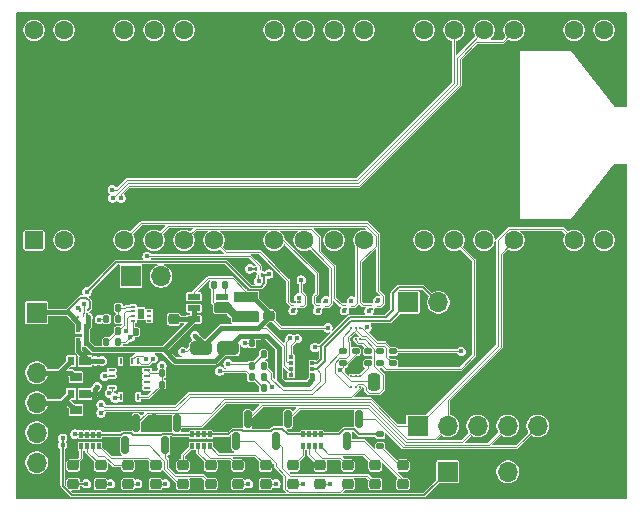
<source format=gtl>
G04 #@! TF.GenerationSoftware,KiCad,Pcbnew,9.0.0*
G04 #@! TF.CreationDate,2025-03-14T09:56:35-04:00*
G04 #@! TF.ProjectId,pico2-test-mule,7069636f-322d-4746-9573-742d6d756c65,v0.2.4*
G04 #@! TF.SameCoordinates,Original*
G04 #@! TF.FileFunction,Copper,L1,Top*
G04 #@! TF.FilePolarity,Positive*
%FSLAX46Y46*%
G04 Gerber Fmt 4.6, Leading zero omitted, Abs format (unit mm)*
G04 Created by KiCad (PCBNEW 9.0.0) date 2025-03-14 09:56:35*
%MOMM*%
%LPD*%
G01*
G04 APERTURE LIST*
G04 Aperture macros list*
%AMRoundRect*
0 Rectangle with rounded corners*
0 $1 Rounding radius*
0 $2 $3 $4 $5 $6 $7 $8 $9 X,Y pos of 4 corners*
0 Add a 4 corners polygon primitive as box body*
4,1,4,$2,$3,$4,$5,$6,$7,$8,$9,$2,$3,0*
0 Add four circle primitives for the rounded corners*
1,1,$1+$1,$2,$3*
1,1,$1+$1,$4,$5*
1,1,$1+$1,$6,$7*
1,1,$1+$1,$8,$9*
0 Add four rect primitives between the rounded corners*
20,1,$1+$1,$2,$3,$4,$5,0*
20,1,$1+$1,$4,$5,$6,$7,0*
20,1,$1+$1,$6,$7,$8,$9,0*
20,1,$1+$1,$8,$9,$2,$3,0*%
%AMFreePoly0*
4,1,37,0.603843,0.796157,0.639018,0.796157,0.711114,0.766294,0.766294,0.711114,0.796157,0.639018,0.796157,0.603843,0.800000,0.600000,0.800000,-0.600000,0.796157,-0.603843,0.796157,-0.639018,0.766294,-0.711114,0.711114,-0.766294,0.639018,-0.796157,0.603843,-0.796157,0.600000,-0.800000,0.000000,-0.800000,0.000000,-0.796148,-0.078414,-0.796148,-0.232228,-0.765552,-0.377117,-0.705537,
-0.507515,-0.618408,-0.618408,-0.507515,-0.705537,-0.377117,-0.765552,-0.232228,-0.796148,-0.078414,-0.796148,0.078414,-0.765552,0.232228,-0.705537,0.377117,-0.618408,0.507515,-0.507515,0.618408,-0.377117,0.705537,-0.232228,0.765552,-0.078414,0.796148,0.000000,0.796148,0.000000,0.800000,0.600000,0.800000,0.603843,0.796157,0.603843,0.796157,$1*%
%AMFreePoly1*
4,1,37,0.000000,0.796148,0.078414,0.796148,0.232228,0.765552,0.377117,0.705537,0.507515,0.618408,0.618408,0.507515,0.705537,0.377117,0.765552,0.232228,0.796148,0.078414,0.796148,-0.078414,0.765552,-0.232228,0.705537,-0.377117,0.618408,-0.507515,0.507515,-0.618408,0.377117,-0.705537,0.232228,-0.765552,0.078414,-0.796148,0.000000,-0.796148,0.000000,-0.800000,-0.600000,-0.800000,
-0.603843,-0.796157,-0.639018,-0.796157,-0.711114,-0.766294,-0.766294,-0.711114,-0.796157,-0.639018,-0.796157,-0.603843,-0.800000,-0.600000,-0.800000,0.600000,-0.796157,0.603843,-0.796157,0.639018,-0.766294,0.711114,-0.711114,0.766294,-0.639018,0.796157,-0.603843,0.796157,-0.600000,0.800000,0.000000,0.800000,0.000000,0.796148,0.000000,0.796148,$1*%
G04 Aperture macros list end*
G04 #@! TA.AperFunction,SMDPad,CuDef*
%ADD10R,2.000000X0.850000*%
G04 #@! TD*
G04 #@! TA.AperFunction,SMDPad,CuDef*
%ADD11RoundRect,0.050000X0.050000X-0.050000X0.050000X0.050000X-0.050000X0.050000X-0.050000X-0.050000X0*%
G04 #@! TD*
G04 #@! TA.AperFunction,SMDPad,CuDef*
%ADD12RoundRect,0.135000X0.185000X-0.135000X0.185000X0.135000X-0.185000X0.135000X-0.185000X-0.135000X0*%
G04 #@! TD*
G04 #@! TA.AperFunction,SMDPad,CuDef*
%ADD13R,0.320000X0.500000*%
G04 #@! TD*
G04 #@! TA.AperFunction,SMDPad,CuDef*
%ADD14RoundRect,0.218750X0.256250X-0.218750X0.256250X0.218750X-0.256250X0.218750X-0.256250X-0.218750X0*%
G04 #@! TD*
G04 #@! TA.AperFunction,SMDPad,CuDef*
%ADD15RoundRect,0.140000X0.140000X0.170000X-0.140000X0.170000X-0.140000X-0.170000X0.140000X-0.170000X0*%
G04 #@! TD*
G04 #@! TA.AperFunction,ComponentPad*
%ADD16R,1.700000X1.700000*%
G04 #@! TD*
G04 #@! TA.AperFunction,ComponentPad*
%ADD17O,1.700000X1.700000*%
G04 #@! TD*
G04 #@! TA.AperFunction,SMDPad,CuDef*
%ADD18RoundRect,0.150000X-0.150000X0.587500X-0.150000X-0.587500X0.150000X-0.587500X0.150000X0.587500X0*%
G04 #@! TD*
G04 #@! TA.AperFunction,SMDPad,CuDef*
%ADD19R,0.100000X0.280000*%
G04 #@! TD*
G04 #@! TA.AperFunction,SMDPad,CuDef*
%ADD20R,0.150000X0.350000*%
G04 #@! TD*
G04 #@! TA.AperFunction,SMDPad,CuDef*
%ADD21RoundRect,0.140000X-0.140000X-0.170000X0.140000X-0.170000X0.140000X0.170000X-0.140000X0.170000X0*%
G04 #@! TD*
G04 #@! TA.AperFunction,SMDPad,CuDef*
%ADD22R,0.400000X0.200000*%
G04 #@! TD*
G04 #@! TA.AperFunction,SMDPad,CuDef*
%ADD23R,0.500000X0.900000*%
G04 #@! TD*
G04 #@! TA.AperFunction,SMDPad,CuDef*
%ADD24RoundRect,0.135000X-0.185000X0.135000X-0.185000X-0.135000X0.185000X-0.135000X0.185000X0.135000X0*%
G04 #@! TD*
G04 #@! TA.AperFunction,SMDPad,CuDef*
%ADD25R,1.010000X0.800000*%
G04 #@! TD*
G04 #@! TA.AperFunction,SMDPad,CuDef*
%ADD26R,0.610000X0.800000*%
G04 #@! TD*
G04 #@! TA.AperFunction,ComponentPad*
%ADD27RoundRect,0.200000X0.600000X-0.600000X0.600000X0.600000X-0.600000X0.600000X-0.600000X-0.600000X0*%
G04 #@! TD*
G04 #@! TA.AperFunction,ComponentPad*
%ADD28C,1.600000*%
G04 #@! TD*
G04 #@! TA.AperFunction,ComponentPad*
%ADD29FreePoly0,90.000000*%
G04 #@! TD*
G04 #@! TA.AperFunction,ComponentPad*
%ADD30FreePoly1,90.000000*%
G04 #@! TD*
G04 #@! TA.AperFunction,SMDPad,CuDef*
%ADD31RoundRect,0.135000X-0.135000X-0.185000X0.135000X-0.185000X0.135000X0.185000X-0.135000X0.185000X0*%
G04 #@! TD*
G04 #@! TA.AperFunction,SMDPad,CuDef*
%ADD32RoundRect,0.250000X-0.650000X0.325000X-0.650000X-0.325000X0.650000X-0.325000X0.650000X0.325000X0*%
G04 #@! TD*
G04 #@! TA.AperFunction,SMDPad,CuDef*
%ADD33RoundRect,0.135000X0.135000X0.185000X-0.135000X0.185000X-0.135000X-0.185000X0.135000X-0.185000X0*%
G04 #@! TD*
G04 #@! TA.AperFunction,SMDPad,CuDef*
%ADD34RoundRect,0.250000X-0.250000X-0.475000X0.250000X-0.475000X0.250000X0.475000X-0.250000X0.475000X0*%
G04 #@! TD*
G04 #@! TA.AperFunction,SMDPad,CuDef*
%ADD35RoundRect,0.225000X0.250000X-0.225000X0.250000X0.225000X-0.250000X0.225000X-0.250000X-0.225000X0*%
G04 #@! TD*
G04 #@! TA.AperFunction,SMDPad,CuDef*
%ADD36RoundRect,0.050000X-0.050000X0.050000X-0.050000X-0.050000X0.050000X-0.050000X0.050000X0.050000X0*%
G04 #@! TD*
G04 #@! TA.AperFunction,SMDPad,CuDef*
%ADD37R,0.400000X0.700000*%
G04 #@! TD*
G04 #@! TA.AperFunction,SMDPad,CuDef*
%ADD38R,1.100000X0.550000*%
G04 #@! TD*
G04 #@! TA.AperFunction,SMDPad,CuDef*
%ADD39R,0.250000X0.600000*%
G04 #@! TD*
G04 #@! TA.AperFunction,SMDPad,CuDef*
%ADD40R,0.600000X0.250000*%
G04 #@! TD*
G04 #@! TA.AperFunction,SMDPad,CuDef*
%ADD41R,1.500000X1.500000*%
G04 #@! TD*
G04 #@! TA.AperFunction,SMDPad,CuDef*
%ADD42R,0.280000X0.100000*%
G04 #@! TD*
G04 #@! TA.AperFunction,SMDPad,CuDef*
%ADD43R,0.350000X0.150000*%
G04 #@! TD*
G04 #@! TA.AperFunction,SMDPad,CuDef*
%ADD44R,0.450000X0.300000*%
G04 #@! TD*
G04 #@! TA.AperFunction,SMDPad,CuDef*
%ADD45R,0.900000X1.700000*%
G04 #@! TD*
G04 #@! TA.AperFunction,ViaPad*
%ADD46C,0.450000*%
G04 #@! TD*
G04 #@! TA.AperFunction,Conductor*
%ADD47C,0.120000*%
G04 #@! TD*
G04 #@! TA.AperFunction,Conductor*
%ADD48C,0.400000*%
G04 #@! TD*
G04 #@! TA.AperFunction,Conductor*
%ADD49C,0.150000*%
G04 #@! TD*
G04 #@! TA.AperFunction,Conductor*
%ADD50C,0.200000*%
G04 #@! TD*
G04 APERTURE END LIST*
D10*
G04 #@! TO.P,L1,1,1*
G04 #@! TO.N,/SWITCH*
X19900000Y-26135000D03*
G04 #@! TO.P,L1,2,2*
G04 #@! TO.N,+3.3V*
X19900000Y-24475000D03*
G04 #@! TD*
D11*
G04 #@! TO.P,Q9,1,E1*
G04 #@! TO.N,GND*
X28800000Y-28050000D03*
G04 #@! TO.P,Q9,2,B1*
G04 #@! TO.N,Net-(Q9A-B1)*
X29150000Y-28050000D03*
G04 #@! TO.P,Q9,3,C2*
G04 #@! TO.N,Net-(Q7B-B2)*
X29500000Y-28050000D03*
G04 #@! TO.P,Q9,4,E2*
G04 #@! TO.N,+3.3V*
X29500000Y-27150000D03*
G04 #@! TO.P,Q9,5,B2*
G04 #@! TO.N,Net-(Q7B-E2)*
X29150000Y-27150000D03*
G04 #@! TO.P,Q9,6,C1*
G04 #@! TO.N,/TRACK_LEFT*
X28800000Y-27150000D03*
G04 #@! TD*
D12*
G04 #@! TO.P,R6,1*
G04 #@! TO.N,GND*
X29150000Y-30110000D03*
G04 #@! TO.P,R6,2*
G04 #@! TO.N,Net-(Q1A-G1)*
X29150000Y-29090000D03*
G04 #@! TD*
G04 #@! TO.P,R5,1*
G04 #@! TO.N,Net-(Q1A-G1)*
X28100000Y-30110000D03*
G04 #@! TO.P,R5,2*
G04 #@! TO.N,/TRACK_LEFT*
X28100000Y-29090000D03*
G04 #@! TD*
D13*
G04 #@! TO.P,RN2,1,R1.1*
G04 #@! TO.N,+5V*
X16800000Y-36122500D03*
G04 #@! TO.P,RN2,2,R2.1*
X16300000Y-36122500D03*
G04 #@! TO.P,RN2,3,R3.1*
X15800000Y-36122500D03*
G04 #@! TO.P,RN2,4,R4.1*
X15300000Y-36122500D03*
G04 #@! TO.P,RN2,5,R4.2*
G04 #@! TO.N,Net-(D9-A)*
X15300000Y-37122500D03*
G04 #@! TO.P,RN2,6,R3.2*
G04 #@! TO.N,Net-(D10-A)*
X15800000Y-37122500D03*
G04 #@! TO.P,RN2,7,R2.2*
G04 #@! TO.N,Net-(D11-A)*
X16300000Y-37122500D03*
G04 #@! TO.P,RN2,8,R1.2*
G04 #@! TO.N,Net-(D12-A)*
X16800000Y-37122500D03*
G04 #@! TD*
D14*
G04 #@! TO.P,D10,1,K*
G04 #@! TO.N,Net-(D10-K)*
X16875000Y-40322500D03*
G04 #@! TO.P,D10,2,A*
G04 #@! TO.N,Net-(D10-A)*
X16875000Y-38747500D03*
G04 #@! TD*
G04 #@! TO.P,D14,1,K*
G04 #@! TO.N,/AUX7 (VDC)*
X23850000Y-40322500D03*
G04 #@! TO.P,D14,2,A*
G04 #@! TO.N,Net-(D14-A)*
X23850000Y-38747500D03*
G04 #@! TD*
D15*
G04 #@! TO.P,C1,1*
G04 #@! TO.N,GND*
X11480000Y-27450000D03*
G04 #@! TO.P,C1,2*
G04 #@! TO.N,+3.3V*
X10520000Y-27450000D03*
G04 #@! TD*
D16*
G04 #@! TO.P,J5,1,Pin_1*
G04 #@! TO.N,Net-(J5-Pin_1)*
X10125000Y-22750000D03*
D17*
G04 #@! TO.P,J5,2,Pin_2*
G04 #@! TO.N,+3.3V*
X12665000Y-22750000D03*
G04 #@! TD*
D14*
G04 #@! TO.P,D9,1,K*
G04 #@! TO.N,Net-(D9-K)*
X14550000Y-40322500D03*
G04 #@! TO.P,D9,2,A*
G04 #@! TO.N,Net-(D9-A)*
X14550000Y-38747500D03*
G04 #@! TD*
D18*
G04 #@! TO.P,Q8,1,B*
G04 #@! TO.N,/AUX12*
X29400000Y-34785000D03*
G04 #@! TO.P,Q8,2,E*
G04 #@! TO.N,GND*
X27500000Y-34785000D03*
G04 #@! TO.P,Q8,3,C*
G04 #@! TO.N,Net-(D19-K)*
X28450000Y-36660000D03*
G04 #@! TD*
D19*
G04 #@! TO.P,Q1,1,S1*
G04 #@! TO.N,GND*
X20630000Y-22630000D03*
G04 #@! TO.P,Q1,2,G1*
G04 #@! TO.N,Net-(Q1A-G1)*
X20930000Y-22630000D03*
D20*
G04 #@! TO.P,Q1,3,D2*
G04 #@! TO.N,/CAP_ENABLE*
X21250000Y-22600000D03*
D19*
G04 #@! TO.P,Q1,4,S2*
G04 #@! TO.N,GND*
X21330000Y-22090000D03*
G04 #@! TO.P,Q1,5,G2*
G04 #@! TO.N,Net-(Q1B-G2)*
X21030000Y-22090000D03*
D20*
G04 #@! TO.P,Q1,6,D1*
G04 #@! TO.N,/DCC_TTL*
X20700000Y-22120000D03*
G04 #@! TD*
D21*
G04 #@! TO.P,C10,1*
G04 #@! TO.N,+3.3V*
X20370000Y-28400000D03*
G04 #@! TO.P,C10,2*
G04 #@! TO.N,GND*
X21330000Y-28400000D03*
G04 #@! TD*
D13*
G04 #@! TO.P,RN1,1,R1.1*
G04 #@! TO.N,+5V*
X7400000Y-36135000D03*
G04 #@! TO.P,RN1,2,R2.1*
X6900000Y-36135000D03*
G04 #@! TO.P,RN1,3,R3.1*
X6400000Y-36135000D03*
G04 #@! TO.P,RN1,4,R4.1*
X5900000Y-36135000D03*
G04 #@! TO.P,RN1,5,R4.2*
G04 #@! TO.N,Net-(D3-A)*
X5900000Y-37135000D03*
G04 #@! TO.P,RN1,6,R3.2*
G04 #@! TO.N,Net-(D4-A)*
X6400000Y-37135000D03*
G04 #@! TO.P,RN1,7,R2.2*
G04 #@! TO.N,Net-(D5-A)*
X6900000Y-37135000D03*
G04 #@! TO.P,RN1,8,R1.2*
G04 #@! TO.N,Net-(D6-A)*
X7400000Y-37135000D03*
G04 #@! TD*
D16*
G04 #@! TO.P,J2,1,Pin_1*
G04 #@! TO.N,VDC*
X36960000Y-39285000D03*
D17*
G04 #@! TO.P,J2,2,Pin_2*
G04 #@! TO.N,GND*
X39500000Y-39285000D03*
G04 #@! TO.P,J2,3,Pin_3*
G04 #@! TO.N,+3.3V*
X42040000Y-39285000D03*
G04 #@! TO.P,J2,4,Pin_4*
G04 #@! TO.N,GND*
X44580000Y-39285000D03*
G04 #@! TD*
D22*
G04 #@! TO.P,U1,1,OUT1*
G04 #@! TO.N,unconnected-(U1-OUT1-Pad1)*
X11700000Y-26500000D03*
G04 #@! TO.P,U1,2,IN\u22121*
G04 #@! TO.N,unconnected-(U1-IN\u22121-Pad2)*
X11700000Y-26100000D03*
G04 #@! TO.P,U1,3,IN+1*
G04 #@! TO.N,unconnected-(U1-IN+1-Pad3)*
X11700000Y-25700000D03*
G04 #@! TO.P,U1,4,VEE*
G04 #@! TO.N,GND*
X11700000Y-25300000D03*
G04 #@! TO.P,U1,5,IN+2*
G04 #@! TO.N,/COMP_P*
X10300000Y-25300000D03*
G04 #@! TO.P,U1,6,IN\u22122*
G04 #@! TO.N,/COMP_N*
X10300000Y-25700000D03*
G04 #@! TO.P,U1,7,OUT2*
G04 #@! TO.N,Net-(Q1B-G2)*
X10300000Y-26100000D03*
G04 #@! TO.P,U1,8,VCC*
G04 #@! TO.N,+3.3V*
X10300000Y-26500000D03*
D23*
G04 #@! TO.P,U1,9,EP*
G04 #@! TO.N,unconnected-(U1-EP-Pad9)*
X11000000Y-25900000D03*
G04 #@! TD*
D24*
G04 #@! TO.P,R8,1*
G04 #@! TO.N,+3.3V*
X32300000Y-29090000D03*
G04 #@! TO.P,R8,2*
G04 #@! TO.N,Net-(Q7B-E2)*
X32300000Y-30110000D03*
G04 #@! TD*
D25*
G04 #@! TO.P,D2,1,K*
G04 #@! TO.N,/TRACK_RIGHT*
X5467500Y-34067500D03*
D26*
G04 #@! TO.P,D2,2,A*
G04 #@! TO.N,GND*
X6627500Y-34067500D03*
G04 #@! TD*
D27*
G04 #@! TO.P,U3,1,GP0*
G04 #@! TO.N,/AUX11*
X1932500Y-19690000D03*
D28*
G04 #@! TO.P,U3,2,GP1*
G04 #@! TO.N,/AUX12*
X4472500Y-19690000D03*
D29*
G04 #@! TO.P,U3,3,GND*
G04 #@! TO.N,GND*
X7012500Y-19690000D03*
D28*
G04 #@! TO.P,U3,4,GP2*
G04 #@! TO.N,/GPIO2*
X9552500Y-19690000D03*
G04 #@! TO.P,U3,5,GP3*
G04 #@! TO.N,/GPIO3*
X12092500Y-19690000D03*
G04 #@! TO.P,U3,6,GP4*
G04 #@! TO.N,/GPIO4*
X14632500Y-19690000D03*
G04 #@! TO.P,U3,7,GP5*
G04 #@! TO.N,/GPIO5*
X17172500Y-19690000D03*
D29*
G04 #@! TO.P,U3,8,GND*
G04 #@! TO.N,GND*
X19712500Y-19690000D03*
D28*
G04 #@! TO.P,U3,9,GP6*
G04 #@! TO.N,/GPIO6*
X22252500Y-19690000D03*
G04 #@! TO.P,U3,10,GP7*
G04 #@! TO.N,/GPIO7*
X24792500Y-19690000D03*
G04 #@! TO.P,U3,11,GP8*
G04 #@! TO.N,/GPIO8*
X27332500Y-19690000D03*
G04 #@! TO.P,U3,12,GP9*
G04 #@! TO.N,/GPIO9*
X29872500Y-19690000D03*
D29*
G04 #@! TO.P,U3,13,GND*
G04 #@! TO.N,GND*
X32412500Y-19690000D03*
D28*
G04 #@! TO.P,U3,14,GP10*
G04 #@! TO.N,/AUX10*
X34952500Y-19690000D03*
G04 #@! TO.P,U3,15,GP11*
G04 #@! TO.N,/RC_TX*
X37492500Y-19690000D03*
G04 #@! TO.P,U3,16,GP12*
G04 #@! TO.N,unconnected-(U3-GP12-Pad16)*
X40032500Y-19690000D03*
G04 #@! TO.P,U3,17,GP13*
G04 #@! TO.N,/AUX4*
X42572500Y-19690000D03*
D29*
G04 #@! TO.P,U3,18,GND*
G04 #@! TO.N,GND*
X45112500Y-19690000D03*
D28*
G04 #@! TO.P,U3,19,GP14*
G04 #@! TO.N,/AUX3*
X47652500Y-19690000D03*
G04 #@! TO.P,U3,20,GP15*
G04 #@! TO.N,unconnected-(U3-GP15-Pad20)*
X50192500Y-19690000D03*
G04 #@! TO.P,U3,21,GP16*
G04 #@! TO.N,/GPIO16*
X50192500Y-1910000D03*
G04 #@! TO.P,U3,22,GP17*
G04 #@! TO.N,/GPIO17*
X47652500Y-1910000D03*
D30*
G04 #@! TO.P,U3,23,GND*
G04 #@! TO.N,GND*
X45112500Y-1910000D03*
D28*
G04 #@! TO.P,U3,24,GP18*
G04 #@! TO.N,/I2S_DIN*
X42572500Y-1910000D03*
G04 #@! TO.P,U3,25,GP19*
G04 #@! TO.N,/I2S_BCLK*
X40032500Y-1910000D03*
G04 #@! TO.P,U3,26,GP20*
G04 #@! TO.N,/I2S_LRCLK*
X37492500Y-1910000D03*
G04 #@! TO.P,U3,27,GP21*
G04 #@! TO.N,/CAP_ENABLE*
X34952500Y-1910000D03*
D30*
G04 #@! TO.P,U3,28,GND*
G04 #@! TO.N,GND*
X32412500Y-1910000D03*
D28*
G04 #@! TO.P,U3,29,GP22*
G04 #@! TO.N,/DCC_TTL*
X29872500Y-1910000D03*
G04 #@! TO.P,U3,30,RUN*
G04 #@! TO.N,unconnected-(U3-RUN-Pad30)*
X27332500Y-1910000D03*
G04 #@! TO.P,U3,31,GP26*
G04 #@! TO.N,/ADC_EMF_A*
X24792500Y-1910000D03*
G04 #@! TO.P,U3,32,GP27*
G04 #@! TO.N,/ADC_EMF_B*
X22252500Y-1910000D03*
D30*
G04 #@! TO.P,U3,33,GND*
G04 #@! TO.N,GND*
X19712500Y-1910000D03*
D28*
G04 #@! TO.P,U3,34,GP28*
X17172500Y-1910000D03*
G04 #@! TO.P,U3,35,ADC_VREF*
G04 #@! TO.N,unconnected-(U3-ADC_VREF-Pad35)*
X14632500Y-1910000D03*
G04 #@! TO.P,U3,36,3V3(OUT)*
G04 #@! TO.N,Net-(J5-Pin_1)*
X12092500Y-1910000D03*
G04 #@! TO.P,U3,37,3V3_EN*
G04 #@! TO.N,unconnected-(U3-3V3_EN-Pad37)*
X9552500Y-1910000D03*
D30*
G04 #@! TO.P,U3,38,GND*
G04 #@! TO.N,GND*
X7012500Y-1910000D03*
D28*
G04 #@! TO.P,U3,39,VSYS*
G04 #@! TO.N,unconnected-(U3-VSYS-Pad39)*
X4472500Y-1910000D03*
G04 #@! TO.P,U3,40,VBUS*
G04 #@! TO.N,+5V*
X1932500Y-1910000D03*
G04 #@! TD*
D25*
G04 #@! TO.P,D1,1,K*
G04 #@! TO.N,/TRACK_LEFT*
X5467500Y-31292500D03*
D26*
G04 #@! TO.P,D1,2,A*
G04 #@! TO.N,GND*
X6627500Y-31292500D03*
G04 #@! TD*
D25*
G04 #@! TO.P,D8,1,K*
G04 #@! TO.N,VDC*
X6227500Y-32667500D03*
D26*
G04 #@! TO.P,D8,2,A*
G04 #@! TO.N,/TRACK_RIGHT*
X5067500Y-32667500D03*
G04 #@! TD*
D13*
G04 #@! TO.P,RN3,1,R1.1*
G04 #@! TO.N,+5V*
X26200000Y-36122500D03*
G04 #@! TO.P,RN3,2,R2.1*
X25700000Y-36122500D03*
G04 #@! TO.P,RN3,3,R3.1*
X25200000Y-36122500D03*
G04 #@! TO.P,RN3,4,R4.1*
X24700000Y-36122500D03*
G04 #@! TO.P,RN3,5,R4.2*
G04 #@! TO.N,Net-(D14-A)*
X24700000Y-37122500D03*
G04 #@! TO.P,RN3,6,R3.2*
G04 #@! TO.N,Net-(D15-A)*
X25200000Y-37122500D03*
G04 #@! TO.P,RN3,7,R2.2*
G04 #@! TO.N,Net-(D16-A)*
X25700000Y-37122500D03*
G04 #@! TO.P,RN3,8,R1.2*
G04 #@! TO.N,Net-(D17-A)*
X26200000Y-37122500D03*
G04 #@! TD*
D31*
G04 #@! TO.P,R14,1*
G04 #@! TO.N,GND*
X20340000Y-32200000D03*
G04 #@! TO.P,R14,2*
G04 #@! TO.N,/ADC_EMF_B*
X21360000Y-32200000D03*
G04 #@! TD*
D16*
G04 #@! TO.P,J1,1,Pin_1*
G04 #@! TO.N,/CAP+*
X2150000Y-25820000D03*
D17*
G04 #@! TO.P,J1,2,Pin_2*
G04 #@! TO.N,GND*
X2150000Y-28360000D03*
G04 #@! TO.P,J1,3,Pin_3*
G04 #@! TO.N,/TRACK_LEFT*
X2150000Y-30900000D03*
G04 #@! TO.P,J1,4,Pin_4*
G04 #@! TO.N,/TRACK_RIGHT*
X2150000Y-33440000D03*
G04 #@! TO.P,J1,5,Pin_5*
G04 #@! TO.N,/SPEAKER_N*
X2150000Y-35980000D03*
G04 #@! TO.P,J1,6,Pin_6*
G04 #@! TO.N,/SPEAKER_P*
X2150000Y-38520000D03*
G04 #@! TD*
D32*
G04 #@! TO.P,C8,1*
G04 #@! TO.N,/CAP_VDC*
X18340000Y-28825000D03*
G04 #@! TO.P,C8,2*
G04 #@! TO.N,GND*
X18340000Y-31775000D03*
G04 #@! TD*
D24*
G04 #@! TO.P,R7,1*
G04 #@! TO.N,+5V*
X31250000Y-36125000D03*
G04 #@! TO.P,R7,2*
G04 #@! TO.N,Net-(D19-A)*
X31250000Y-37145000D03*
G04 #@! TD*
D14*
G04 #@! TO.P,D11,1,K*
G04 #@! TO.N,/AUX5 (VDC)*
X19200000Y-40322500D03*
G04 #@! TO.P,D11,2,A*
G04 #@! TO.N,Net-(D11-A)*
X19200000Y-38747500D03*
G04 #@! TD*
D33*
G04 #@! TO.P,R2,1*
G04 #@! TO.N,/COMP_P*
X9070000Y-25400000D03*
G04 #@! TO.P,R2,2*
G04 #@! TO.N,GND*
X8050000Y-25400000D03*
G04 #@! TD*
D34*
G04 #@! TO.P,C6,1*
G04 #@! TO.N,Net-(Q1A-G1)*
X30720000Y-31700000D03*
G04 #@! TO.P,C6,2*
G04 #@! TO.N,GND*
X32620000Y-31700000D03*
G04 #@! TD*
D14*
G04 #@! TO.P,D19,1,K*
G04 #@! TO.N,Net-(D19-K)*
X33150000Y-40322500D03*
G04 #@! TO.P,D19,2,A*
G04 #@! TO.N,Net-(D19-A)*
X33150000Y-38747500D03*
G04 #@! TD*
D35*
G04 #@! TO.P,C4,1*
G04 #@! TO.N,+3.3V*
X21800000Y-26080000D03*
G04 #@! TO.P,C4,2*
G04 #@! TO.N,GND*
X21800000Y-24530000D03*
G04 #@! TD*
D36*
G04 #@! TO.P,Q7,1,E1*
G04 #@! TO.N,Net-(Q7A-B1)*
X29500000Y-31200000D03*
G04 #@! TO.P,Q7,2,B1*
X29150000Y-31200000D03*
G04 #@! TO.P,Q7,3,C2*
X28800000Y-31200000D03*
G04 #@! TO.P,Q7,4,E2*
G04 #@! TO.N,Net-(Q7B-E2)*
X28800000Y-32100000D03*
G04 #@! TO.P,Q7,5,B2*
G04 #@! TO.N,Net-(Q7B-B2)*
X29150000Y-32100000D03*
G04 #@! TO.P,Q7,6,C1*
G04 #@! TO.N,/TRACK_RIGHT*
X29500000Y-32100000D03*
G04 #@! TD*
D31*
G04 #@! TO.P,R12,1*
G04 #@! TO.N,GND*
X20340000Y-29350000D03*
G04 #@! TO.P,R12,2*
G04 #@! TO.N,/ADC_EMF_A*
X21360000Y-29350000D03*
G04 #@! TD*
D14*
G04 #@! TO.P,D5,1,K*
G04 #@! TO.N,/AUX1 (VDC)*
X9900000Y-40322500D03*
G04 #@! TO.P,D5,2,A*
G04 #@! TO.N,Net-(D5-A)*
X9900000Y-38747500D03*
G04 #@! TD*
D31*
G04 #@! TO.P,R11,1*
G04 #@! TO.N,/ADC_EMF_A*
X20340000Y-30300000D03*
G04 #@! TO.P,R11,2*
G04 #@! TO.N,/MOTOR_A*
X21360000Y-30300000D03*
G04 #@! TD*
D16*
G04 #@! TO.P,J4,1,Pin_1*
G04 #@! TO.N,/MOTOR_A*
X33625000Y-24950000D03*
D17*
G04 #@! TO.P,J4,2,Pin_2*
G04 #@! TO.N,/MOTOR_B*
X36165000Y-24950000D03*
G04 #@! TD*
D33*
G04 #@! TO.P,R4,1*
G04 #@! TO.N,/COMP_N*
X9070000Y-27350000D03*
G04 #@! TO.P,R4,2*
G04 #@! TO.N,GND*
X8050000Y-27350000D03*
G04 #@! TD*
D18*
G04 #@! TO.P,Q3,1,B*
G04 #@! TO.N,/AUX4*
X14000000Y-35185000D03*
G04 #@! TO.P,Q3,2,E*
G04 #@! TO.N,GND*
X12100000Y-35185000D03*
G04 #@! TO.P,Q3,3,C*
G04 #@! TO.N,Net-(D10-K)*
X13050000Y-37060000D03*
G04 #@! TD*
G04 #@! TO.P,Q5,1,B*
G04 #@! TO.N,/AUX10*
X20000000Y-34847500D03*
G04 #@! TO.P,Q5,2,E*
G04 #@! TO.N,GND*
X18100000Y-34847500D03*
G04 #@! TO.P,Q5,3,C*
G04 #@! TO.N,Net-(D16-K)*
X19050000Y-36722500D03*
G04 #@! TD*
D14*
G04 #@! TO.P,D4,1,K*
G04 #@! TO.N,/LAMP_REAR*
X7575000Y-40322500D03*
G04 #@! TO.P,D4,2,A*
G04 #@! TO.N,Net-(D4-A)*
X7575000Y-38747500D03*
G04 #@! TD*
D32*
G04 #@! TO.P,C5,1*
G04 #@! TO.N,+3.3V*
X16040000Y-28825000D03*
G04 #@! TO.P,C5,2*
G04 #@! TO.N,GND*
X16040000Y-31775000D03*
G04 #@! TD*
D14*
G04 #@! TO.P,D6,1,K*
G04 #@! TO.N,/AUX2 (VDC)*
X12225000Y-40322500D03*
G04 #@! TO.P,D6,2,A*
G04 #@! TO.N,Net-(D6-A)*
X12225000Y-38747500D03*
G04 #@! TD*
D37*
G04 #@! TO.P,D13,1,K*
G04 #@! TO.N,/CAP_VDC*
X6330000Y-28300000D03*
G04 #@! TO.P,D13,2,A*
G04 #@! TO.N,VDC*
X5680000Y-28300000D03*
G04 #@! TD*
G04 #@! TO.P,D18,1,K*
G04 #@! TO.N,/CAP_VDC*
X6330000Y-27150000D03*
G04 #@! TO.P,D18,2,A*
G04 #@! TO.N,/CAP+*
X5680000Y-27150000D03*
G04 #@! TD*
D38*
G04 #@! TO.P,U2,1,FB*
G04 #@! TO.N,+3.3V*
X15450000Y-24480000D03*
G04 #@! TO.P,U2,2,EN*
G04 #@! TO.N,/CAP_VDC*
X15450000Y-25430000D03*
G04 #@! TO.P,U2,3,IN*
X15450000Y-26380000D03*
G04 #@! TO.P,U2,4,GND*
G04 #@! TO.N,GND*
X17850000Y-26380000D03*
G04 #@! TO.P,U2,5,SW*
G04 #@! TO.N,/SWITCH*
X17850000Y-25430000D03*
G04 #@! TO.P,U2,6,BST*
G04 #@! TO.N,Net-(U2-BST)*
X17850000Y-24480000D03*
G04 #@! TD*
D39*
G04 #@! TO.P,U4,1,DIN*
G04 #@! TO.N,/I2S_DIN*
X9250000Y-32950000D03*
G04 #@! TO.P,U4,2,GAIN_SLOT*
G04 #@! TO.N,GND*
X9750000Y-32950000D03*
G04 #@! TO.P,U4,3,GND*
X10250000Y-32950000D03*
G04 #@! TO.P,U4,4,~{SD_MODE}*
G04 #@! TO.N,+3.3V*
X10750000Y-32950000D03*
D40*
G04 #@! TO.P,U4,5,N.C.*
G04 #@! TO.N,unconnected-(U4-N.C.-Pad5)*
X11500000Y-32200000D03*
G04 #@! TO.P,U4,6,N.C.*
G04 #@! TO.N,unconnected-(U4-N.C.-Pad6)*
X11500000Y-31700000D03*
G04 #@! TO.P,U4,7,VDD*
G04 #@! TO.N,+3.3V*
X11500000Y-31200000D03*
G04 #@! TO.P,U4,8,VDD*
X11500000Y-30700000D03*
D39*
G04 #@! TO.P,U4,9,OUTP*
G04 #@! TO.N,/SPEAKER_P*
X10750000Y-29950000D03*
G04 #@! TO.P,U4,10,OUTN*
G04 #@! TO.N,/SPEAKER_N*
X10250000Y-29950000D03*
G04 #@! TO.P,U4,11,GND*
G04 #@! TO.N,GND*
X9750000Y-29950000D03*
G04 #@! TO.P,U4,12,N.C.*
G04 #@! TO.N,unconnected-(U4-N.C.-Pad12)*
X9250000Y-29950000D03*
D40*
G04 #@! TO.P,U4,13,N.C.*
G04 #@! TO.N,unconnected-(U4-N.C.-Pad13)*
X8500000Y-30700000D03*
G04 #@! TO.P,U4,14,LRCLK*
G04 #@! TO.N,/I2S_LRCLK*
X8500000Y-31200000D03*
G04 #@! TO.P,U4,15,GND*
G04 #@! TO.N,GND*
X8500000Y-31700000D03*
G04 #@! TO.P,U4,16,BCLK*
G04 #@! TO.N,/I2S_BCLK*
X8500000Y-32200000D03*
D41*
G04 #@! TO.P,U4,17,EP*
G04 #@! TO.N,GND*
X10000000Y-31450000D03*
G04 #@! TD*
D14*
G04 #@! TO.P,D16,1,K*
G04 #@! TO.N,Net-(D16-K)*
X28500000Y-40322500D03*
G04 #@! TO.P,D16,2,A*
G04 #@! TO.N,Net-(D16-A)*
X28500000Y-38747500D03*
G04 #@! TD*
D21*
G04 #@! TO.P,C9,1*
G04 #@! TO.N,+3.3V*
X12750000Y-31900000D03*
G04 #@! TO.P,C9,2*
G04 #@! TO.N,GND*
X13710000Y-31900000D03*
G04 #@! TD*
D42*
G04 #@! TO.P,Q12,1,S1*
G04 #@! TO.N,GND*
X30970000Y-25570000D03*
G04 #@! TO.P,Q12,2,G1*
G04 #@! TO.N,/GPIO2*
X30970000Y-25270000D03*
D43*
G04 #@! TO.P,Q12,3,D2*
G04 #@! TO.N,/AUX7 (VDC)*
X30940000Y-24950000D03*
D42*
G04 #@! TO.P,Q12,4,S2*
G04 #@! TO.N,GND*
X30430000Y-24870000D03*
G04 #@! TO.P,Q12,5,G2*
G04 #@! TO.N,/GPIO3*
X30430000Y-25170000D03*
D43*
G04 #@! TO.P,Q12,6,D1*
G04 #@! TO.N,/AUX5 (VDC)*
X30460000Y-25500000D03*
G04 #@! TD*
D12*
G04 #@! TO.P,R9,1*
G04 #@! TO.N,Net-(Q7A-B1)*
X30200000Y-30107500D03*
G04 #@! TO.P,R9,2*
G04 #@! TO.N,Net-(Q9A-B1)*
X30200000Y-29087500D03*
G04 #@! TD*
D31*
G04 #@! TO.P,R13,1*
G04 #@! TO.N,/ADC_EMF_B*
X20340000Y-31250000D03*
G04 #@! TO.P,R13,2*
G04 #@! TO.N,/MOTOR_B*
X21360000Y-31250000D03*
G04 #@! TD*
G04 #@! TO.P,R1,1*
G04 #@! TO.N,VDC*
X8050000Y-26350000D03*
G04 #@! TO.P,R1,2*
G04 #@! TO.N,/COMP_P*
X9070000Y-26350000D03*
G04 #@! TD*
D15*
G04 #@! TO.P,C3,1*
G04 #@! TO.N,Net-(U2-BST)*
X18130000Y-23455000D03*
G04 #@! TO.P,C3,2*
G04 #@! TO.N,/SWITCH*
X17170000Y-23455000D03*
G04 #@! TD*
D25*
G04 #@! TO.P,D7,1,K*
G04 #@! TO.N,VDC*
X6227500Y-29892500D03*
D26*
G04 #@! TO.P,D7,2,A*
G04 #@! TO.N,/TRACK_LEFT*
X5067500Y-29892500D03*
G04 #@! TD*
D35*
G04 #@! TO.P,C2,1*
G04 #@! TO.N,/CAP_VDC*
X13750000Y-26375000D03*
G04 #@! TO.P,C2,2*
G04 #@! TO.N,GND*
X13750000Y-24825000D03*
G04 #@! TD*
D14*
G04 #@! TO.P,D17,1,K*
G04 #@! TO.N,Net-(D17-K)*
X30825000Y-40322500D03*
G04 #@! TO.P,D17,2,A*
G04 #@! TO.N,Net-(D17-A)*
X30825000Y-38747500D03*
G04 #@! TD*
D33*
G04 #@! TO.P,R3,1*
G04 #@! TO.N,+3.3V*
X9070000Y-28300000D03*
G04 #@! TO.P,R3,2*
G04 #@! TO.N,/COMP_N*
X8050000Y-28300000D03*
G04 #@! TD*
D18*
G04 #@! TO.P,Q6,1,B*
G04 #@! TO.N,/AUX11*
X23400000Y-34847500D03*
G04 #@! TO.P,Q6,2,E*
G04 #@! TO.N,GND*
X21500000Y-34847500D03*
G04 #@! TO.P,Q6,3,C*
G04 #@! TO.N,Net-(D17-K)*
X22450000Y-36722500D03*
G04 #@! TD*
D42*
G04 #@! TO.P,Q10,1,S1*
G04 #@! TO.N,GND*
X26029771Y-24870000D03*
G04 #@! TO.P,Q10,2,G1*
G04 #@! TO.N,/GPIO6*
X26029771Y-25170000D03*
D43*
G04 #@! TO.P,Q10,3,D2*
G04 #@! TO.N,/LAMP_REAR*
X26059771Y-25490000D03*
D42*
G04 #@! TO.P,Q10,4,S2*
G04 #@! TO.N,GND*
X26569771Y-25570000D03*
G04 #@! TO.P,Q10,5,G2*
G04 #@! TO.N,/GPIO7*
X26569771Y-25270000D03*
D43*
G04 #@! TO.P,Q10,6,D1*
G04 #@! TO.N,/LAMP_FRONT*
X26539771Y-24940000D03*
G04 #@! TD*
D14*
G04 #@! TO.P,D3,1,K*
G04 #@! TO.N,/LAMP_FRONT*
X5250000Y-40322500D03*
G04 #@! TO.P,D3,2,A*
G04 #@! TO.N,Net-(D3-A)*
X5250000Y-38747500D03*
G04 #@! TD*
D21*
G04 #@! TO.P,C7,1*
G04 #@! TO.N,+3.3V*
X12750000Y-30950000D03*
G04 #@! TO.P,C7,2*
G04 #@! TO.N,GND*
X13710000Y-30950000D03*
G04 #@! TD*
D14*
G04 #@! TO.P,D12,1,K*
G04 #@! TO.N,/AUX6 (VDC)*
X21525000Y-40322500D03*
G04 #@! TO.P,D12,2,A*
G04 #@! TO.N,Net-(D12-A)*
X21525000Y-38747500D03*
G04 #@! TD*
D18*
G04 #@! TO.P,Q2,1,B*
G04 #@! TO.N,/AUX3*
X10600000Y-35185000D03*
G04 #@! TO.P,Q2,2,E*
G04 #@! TO.N,GND*
X8700000Y-35185000D03*
G04 #@! TO.P,Q2,3,C*
G04 #@! TO.N,Net-(D9-K)*
X9650000Y-37060000D03*
G04 #@! TD*
D42*
G04 #@! TO.P,Q13,1,S1*
G04 #@! TO.N,GND*
X28760000Y-25570000D03*
G04 #@! TO.P,Q13,2,G1*
G04 #@! TO.N,/GPIO9*
X28760000Y-25270000D03*
D43*
G04 #@! TO.P,Q13,3,D2*
G04 #@! TO.N,/AUX8 (VDC)*
X28730000Y-24950000D03*
D42*
G04 #@! TO.P,Q13,4,S2*
G04 #@! TO.N,GND*
X28220000Y-24870000D03*
G04 #@! TO.P,Q13,5,G2*
G04 #@! TO.N,/GPIO4*
X28220000Y-25170000D03*
D43*
G04 #@! TO.P,Q13,6,D1*
G04 #@! TO.N,/AUX6 (VDC)*
X28250000Y-25500000D03*
G04 #@! TD*
D24*
G04 #@! TO.P,R10,1*
G04 #@! TO.N,Net-(Q7B-B2)*
X31250000Y-29090000D03*
G04 #@! TO.P,R10,2*
G04 #@! TO.N,/RC_TX*
X31250000Y-30110000D03*
G04 #@! TD*
D16*
G04 #@! TO.P,J3,1,Pin_1*
G04 #@! TO.N,/AUX3*
X34410000Y-35400000D03*
D17*
G04 #@! TO.P,J3,2,Pin_2*
G04 #@! TO.N,/AUX4*
X36950000Y-35400000D03*
G04 #@! TO.P,J3,3,Pin_3*
G04 #@! TO.N,/AUX10*
X39490000Y-35400000D03*
G04 #@! TO.P,J3,4,Pin_4*
G04 #@! TO.N,/AUX11*
X42030000Y-35400000D03*
G04 #@! TO.P,J3,5,Pin_5*
G04 #@! TO.N,/AUX12*
X44570000Y-35400000D03*
G04 #@! TD*
D42*
G04 #@! TO.P,Q11,1,S1*
G04 #@! TO.N,GND*
X24420000Y-25570000D03*
G04 #@! TO.P,Q11,2,G1*
G04 #@! TO.N,/GPIO8*
X24420000Y-25270000D03*
D43*
G04 #@! TO.P,Q11,3,D2*
G04 #@! TO.N,/AUX2 (VDC)*
X24390000Y-24950000D03*
D42*
G04 #@! TO.P,Q11,4,S2*
G04 #@! TO.N,GND*
X23880000Y-24870000D03*
G04 #@! TO.P,Q11,5,G2*
G04 #@! TO.N,/GPIO5*
X23880000Y-25170000D03*
D43*
G04 #@! TO.P,Q11,6,D1*
G04 #@! TO.N,/AUX1 (VDC)*
X23910000Y-25500000D03*
G04 #@! TD*
D44*
G04 #@! TO.P,U5,1,VM*
G04 #@! TO.N,/CAP_VDC*
X25500000Y-31100000D03*
G04 #@! TO.P,U5,2,OUT1*
G04 #@! TO.N,/MOTOR_A*
X25500000Y-30600000D03*
G04 #@! TO.P,U5,3,OUT2*
G04 #@! TO.N,/MOTOR_B*
X25500000Y-30100000D03*
G04 #@! TO.P,U5,4,GND*
G04 #@! TO.N,GND*
X25500000Y-29600000D03*
G04 #@! TO.P,U5,5,IN2*
G04 #@! TO.N,/GPIO17*
X23700000Y-29600000D03*
G04 #@! TO.P,U5,6,IN1*
G04 #@! TO.N,/GPIO16*
X23700000Y-30100000D03*
G04 #@! TO.P,U5,7,nSLEEP*
G04 #@! TO.N,+3.3V*
X23700000Y-30600000D03*
G04 #@! TO.P,U5,8,VCC*
X23700000Y-31100000D03*
D45*
G04 #@! TO.P,U5,9,GND*
G04 #@! TO.N,GND*
X24600000Y-30350000D03*
G04 #@! TD*
D19*
G04 #@! TO.P,Q4,1,S1*
G04 #@! TO.N,/CAP+*
X6450000Y-25530000D03*
G04 #@! TO.P,Q4,2,G1*
G04 #@! TO.N,/CAP_ENABLE*
X6150000Y-25530000D03*
D20*
G04 #@! TO.P,Q4,3,D2*
G04 #@! TO.N,/CAP_VDC*
X5830000Y-25560000D03*
D19*
G04 #@! TO.P,Q4,4,S2*
G04 #@! TO.N,/CAP+*
X5750000Y-26070000D03*
G04 #@! TO.P,Q4,5,G2*
G04 #@! TO.N,/CAP_ENABLE*
X6050000Y-26070000D03*
D20*
G04 #@! TO.P,Q4,6,D1*
G04 #@! TO.N,/CAP_VDC*
X6380000Y-26040000D03*
G04 #@! TD*
D14*
G04 #@! TO.P,D15,1,K*
G04 #@! TO.N,/AUX8 (VDC)*
X26175000Y-40322500D03*
G04 #@! TO.P,D15,2,A*
G04 #@! TO.N,Net-(D15-A)*
X26175000Y-38747500D03*
G04 #@! TD*
D46*
G04 #@! TO.N,GND*
X28350000Y-22600000D03*
X24200000Y-29000000D03*
X26450000Y-22600000D03*
X12950000Y-35200000D03*
X28400000Y-34750000D03*
X24900000Y-29050000D03*
X28600000Y-30700000D03*
X19400000Y-22050000D03*
X25250000Y-25460000D03*
X23050000Y-22050000D03*
X30350000Y-22600000D03*
X18900000Y-34850000D03*
X15850000Y-27100000D03*
X16650000Y-27100000D03*
X22350000Y-34850000D03*
G04 #@! TO.N,+3.3V*
X19800000Y-28400000D03*
X19850000Y-27100000D03*
X15550000Y-27750000D03*
X38100000Y-29100000D03*
X26800000Y-27100000D03*
X30100000Y-27050000D03*
X12750000Y-30300000D03*
X14500000Y-29100000D03*
X10085000Y-27885000D03*
G04 #@! TO.N,/CAP_VDC*
X6500000Y-26200000D03*
X5649998Y-25425002D03*
G04 #@! TO.N,/LAMP_FRONT*
X6350000Y-40300000D03*
X26634771Y-24800000D03*
G04 #@! TO.N,/LAMP_REAR*
X8400000Y-40300000D03*
X25934771Y-25650000D03*
G04 #@! TO.N,/SPEAKER_P*
X12025003Y-29700000D03*
G04 #@! TO.N,/SPEAKER_N*
X11400000Y-29700000D03*
G04 #@! TO.N,VDC*
X7450000Y-26400000D03*
X7256561Y-32071779D03*
X4350000Y-36424997D03*
X7700000Y-29900000D03*
X7107500Y-29892500D03*
X4350000Y-37050000D03*
G04 #@! TO.N,/TRACK_RIGHT*
X7600000Y-34300000D03*
G04 #@! TO.N,/TRACK_LEFT*
X7600000Y-33600000D03*
G04 #@! TO.N,/MOTOR_B*
X22100000Y-32150000D03*
X25700000Y-28750000D03*
G04 #@! TO.N,+5V*
X5400000Y-36100000D03*
G04 #@! TO.N,Net-(Q1A-G1)*
X27850000Y-30700000D03*
X20950000Y-23150000D03*
G04 #@! TO.N,/ADC_EMF_A*
X18350000Y-30150000D03*
G04 #@! TO.N,/ADC_EMF_B*
X17650000Y-30750000D03*
G04 #@! TO.N,/I2S_LRCLK*
X7900000Y-31200000D03*
X8550000Y-15400000D03*
G04 #@! TO.N,/CAP_ENABLE*
X21800000Y-22550000D03*
X6150000Y-25050000D03*
X6400000Y-24050000D03*
G04 #@! TO.N,/I2S_DIN*
X8800000Y-33050000D03*
X9280000Y-16100000D03*
G04 #@! TO.N,/GPIO8*
X24550269Y-23049731D03*
G04 #@! TO.N,/I2S_BCLK*
X8300000Y-32650000D03*
X8600000Y-16100000D03*
G04 #@! TO.N,/DCC_TTL*
X20200000Y-22100000D03*
G04 #@! TO.N,Net-(Q1B-G2)*
X11490000Y-21050000D03*
X9750000Y-27350000D03*
G04 #@! TO.N,/AUX2 (VDC)*
X24350000Y-24550000D03*
X13050000Y-40300000D03*
G04 #@! TO.N,/AUX1 (VDC)*
X23850000Y-25650000D03*
X10700000Y-40300000D03*
G04 #@! TO.N,/AUX8 (VDC)*
X28800000Y-24800000D03*
X27000000Y-40300000D03*
G04 #@! TO.N,/AUX6 (VDC)*
X22400000Y-40300000D03*
X28200000Y-25650000D03*
G04 #@! TO.N,/AUX5 (VDC)*
X20050000Y-40300000D03*
X30300000Y-25700000D03*
G04 #@! TO.N,/AUX7 (VDC)*
X31032867Y-24784771D03*
X24700000Y-40300000D03*
G04 #@! TO.N,/GPIO16*
X23600000Y-28000000D03*
G04 #@! TO.N,/GPIO17*
X24225003Y-28000000D03*
G04 #@! TD*
D47*
G04 #@! TO.N,GND*
X18100000Y-34847500D02*
X18897500Y-34847500D01*
X29150000Y-30150000D02*
X28600000Y-30700000D01*
X27500000Y-34785000D02*
X28365000Y-34785000D01*
X28365000Y-34785000D02*
X28400000Y-34750000D01*
X18897500Y-34847500D02*
X18900000Y-34850000D01*
X21500000Y-34847500D02*
X22347500Y-34847500D01*
X12100000Y-35185000D02*
X12935000Y-35185000D01*
X12935000Y-35185000D02*
X12950000Y-35200000D01*
X22347500Y-34847500D02*
X22350000Y-34850000D01*
G04 #@! TO.N,+3.3V*
X18750000Y-22900000D02*
X19800000Y-23950000D01*
X15125000Y-28825000D02*
X16040000Y-28825000D01*
X15450000Y-24480000D02*
X15450000Y-24100000D01*
X23700000Y-30600000D02*
X23400000Y-30600000D01*
X19800000Y-23950000D02*
X19800000Y-24375000D01*
D48*
X16040000Y-28825000D02*
X16040000Y-28240000D01*
D47*
X11750000Y-30950000D02*
X11500000Y-30700000D01*
X32300000Y-29059652D02*
X31660348Y-28420000D01*
X23400000Y-30600000D02*
X23050000Y-30250000D01*
X10300000Y-26500000D02*
X10300000Y-27230000D01*
X29668118Y-27150000D02*
X29500000Y-27150000D01*
X21550000Y-27100000D02*
X20900000Y-27100000D01*
X11595000Y-32950000D02*
X12645000Y-31900000D01*
D48*
X19850000Y-27100000D02*
X20900000Y-27100000D01*
X16040000Y-28240000D02*
X15550000Y-27750000D01*
D47*
X15450000Y-24100000D02*
X16650000Y-22900000D01*
X29834059Y-27315941D02*
X29668118Y-27150000D01*
X38090000Y-29090000D02*
X32300000Y-29090000D01*
X10750000Y-32950000D02*
X11595000Y-32950000D01*
X16650000Y-22900000D02*
X18750000Y-22900000D01*
X9070000Y-28300000D02*
X9670000Y-28300000D01*
X30938118Y-28420000D02*
X29834059Y-27315941D01*
X38100000Y-29100000D02*
X38090000Y-29090000D01*
D48*
X20425000Y-24475000D02*
X21800000Y-25850000D01*
D47*
X20370000Y-28400000D02*
X19800000Y-28400000D01*
X23050000Y-30250000D02*
X23050000Y-28600000D01*
X23050000Y-28600000D02*
X21550000Y-27100000D01*
X26800000Y-27100000D02*
X22820000Y-27100000D01*
X10300000Y-27230000D02*
X10520000Y-27450000D01*
X14500000Y-29100000D02*
X14850000Y-29100000D01*
X22820000Y-27100000D02*
X21800000Y-26080000D01*
X11750000Y-30950000D02*
X12750000Y-30950000D01*
D48*
X17765000Y-27100000D02*
X19850000Y-27100000D01*
D47*
X11750000Y-30950000D02*
X11500000Y-31200000D01*
X12750000Y-31900000D02*
X12750000Y-30950000D01*
X9670000Y-28300000D02*
X10520000Y-27450000D01*
X12750000Y-30950000D02*
X12750000Y-30300000D01*
X23700000Y-30600000D02*
X23700000Y-31100000D01*
D48*
X20900000Y-27100000D02*
X21800000Y-26200000D01*
D47*
X29834059Y-27315941D02*
X30100000Y-27050000D01*
X31660348Y-28420000D02*
X30938118Y-28420000D01*
D48*
X16040000Y-28825000D02*
X17765000Y-27100000D01*
D47*
X14850000Y-29100000D02*
X15125000Y-28825000D01*
D48*
G04 #@! TO.N,/CAP_VDC*
X21680000Y-27780000D02*
X22680000Y-28780000D01*
X15450000Y-26380000D02*
X13755000Y-26380000D01*
X23100000Y-31850000D02*
X25100000Y-31850000D01*
X13870000Y-29900000D02*
X17265000Y-29900000D01*
X6330000Y-28300000D02*
X6960000Y-28930000D01*
X12900000Y-28930000D02*
X15450000Y-26380000D01*
X22680000Y-31430000D02*
X23100000Y-31850000D01*
X12900000Y-28930000D02*
X13870000Y-29900000D01*
X19385000Y-27780000D02*
X21680000Y-27780000D01*
X22680000Y-28780000D02*
X22680000Y-31430000D01*
X6330000Y-28300000D02*
X6330000Y-27150000D01*
X25100000Y-31850000D02*
X25500000Y-31450000D01*
X6500000Y-26980000D02*
X6330000Y-27150000D01*
X17265000Y-29900000D02*
X18340000Y-28825000D01*
X6960000Y-28930000D02*
X12900000Y-28930000D01*
X15450000Y-26380000D02*
X15450000Y-25430000D01*
X25500000Y-31450000D02*
X25500000Y-31100000D01*
X6500000Y-26200000D02*
X6500000Y-26980000D01*
X18340000Y-28825000D02*
X19385000Y-27780000D01*
D47*
G04 #@! TO.N,/SWITCH*
X17575000Y-25430000D02*
X17090000Y-24945000D01*
X17090000Y-24945000D02*
X17090000Y-23535000D01*
G04 #@! TO.N,Net-(U2-BST)*
X18130000Y-24200000D02*
X17850000Y-24480000D01*
X18130000Y-23455000D02*
X18130000Y-24200000D01*
D49*
G04 #@! TO.N,/LAMP_FRONT*
X5250000Y-40322500D02*
X6327500Y-40322500D01*
D47*
X26539771Y-24895000D02*
X26634771Y-24800000D01*
X26539771Y-24950000D02*
X26539771Y-24895000D01*
G04 #@! TO.N,/LAMP_REAR*
X8377500Y-40322500D02*
X8400000Y-40300000D01*
X26059771Y-25525000D02*
X25934771Y-25650000D01*
X26059771Y-25500000D02*
X26059771Y-25525000D01*
X7575000Y-40322500D02*
X8377500Y-40322500D01*
G04 #@! TO.N,Net-(D9-A)*
X14550000Y-37872500D02*
X14550000Y-38747500D01*
X15300000Y-37122500D02*
X14550000Y-37872500D01*
G04 #@! TO.N,Net-(D10-A)*
X15800000Y-37672500D02*
X16875000Y-38747500D01*
X15800000Y-37122500D02*
X15800000Y-37672500D01*
G04 #@! TO.N,Net-(D11-A)*
X16300000Y-37592500D02*
X16807500Y-38100000D01*
X16300000Y-37122500D02*
X16300000Y-37592500D01*
X18552500Y-38100000D02*
X19200000Y-38747500D01*
X16807500Y-38100000D02*
X18552500Y-38100000D01*
G04 #@! TO.N,Net-(D12-A)*
X16800000Y-37122500D02*
X17507500Y-37830000D01*
X17507500Y-37830000D02*
X20607500Y-37830000D01*
X20607500Y-37830000D02*
X21525000Y-38747500D01*
G04 #@! TO.N,Net-(D14-A)*
X24700000Y-37897500D02*
X23850000Y-38747500D01*
X24700000Y-37122500D02*
X24700000Y-37897500D01*
G04 #@! TO.N,Net-(D15-A)*
X25200000Y-37772500D02*
X26175000Y-38747500D01*
X25200000Y-37122500D02*
X25200000Y-37772500D01*
G04 #@! TO.N,Net-(D16-A)*
X27852500Y-38100000D02*
X28500000Y-38747500D01*
X25700000Y-37492500D02*
X26307500Y-38100000D01*
X25700000Y-37122500D02*
X25700000Y-37492500D01*
X26307500Y-38100000D02*
X27852500Y-38100000D01*
G04 #@! TO.N,Net-(D17-A)*
X29900000Y-37822500D02*
X30825000Y-38747500D01*
X26850000Y-37772500D02*
X26850000Y-37822500D01*
X26850000Y-37822500D02*
X29900000Y-37822500D01*
X26200000Y-37122500D02*
X26850000Y-37772500D01*
G04 #@! TO.N,Net-(D17-K)*
X22950000Y-38934906D02*
X23637594Y-39622500D01*
X22950000Y-37222500D02*
X22950000Y-38934906D01*
X30125000Y-39622500D02*
X30825000Y-40322500D01*
X23637594Y-39622500D02*
X30125000Y-39622500D01*
X22450000Y-36722500D02*
X22950000Y-37222500D01*
G04 #@! TO.N,Net-(D19-A)*
X31250000Y-37145000D02*
X32852500Y-38747500D01*
G04 #@! TO.N,Net-(D19-K)*
X28450000Y-36660000D02*
X29824906Y-36660000D01*
X29824906Y-36660000D02*
X33150000Y-39985094D01*
G04 #@! TO.N,/SPEAKER_P*
X12025003Y-29725536D02*
X12025003Y-29700000D01*
X10750000Y-29950000D02*
X10960000Y-30160000D01*
X11590539Y-30160000D02*
X12025003Y-29725536D01*
X10960000Y-30160000D02*
X11590539Y-30160000D01*
G04 #@! TO.N,/SPEAKER_N*
X10250000Y-29775000D02*
X10545000Y-29480000D01*
X10545000Y-29480000D02*
X11180000Y-29480000D01*
X11180000Y-29480000D02*
X11400000Y-29700000D01*
D48*
G04 #@! TO.N,VDC*
X7115000Y-29900000D02*
X7700000Y-29900000D01*
X7067500Y-32667500D02*
X6227500Y-32667500D01*
D49*
X4350000Y-40474550D02*
X4350000Y-37050000D01*
D48*
X7067500Y-32667500D02*
X7067500Y-32260840D01*
X5680000Y-28300000D02*
X5680000Y-29050000D01*
D49*
X5142950Y-41267500D02*
X4350000Y-40474550D01*
X34977500Y-41267500D02*
X5142950Y-41267500D01*
D48*
X6227500Y-29892500D02*
X7107500Y-29892500D01*
X5680000Y-29050000D02*
X6227500Y-29597500D01*
X7067500Y-32260840D02*
X7256561Y-32071779D01*
X7107500Y-29892500D02*
X7115000Y-29900000D01*
D49*
X4350000Y-37050000D02*
X4350000Y-36424997D01*
D47*
X8050000Y-26350000D02*
X7500000Y-26350000D01*
D49*
X36960000Y-39285000D02*
X34977500Y-41267500D01*
D48*
X6227500Y-29597500D02*
X6227500Y-29892500D01*
D47*
X7500000Y-26350000D02*
X7450000Y-26400000D01*
D50*
G04 #@! TO.N,/CAP+*
X5700000Y-26070000D02*
X5450000Y-26320000D01*
D48*
X5680000Y-26680000D02*
X4800000Y-25800000D01*
D50*
X6650000Y-24842893D02*
X6357107Y-24550000D01*
X5450000Y-26450000D02*
X5680000Y-26680000D01*
D48*
X2170000Y-25800000D02*
X2150000Y-25820000D01*
D50*
X5817893Y-24550000D02*
X4692893Y-25675000D01*
X6500000Y-25550000D02*
X6650000Y-25400000D01*
D48*
X5680000Y-27150000D02*
X5680000Y-26680000D01*
D50*
X5450000Y-26320000D02*
X5450000Y-26450000D01*
X6357107Y-24550000D02*
X5817893Y-24550000D01*
X6650000Y-25400000D02*
X6650000Y-24842893D01*
D48*
X4800000Y-25800000D02*
X2170000Y-25800000D01*
D47*
G04 #@! TO.N,/TRACK_RIGHT*
X7852500Y-34047500D02*
X13996197Y-34047500D01*
D48*
X4840000Y-33440000D02*
X5467500Y-34067500D01*
X4295000Y-33440000D02*
X5067500Y-32667500D01*
X3900000Y-33440000D02*
X4840000Y-33440000D01*
X3900000Y-33440000D02*
X4295000Y-33440000D01*
D47*
X15113697Y-32930000D02*
X28732512Y-32930000D01*
X13996197Y-34047500D02*
X15113697Y-32930000D01*
X28732512Y-32930000D02*
X29500000Y-32162512D01*
X7600000Y-34300000D02*
X7852500Y-34047500D01*
X29500000Y-32162512D02*
X29500000Y-32100000D01*
D48*
X2150000Y-33440000D02*
X3900000Y-33440000D01*
D47*
G04 #@! TO.N,/TRACK_LEFT*
X13900927Y-33817500D02*
X15018427Y-32700000D01*
D48*
X5075000Y-30900000D02*
X5467500Y-31292500D01*
X2150000Y-30900000D02*
X3900000Y-30900000D01*
D47*
X7817500Y-33817500D02*
X13900927Y-33817500D01*
D48*
X4060000Y-30900000D02*
X5067500Y-29892500D01*
D47*
X28800000Y-27150000D02*
X28100000Y-27850000D01*
X15018427Y-32700000D02*
X25500000Y-32700000D01*
X26520000Y-30459652D02*
X27889652Y-29090000D01*
X28100000Y-27850000D02*
X28100000Y-29090000D01*
X26520000Y-31680000D02*
X26520000Y-30459652D01*
X7600000Y-33600000D02*
X7817500Y-33817500D01*
D48*
X3900000Y-30900000D02*
X4060000Y-30900000D01*
X3900000Y-30900000D02*
X5075000Y-30900000D01*
D47*
X25500000Y-32700000D02*
X26520000Y-31680000D01*
G04 #@! TO.N,/AUX3*
X46672469Y-18709969D02*
X47652500Y-19690000D01*
X30455270Y-33160000D02*
X32695270Y-35400000D01*
X41210000Y-19680712D02*
X42180743Y-18709969D01*
X41210000Y-28600000D02*
X41210000Y-19680712D01*
X16872500Y-34277500D02*
X17990000Y-33160000D01*
X42180743Y-18709969D02*
X46672469Y-18709969D01*
X11507500Y-34277500D02*
X16872500Y-34277500D01*
X17990000Y-33160000D02*
X30455270Y-33160000D01*
X10600000Y-35185000D02*
X11507500Y-34277500D01*
X34410000Y-35400000D02*
X41210000Y-28600000D01*
X32695270Y-35400000D02*
X34410000Y-35400000D01*
G04 #@! TO.N,/AUX12*
X33204190Y-37210000D02*
X42760000Y-37210000D01*
X29400000Y-34785000D02*
X30779190Y-34785000D01*
X30779190Y-34785000D02*
X33204190Y-37210000D01*
X42760000Y-37210000D02*
X44570000Y-35400000D01*
G04 #@! TO.N,/AUX11*
X24370000Y-33877500D02*
X30196960Y-33877500D01*
X30196960Y-33877500D02*
X33299460Y-36980000D01*
X23400000Y-34847500D02*
X24370000Y-33877500D01*
X33299460Y-36980000D02*
X40450000Y-36980000D01*
X40450000Y-36980000D02*
X42030000Y-35400000D01*
G04 #@! TO.N,/AUX4*
X14000000Y-35185000D02*
X14265000Y-35450000D01*
X33470000Y-36500000D02*
X35850000Y-36500000D01*
X41440000Y-28695270D02*
X41440000Y-20822500D01*
X18085270Y-33390000D02*
X30360000Y-33390000D01*
X14265000Y-35450000D02*
X16025270Y-35450000D01*
X41440000Y-20822500D02*
X42572500Y-19690000D01*
X35850000Y-36500000D02*
X36950000Y-35400000D01*
X16025270Y-35450000D02*
X18085270Y-33390000D01*
X36950000Y-35400000D02*
X36950000Y-33185270D01*
X30360000Y-33390000D02*
X33470000Y-36500000D01*
X36950000Y-33185270D02*
X41440000Y-28695270D01*
G04 #@! TO.N,/AUX10*
X20000000Y-34847500D02*
X21227500Y-33620000D01*
X33394730Y-36750000D02*
X38140000Y-36750000D01*
X38140000Y-36750000D02*
X39490000Y-35400000D01*
X30264730Y-33620000D02*
X33394730Y-36750000D01*
X21227500Y-33620000D02*
X30264730Y-33620000D01*
D50*
G04 #@! TO.N,/MOTOR_A*
X25850000Y-30600000D02*
X26550000Y-29900000D01*
D47*
X22000000Y-30940000D02*
X22000000Y-31400000D01*
D50*
X26550000Y-28750000D02*
X28790000Y-26510000D01*
X25500000Y-30600000D02*
X25850000Y-30600000D01*
X32065000Y-26510000D02*
X33625000Y-24950000D01*
D47*
X26150000Y-31600000D02*
X26150000Y-30900000D01*
X22000000Y-31400000D02*
X23000000Y-32400000D01*
D50*
X26550000Y-29900000D02*
X26550000Y-28750000D01*
X28790000Y-26510000D02*
X32065000Y-26510000D01*
D47*
X21360000Y-30300000D02*
X22000000Y-30940000D01*
X23000000Y-32400000D02*
X25350000Y-32400000D01*
X26150000Y-30900000D02*
X25850000Y-30600000D01*
X25350000Y-32400000D02*
X26150000Y-31600000D01*
D50*
G04 #@! TO.N,/MOTOR_B*
X25911594Y-30100000D02*
X25500000Y-30100000D01*
D47*
X22100000Y-31990000D02*
X21360000Y-31250000D01*
D50*
X26240000Y-28621594D02*
X28661594Y-26200000D01*
X31700000Y-26200000D02*
X28661594Y-26200000D01*
D47*
X25828406Y-28621594D02*
X26240000Y-28621594D01*
D50*
X32300000Y-25600000D02*
X31700000Y-26200000D01*
X26240000Y-29771594D02*
X25911594Y-30100000D01*
D47*
X22100000Y-32150000D02*
X22100000Y-31990000D01*
D50*
X32805000Y-23650000D02*
X32300000Y-24155000D01*
X36165000Y-24950000D02*
X34865000Y-23650000D01*
X26240000Y-28621594D02*
X26240000Y-29771594D01*
X34865000Y-23650000D02*
X32805000Y-23650000D01*
D47*
X25700000Y-28750000D02*
X25828406Y-28621594D01*
D50*
X32300000Y-24155000D02*
X32300000Y-25600000D01*
D47*
G04 #@! TO.N,/COMP_P*
X9640000Y-25400000D02*
X9740000Y-25300000D01*
X9740000Y-25300000D02*
X10300000Y-25300000D01*
X9070000Y-25400000D02*
X9070000Y-26350000D01*
X9070000Y-25400000D02*
X9640000Y-25400000D01*
G04 #@! TO.N,/COMP_N*
X10300000Y-25700000D02*
X9740000Y-25700000D01*
X8120000Y-28300000D02*
X9070000Y-27350000D01*
X9560000Y-26860000D02*
X9070000Y-27350000D01*
X9740000Y-25700000D02*
X9560000Y-25880000D01*
X9560000Y-25880000D02*
X9560000Y-26860000D01*
D49*
G04 #@! TO.N,+5V*
X5900000Y-36135000D02*
X7400000Y-36135000D01*
X12740514Y-36097500D02*
X13640514Y-36097500D01*
X19610000Y-35810000D02*
X21990000Y-35810000D01*
D47*
X5400000Y-36100000D02*
X5865000Y-36100000D01*
D49*
X26200000Y-36122500D02*
X27715514Y-36122500D01*
X13640514Y-36097500D02*
X13690514Y-36147500D01*
X9450000Y-36000000D02*
X10143014Y-36000000D01*
X29425000Y-36125000D02*
X31250000Y-36125000D01*
X16800000Y-36122500D02*
X18378014Y-36122500D01*
X22165257Y-35634743D02*
X22915257Y-35634743D01*
X18750514Y-35750000D02*
X19550000Y-35750000D01*
X21990000Y-35810000D02*
X22165257Y-35634743D01*
X7412500Y-36147500D02*
X9302500Y-36147500D01*
D47*
X5865000Y-36100000D02*
X5900000Y-36135000D01*
D49*
X9302500Y-36147500D02*
X9450000Y-36000000D01*
X19550000Y-35750000D02*
X19610000Y-35810000D01*
X28140514Y-35697500D02*
X28997500Y-35697500D01*
X28997500Y-35697500D02*
X29425000Y-36125000D01*
X10290514Y-36147500D02*
X12690514Y-36147500D01*
X27715514Y-36122500D02*
X28140514Y-35697500D01*
X23403014Y-36122500D02*
X24700000Y-36122500D01*
X22915257Y-35634743D02*
X23403014Y-36122500D01*
X10143014Y-36000000D02*
X10290514Y-36147500D01*
X13690514Y-36147500D02*
X15275000Y-36147500D01*
X24700000Y-36122500D02*
X26200000Y-36122500D01*
X15300000Y-36122500D02*
X16800000Y-36122500D01*
X12690514Y-36147500D02*
X12740514Y-36097500D01*
X18378014Y-36122500D02*
X18750514Y-35750000D01*
D47*
G04 #@! TO.N,Net-(Q1A-G1)*
X28390000Y-30110000D02*
X29150000Y-29350000D01*
X27850000Y-30700000D02*
X28739000Y-31589000D01*
X28100000Y-30450000D02*
X27850000Y-30700000D01*
X29150000Y-29350000D02*
X29150000Y-29090000D01*
X20930000Y-22630000D02*
X20930000Y-23130000D01*
X20930000Y-23130000D02*
X20950000Y-23150000D01*
X30609000Y-31589000D02*
X30720000Y-31700000D01*
X28739000Y-31589000D02*
X30609000Y-31589000D01*
X28100000Y-30110000D02*
X28100000Y-30450000D01*
G04 #@! TO.N,/RC_TX*
X31250000Y-30110000D02*
X31690000Y-30550000D01*
X31690000Y-30550000D02*
X38050000Y-30550000D01*
X39200000Y-29400000D02*
X39200000Y-21397500D01*
X39200000Y-21397500D02*
X37492500Y-19690000D01*
X38050000Y-30550000D02*
X39200000Y-29400000D01*
G04 #@! TO.N,/ADC_EMF_A*
X21290000Y-29350000D02*
X20340000Y-30300000D01*
X21360000Y-29350000D02*
X20560000Y-30150000D01*
X20560000Y-30150000D02*
X18350000Y-30150000D01*
G04 #@! TO.N,/ADC_EMF_B*
X21360000Y-32200000D02*
X19910000Y-30750000D01*
X20410000Y-31250000D02*
X21360000Y-32200000D01*
X19910000Y-30750000D02*
X17650000Y-30750000D01*
G04 #@! TO.N,/I2S_LRCLK*
X8550000Y-15400000D02*
X8974730Y-15400000D01*
X8974730Y-15400000D02*
X9774730Y-14600000D01*
X37492500Y-6339460D02*
X37492500Y-1910000D01*
X9774730Y-14600000D02*
X29231960Y-14600000D01*
X8500000Y-31200000D02*
X7900000Y-31200000D01*
X29231960Y-14600000D02*
X37492500Y-6339460D01*
G04 #@! TO.N,/GPIO9*
X29300000Y-24990000D02*
X29300000Y-20262500D01*
X29020000Y-25270000D02*
X29300000Y-24990000D01*
X29300000Y-20262500D02*
X29872500Y-19690000D01*
X28760000Y-25270000D02*
X29020000Y-25270000D01*
G04 #@! TO.N,/GPIO7*
X26815310Y-25270000D02*
X27094771Y-24990539D01*
X27094771Y-24990539D02*
X27094771Y-21992271D01*
X26569771Y-25270000D02*
X26815310Y-25270000D01*
X27094771Y-21992271D02*
X24792500Y-19690000D01*
G04 #@! TO.N,/GPIO2*
X31500000Y-25000000D02*
X31500000Y-24400000D01*
X31072500Y-23972500D02*
X31072500Y-19192942D01*
X31072500Y-19192942D02*
X30129527Y-18249969D01*
X31500000Y-24400000D02*
X31072500Y-23972500D01*
X30129527Y-18249969D02*
X10992531Y-18249969D01*
X10992531Y-18249969D02*
X9552500Y-19690000D01*
X30970000Y-25270000D02*
X31230000Y-25270000D01*
X31230000Y-25270000D02*
X31500000Y-25000000D01*
G04 #@! TO.N,/GPIO6*
X23040000Y-19690000D02*
X22252500Y-19690000D01*
X25799771Y-25170000D02*
X25650000Y-25020229D01*
X26029771Y-25170000D02*
X25799771Y-25170000D01*
X25850000Y-24200000D02*
X25850000Y-22500000D01*
X25850000Y-22500000D02*
X23040000Y-19690000D01*
X25650000Y-25020229D02*
X25650000Y-24400000D01*
X25650000Y-24400000D02*
X25850000Y-24200000D01*
G04 #@! TO.N,/CAP_ENABLE*
X6150000Y-25790000D02*
X6150000Y-25530000D01*
X6150000Y-25530000D02*
X6150000Y-25050000D01*
X6050000Y-26070000D02*
X6050000Y-25890000D01*
D49*
X21250000Y-22600000D02*
X21750000Y-22600000D01*
D47*
X6050000Y-25890000D02*
X6150000Y-25790000D01*
D49*
X21750000Y-22600000D02*
X21800000Y-22550000D01*
X6400000Y-24050000D02*
X8900000Y-21550000D01*
X8900000Y-21550000D02*
X18200000Y-21550000D01*
X21146752Y-23625000D02*
X21425000Y-23346752D01*
X18200000Y-21550000D02*
X20275000Y-23625000D01*
X21425000Y-22775000D02*
X21250000Y-22600000D01*
X21425000Y-23346752D02*
X21425000Y-22775000D01*
X20275000Y-23625000D02*
X21146752Y-23625000D01*
D47*
G04 #@! TO.N,/GPIO4*
X27960000Y-25170000D02*
X27324771Y-24534771D01*
X26050000Y-20622230D02*
X26050000Y-19400000D01*
X27324771Y-21897001D02*
X26050000Y-20622230D01*
X25359969Y-18709969D02*
X15612531Y-18709969D01*
X27324771Y-24534771D02*
X27324771Y-21897001D01*
X15612531Y-18709969D02*
X14632500Y-19690000D01*
X26050000Y-19400000D02*
X25359969Y-18709969D01*
X28220000Y-25170000D02*
X27960000Y-25170000D01*
G04 #@! TO.N,/GPIO3*
X30842500Y-20157500D02*
X30842500Y-19288212D01*
X29530000Y-24930000D02*
X29530000Y-21470000D01*
X30842500Y-19288212D02*
X30034257Y-18479969D01*
X30034257Y-18479969D02*
X13302531Y-18479969D01*
X13302531Y-18479969D02*
X12092500Y-19690000D01*
X29530000Y-21470000D02*
X30842500Y-20157500D01*
X29770000Y-25170000D02*
X29530000Y-24930000D01*
X30430000Y-25170000D02*
X29770000Y-25170000D01*
G04 #@! TO.N,/I2S_DIN*
X37952500Y-4315270D02*
X39387770Y-2880000D01*
X9280000Y-16100000D02*
X9280000Y-15745270D01*
X41602500Y-2880000D02*
X42572500Y-1910000D01*
X29422500Y-15060000D02*
X37952500Y-6530000D01*
X8900000Y-32950000D02*
X8800000Y-33050000D01*
X39387770Y-2880000D02*
X41602500Y-2880000D01*
X9250000Y-32950000D02*
X8900000Y-32950000D01*
X37952500Y-6530000D02*
X37952500Y-4315270D01*
X9965270Y-15060000D02*
X29422500Y-15060000D01*
X9280000Y-15745270D02*
X9965270Y-15060000D01*
G04 #@! TO.N,/GPIO8*
X24550269Y-24099730D02*
X24850000Y-24399461D01*
X24550269Y-23049731D02*
X24550269Y-24099730D01*
X24850000Y-25123477D02*
X24703477Y-25270000D01*
X24850000Y-24399461D02*
X24850000Y-25123477D01*
X24703477Y-25270000D02*
X24420000Y-25270000D01*
G04 #@! TO.N,/GPIO5*
X23880000Y-25170000D02*
X23720000Y-25170000D01*
X23450000Y-24900000D02*
X23450000Y-23100000D01*
X23450000Y-23100000D02*
X21020031Y-20670031D01*
X21020031Y-20670031D02*
X18152531Y-20670031D01*
X18152531Y-20670031D02*
X17172500Y-19690000D01*
X23720000Y-25170000D02*
X23450000Y-24900000D01*
G04 #@! TO.N,/I2S_BCLK*
X9870000Y-14830000D02*
X29327230Y-14830000D01*
X8500000Y-32200000D02*
X8500000Y-32450000D01*
X8600000Y-16100000D02*
X9870000Y-14830000D01*
X37722500Y-4220000D02*
X40032500Y-1910000D01*
X8500000Y-32450000D02*
X8300000Y-32650000D01*
X29327230Y-14830000D02*
X37722500Y-6434730D01*
X37722500Y-6434730D02*
X37722500Y-4220000D01*
D49*
G04 #@! TO.N,/DCC_TTL*
X20220000Y-22120000D02*
X20200000Y-22100000D01*
X20700000Y-22120000D02*
X20220000Y-22120000D01*
D47*
G04 #@! TO.N,Net-(Q1B-G2)*
X20220000Y-21050000D02*
X21030000Y-21860000D01*
X9980000Y-26100000D02*
X9790000Y-26290000D01*
X11490000Y-21050000D02*
X20220000Y-21050000D01*
X9790000Y-26290000D02*
X9790000Y-27310000D01*
X9790000Y-27310000D02*
X9750000Y-27350000D01*
X21030000Y-21860000D02*
X21030000Y-22090000D01*
X10300000Y-26100000D02*
X9980000Y-26100000D01*
G04 #@! TO.N,/AUX2 (VDC)*
X13050000Y-40300000D02*
X13027500Y-40322500D01*
X24350000Y-24550000D02*
X24390000Y-24590000D01*
X24390000Y-24590000D02*
X24390000Y-24950000D01*
X13027500Y-40322500D02*
X12225000Y-40322500D01*
G04 #@! TO.N,/AUX1 (VDC)*
X9900000Y-40322500D02*
X10677500Y-40322500D01*
X23910000Y-25500000D02*
X23910000Y-25590000D01*
X10677500Y-40322500D02*
X10700000Y-40300000D01*
X23910000Y-25590000D02*
X23850000Y-25650000D01*
G04 #@! TO.N,/AUX8 (VDC)*
X28730000Y-24950000D02*
X28730000Y-24870000D01*
X28730000Y-24870000D02*
X28800000Y-24800000D01*
X26977500Y-40322500D02*
X27000000Y-40300000D01*
X26175000Y-40322500D02*
X26977500Y-40322500D01*
G04 #@! TO.N,/AUX6 (VDC)*
X22377500Y-40322500D02*
X21525000Y-40322500D01*
X22400000Y-40300000D02*
X22377500Y-40322500D01*
X28250000Y-25600000D02*
X28200000Y-25650000D01*
X28250000Y-25500000D02*
X28250000Y-25600000D01*
G04 #@! TO.N,/AUX5 (VDC)*
X30460000Y-25540000D02*
X30300000Y-25700000D01*
X20050000Y-40300000D02*
X20027500Y-40322500D01*
X20027500Y-40322500D02*
X19200000Y-40322500D01*
X30460000Y-25500000D02*
X30460000Y-25540000D01*
G04 #@! TO.N,/AUX7 (VDC)*
X30940000Y-24950000D02*
X30940000Y-24877638D01*
X23850000Y-40322500D02*
X24677500Y-40322500D01*
X30940000Y-24877638D02*
X31032867Y-24784771D01*
X24677500Y-40322500D02*
X24700000Y-40300000D01*
G04 #@! TO.N,/GPIO16*
X23300000Y-28300000D02*
X23300000Y-29915000D01*
X23485000Y-30100000D02*
X23700000Y-30100000D01*
X23600000Y-28000000D02*
X23300000Y-28300000D01*
X23300000Y-29915000D02*
X23485000Y-30100000D01*
G04 #@! TO.N,/GPIO17*
X23790539Y-28460000D02*
X23765003Y-28460000D01*
X24060000Y-28190539D02*
X23790539Y-28460000D01*
X23700000Y-28525003D02*
X23700000Y-29600000D01*
X24060000Y-28165003D02*
X24060000Y-28190539D01*
X24225003Y-28000000D02*
X24060000Y-28165003D01*
X23765003Y-28460000D02*
X23700000Y-28525003D01*
G04 #@! TO.N,Net-(D3-A)*
X5900000Y-38097500D02*
X5250000Y-38747500D01*
X5900000Y-37135000D02*
X5900000Y-38097500D01*
G04 #@! TO.N,Net-(D4-A)*
X6400000Y-37572500D02*
X7575000Y-38747500D01*
X6400000Y-37135000D02*
X6400000Y-37572500D01*
G04 #@! TO.N,Net-(D5-A)*
X6900000Y-37505000D02*
X7317500Y-37922500D01*
X6900000Y-37135000D02*
X6900000Y-37505000D01*
X8675000Y-38747500D02*
X9900000Y-38747500D01*
X7850000Y-37922500D02*
X8675000Y-38747500D01*
X7317500Y-37922500D02*
X7850000Y-37922500D01*
G04 #@! TO.N,Net-(D6-A)*
X9460094Y-38100000D02*
X11577500Y-38100000D01*
X11577500Y-38100000D02*
X12225000Y-38747500D01*
X7961838Y-37652500D02*
X8431838Y-38122500D01*
X7917500Y-37652500D02*
X7961838Y-37652500D01*
X9437594Y-38122500D02*
X9460094Y-38100000D01*
X7400000Y-37135000D02*
X7917500Y-37652500D01*
X8431838Y-38122500D02*
X9437594Y-38122500D01*
G04 #@! TO.N,Net-(D9-K)*
X12950000Y-39047770D02*
X12950000Y-38385094D01*
X14224730Y-40322500D02*
X12950000Y-39047770D01*
X11624906Y-37060000D02*
X9650000Y-37060000D01*
X12950000Y-38385094D02*
X11624906Y-37060000D01*
G04 #@! TO.N,Net-(D10-K)*
X16227500Y-39675000D02*
X16875000Y-40322500D01*
X13220000Y-38992500D02*
X13902500Y-39675000D01*
X13902500Y-39675000D02*
X16227500Y-39675000D01*
X13050000Y-38103256D02*
X13220000Y-38273256D01*
X13220000Y-38273256D02*
X13220000Y-38992500D01*
X13050000Y-37060000D02*
X13050000Y-38103256D01*
G04 #@! TO.N,Net-(D16-K)*
X22400000Y-38535094D02*
X22400000Y-38800000D01*
X23205000Y-40708338D02*
X23519162Y-41022500D01*
X23519162Y-41022500D02*
X27800000Y-41022500D01*
X22400000Y-38800000D02*
X23205000Y-39605000D01*
X23205000Y-39605000D02*
X23205000Y-40708338D01*
X19050000Y-36722500D02*
X20587406Y-36722500D01*
X20587406Y-36722500D02*
X22400000Y-38535094D01*
X27800000Y-41022500D02*
X28500000Y-40322500D01*
G04 #@! TO.N,Net-(Q7B-B2)*
X29150000Y-32021000D02*
X29150000Y-32100000D01*
X30810000Y-29090000D02*
X30750000Y-29150000D01*
X31480000Y-32280000D02*
X31150000Y-32610000D01*
X30750000Y-29150000D02*
X30750000Y-28882422D01*
X29351000Y-31820000D02*
X29150000Y-32021000D01*
X30260000Y-32610000D02*
X30000000Y-32350000D01*
X30000000Y-32350000D02*
X30000000Y-32070000D01*
X30750000Y-30366492D02*
X31480000Y-31096492D01*
X31150000Y-32610000D02*
X30260000Y-32610000D01*
X31250000Y-29090000D02*
X30810000Y-29090000D01*
X29750000Y-31820000D02*
X29351000Y-31820000D01*
X30750000Y-29150000D02*
X30750000Y-30366492D01*
X31480000Y-31096492D02*
X31480000Y-32280000D01*
X29917578Y-28050000D02*
X29500000Y-28050000D01*
X30750000Y-28882422D02*
X29917578Y-28050000D01*
X30000000Y-32070000D02*
X29750000Y-31820000D01*
G04 #@! TO.N,Net-(Q7B-E2)*
X31740000Y-28824922D02*
X31565078Y-28650000D01*
X29150000Y-27250000D02*
X28500000Y-27900000D01*
X28300000Y-29670000D02*
X27784922Y-29670000D01*
X27390000Y-30064922D02*
X27390000Y-30890539D01*
X29720000Y-27820000D02*
X29150000Y-27250000D01*
X32300000Y-30110000D02*
X31740000Y-29550000D01*
X31740000Y-29550000D02*
X31740000Y-28824922D01*
X29150000Y-27250000D02*
X29150000Y-27150000D01*
X28500000Y-27900000D02*
X28500000Y-28200000D01*
X30842848Y-28650000D02*
X30012848Y-27820000D01*
X28590000Y-29380000D02*
X28300000Y-29670000D01*
X28599461Y-32100000D02*
X28800000Y-32100000D01*
X27784922Y-29670000D02*
X27390000Y-30064922D01*
X31565078Y-28650000D02*
X30842848Y-28650000D01*
X27390000Y-30890539D02*
X28599461Y-32100000D01*
X28590000Y-28290000D02*
X28590000Y-29380000D01*
X28500000Y-28200000D02*
X28590000Y-28290000D01*
X30012848Y-27820000D02*
X29720000Y-27820000D01*
G04 #@! TO.N,Net-(Q7A-B1)*
X30200000Y-30107500D02*
X30200000Y-30500000D01*
X29500000Y-31200000D02*
X28800000Y-31200000D01*
X30200000Y-30500000D02*
X29500000Y-31200000D01*
G04 #@! TO.N,Net-(Q9A-B1)*
X30200000Y-28800000D02*
X30200000Y-29087500D01*
X29750000Y-28350000D02*
X30200000Y-28800000D01*
X29387488Y-28350000D02*
X29750000Y-28350000D01*
X29150000Y-28050000D02*
X29150000Y-28112512D01*
X29150000Y-28112512D02*
X29387488Y-28350000D01*
G04 #@! TD*
G04 #@! TA.AperFunction,Conductor*
G04 #@! TO.N,/SWITCH*
G36*
X18389962Y-24912624D02*
G01*
X18392445Y-24915295D01*
X19012832Y-25634842D01*
X19012832Y-25634841D01*
X19012833Y-25634842D01*
X19014757Y-25634840D01*
X20862586Y-25633350D01*
X20897245Y-25647674D01*
X20897844Y-25648282D01*
X20906898Y-25657647D01*
X20979004Y-25732226D01*
X20992776Y-25766285D01*
X20992776Y-26492999D01*
X20978424Y-26527647D01*
X20899385Y-26606685D01*
X20864737Y-26621037D01*
X20864653Y-26621037D01*
X18796850Y-26617497D01*
X18763743Y-26604542D01*
X18693582Y-26539935D01*
X18677818Y-26505908D01*
X18677776Y-26503891D01*
X18677776Y-26209580D01*
X18311099Y-25853295D01*
X18311098Y-25853295D01*
X17398072Y-25853295D01*
X17363424Y-25838943D01*
X17182128Y-25657647D01*
X17167776Y-25622999D01*
X17167776Y-25133591D01*
X17182128Y-25098943D01*
X17367720Y-24913350D01*
X17402330Y-24898999D01*
X18355304Y-24898298D01*
X18389962Y-24912624D01*
G37*
G04 #@! TD.AperFunction*
G04 #@! TD*
G04 #@! TA.AperFunction,Conductor*
G04 #@! TO.N,GND*
G36*
X13589076Y-34462352D02*
G01*
X13603428Y-34497000D01*
X13602486Y-34506559D01*
X13589500Y-34571840D01*
X13589500Y-35798157D01*
X13600497Y-35853440D01*
X13593181Y-35890223D01*
X13561999Y-35911058D01*
X13552439Y-35912000D01*
X12703614Y-35912000D01*
X12666524Y-35927364D01*
X12643262Y-35937000D01*
X12635435Y-35940242D01*
X12628029Y-35947648D01*
X12593381Y-35962000D01*
X11028352Y-35962000D01*
X10993704Y-35947648D01*
X10979352Y-35913000D01*
X10987608Y-35885780D01*
X10995385Y-35874142D01*
X11010500Y-35798154D01*
X11010500Y-35035919D01*
X11024852Y-35001271D01*
X11563771Y-34462352D01*
X11598419Y-34448000D01*
X13554428Y-34448000D01*
X13589076Y-34462352D01*
G37*
G04 #@! TD.AperFunction*
G04 #@! TA.AperFunction,Conductor*
G36*
X20962229Y-33574852D02*
G01*
X20976581Y-33609500D01*
X20962229Y-33644148D01*
X20458685Y-34147690D01*
X20424037Y-34162042D01*
X20389389Y-34147690D01*
X20383295Y-34140264D01*
X20337811Y-34072190D01*
X20251642Y-34014615D01*
X20175654Y-33999500D01*
X19824346Y-33999500D01*
X19767355Y-34010836D01*
X19748357Y-34014615D01*
X19662189Y-34072189D01*
X19604615Y-34158357D01*
X19604615Y-34158358D01*
X19589500Y-34234346D01*
X19589500Y-34234349D01*
X19589500Y-35460657D01*
X19598508Y-35505940D01*
X19591192Y-35542723D01*
X19560010Y-35563558D01*
X19550450Y-35564500D01*
X18713614Y-35564500D01*
X18645435Y-35592742D01*
X18645434Y-35592742D01*
X18315530Y-35922648D01*
X18280882Y-35937000D01*
X17119500Y-35937000D01*
X17084852Y-35922648D01*
X17070500Y-35888000D01*
X17070500Y-35861619D01*
X17070500Y-35861616D01*
X17064089Y-35829385D01*
X17054143Y-35814500D01*
X17039666Y-35792833D01*
X17003115Y-35768411D01*
X16970884Y-35762000D01*
X16629116Y-35762000D01*
X16596885Y-35768411D01*
X16577222Y-35781549D01*
X16540439Y-35788864D01*
X16522778Y-35781549D01*
X16512228Y-35774500D01*
X16503115Y-35768411D01*
X16470884Y-35762000D01*
X16129116Y-35762000D01*
X16096885Y-35768411D01*
X16077222Y-35781549D01*
X16040439Y-35788864D01*
X16022778Y-35781549D01*
X16012228Y-35774500D01*
X16003115Y-35768411D01*
X15970884Y-35762000D01*
X15629116Y-35762000D01*
X15596885Y-35768411D01*
X15577222Y-35781549D01*
X15540439Y-35788864D01*
X15522778Y-35781549D01*
X15512228Y-35774500D01*
X15503115Y-35768411D01*
X15470884Y-35762000D01*
X15129116Y-35762000D01*
X15104942Y-35766808D01*
X15096884Y-35768411D01*
X15060333Y-35792833D01*
X15035911Y-35829384D01*
X15035911Y-35829385D01*
X15029500Y-35861616D01*
X15029500Y-35861619D01*
X15029500Y-35913000D01*
X15015148Y-35947648D01*
X14980500Y-35962000D01*
X14428352Y-35962000D01*
X14393704Y-35947648D01*
X14379352Y-35913000D01*
X14387608Y-35885780D01*
X14395385Y-35874142D01*
X14410500Y-35798154D01*
X14410500Y-35669500D01*
X14424852Y-35634852D01*
X14459500Y-35620500D01*
X16059183Y-35620500D01*
X16059185Y-35620500D01*
X16121850Y-35594543D01*
X18141541Y-33574852D01*
X18176189Y-33560500D01*
X20927581Y-33560500D01*
X20962229Y-33574852D01*
G37*
G04 #@! TD.AperFunction*
G04 #@! TA.AperFunction,Conductor*
G36*
X28989076Y-34062352D02*
G01*
X29003428Y-34097000D01*
X29002486Y-34106559D01*
X28989500Y-34171840D01*
X28989500Y-35398157D01*
X29000497Y-35453440D01*
X28993181Y-35490223D01*
X28961999Y-35511058D01*
X28952439Y-35512000D01*
X28103614Y-35512000D01*
X28047132Y-35535396D01*
X28044131Y-35536640D01*
X28035435Y-35540242D01*
X28035434Y-35540242D01*
X27653030Y-35922648D01*
X27618382Y-35937000D01*
X26519500Y-35937000D01*
X26484852Y-35922648D01*
X26470500Y-35888000D01*
X26470500Y-35861619D01*
X26470500Y-35861616D01*
X26464089Y-35829385D01*
X26454143Y-35814500D01*
X26439666Y-35792833D01*
X26403115Y-35768411D01*
X26370884Y-35762000D01*
X26029116Y-35762000D01*
X25996885Y-35768411D01*
X25977222Y-35781549D01*
X25940439Y-35788864D01*
X25922778Y-35781549D01*
X25912228Y-35774500D01*
X25903115Y-35768411D01*
X25870884Y-35762000D01*
X25529116Y-35762000D01*
X25496885Y-35768411D01*
X25477222Y-35781549D01*
X25440439Y-35788864D01*
X25422778Y-35781549D01*
X25412228Y-35774500D01*
X25403115Y-35768411D01*
X25370884Y-35762000D01*
X25029116Y-35762000D01*
X24996885Y-35768411D01*
X24977222Y-35781549D01*
X24940439Y-35788864D01*
X24922778Y-35781549D01*
X24912228Y-35774500D01*
X24903115Y-35768411D01*
X24870884Y-35762000D01*
X24529116Y-35762000D01*
X24504942Y-35766808D01*
X24496884Y-35768411D01*
X24460333Y-35792833D01*
X24435911Y-35829384D01*
X24435911Y-35829385D01*
X24429500Y-35861616D01*
X24429500Y-35861619D01*
X24429500Y-35888000D01*
X24415148Y-35922648D01*
X24380500Y-35937000D01*
X23500146Y-35937000D01*
X23465498Y-35922648D01*
X23321998Y-35779148D01*
X23307646Y-35744500D01*
X23321998Y-35709852D01*
X23356646Y-35695500D01*
X23575651Y-35695500D01*
X23575654Y-35695500D01*
X23651642Y-35680385D01*
X23737810Y-35622810D01*
X23795385Y-35536642D01*
X23810500Y-35460654D01*
X23810500Y-34698419D01*
X23824852Y-34663771D01*
X24426271Y-34062352D01*
X24460919Y-34048000D01*
X28954428Y-34048000D01*
X28989076Y-34062352D01*
G37*
G04 #@! TD.AperFunction*
G04 #@! TA.AperFunction,Conductor*
G36*
X24132229Y-33804852D02*
G01*
X24146581Y-33839500D01*
X24132229Y-33874148D01*
X23858685Y-34147690D01*
X23824037Y-34162042D01*
X23789389Y-34147690D01*
X23783295Y-34140264D01*
X23737811Y-34072190D01*
X23651642Y-34014615D01*
X23575654Y-33999500D01*
X23224346Y-33999500D01*
X23167355Y-34010836D01*
X23148357Y-34014615D01*
X23062189Y-34072189D01*
X23004615Y-34158357D01*
X23004615Y-34158358D01*
X22989500Y-34234346D01*
X22989500Y-34234349D01*
X22989500Y-35400243D01*
X22975148Y-35434891D01*
X22940500Y-35449243D01*
X22128357Y-35449243D01*
X22060178Y-35477485D01*
X22060177Y-35477485D01*
X21927516Y-35610148D01*
X21892868Y-35624500D01*
X20428352Y-35624500D01*
X20393704Y-35610148D01*
X20379352Y-35575500D01*
X20387608Y-35548280D01*
X20395385Y-35536642D01*
X20410500Y-35460654D01*
X20410500Y-34698419D01*
X20424852Y-34663771D01*
X21283771Y-33804852D01*
X21318419Y-33790500D01*
X24097581Y-33790500D01*
X24132229Y-33804852D01*
G37*
G04 #@! TD.AperFunction*
G04 #@! TA.AperFunction,Conductor*
G36*
X22128141Y-26649858D02*
G01*
X22132966Y-26654089D01*
X22723417Y-27244541D01*
X22723418Y-27244541D01*
X22723420Y-27244543D01*
X22786085Y-27270500D01*
X22853915Y-27270500D01*
X26407690Y-27270500D01*
X26442338Y-27284852D01*
X26450125Y-27295000D01*
X26460772Y-27313441D01*
X26479520Y-27345913D01*
X26554087Y-27420480D01*
X26572255Y-27430969D01*
X26645410Y-27473206D01*
X26645412Y-27473206D01*
X26645413Y-27473207D01*
X26679465Y-27482331D01*
X26747269Y-27500499D01*
X26747270Y-27500500D01*
X26747273Y-27500500D01*
X26852730Y-27500500D01*
X26852730Y-27500499D01*
X26954587Y-27473207D01*
X26954592Y-27473204D01*
X26957557Y-27471977D01*
X26957938Y-27472898D01*
X26991468Y-27468479D01*
X27021225Y-27491304D01*
X27026126Y-27528485D01*
X27013442Y-27550459D01*
X26127160Y-28436742D01*
X26092512Y-28451094D01*
X25987783Y-28451094D01*
X25953135Y-28436742D01*
X25945913Y-28429520D01*
X25854589Y-28376793D01*
X25854585Y-28376792D01*
X25752730Y-28349500D01*
X25752727Y-28349500D01*
X25647273Y-28349500D01*
X25647270Y-28349500D01*
X25545414Y-28376792D01*
X25545410Y-28376793D01*
X25454086Y-28429520D01*
X25454086Y-28429521D01*
X25379521Y-28504086D01*
X25379520Y-28504086D01*
X25326793Y-28595410D01*
X25326792Y-28595414D01*
X25299500Y-28697269D01*
X25299500Y-28802730D01*
X25326792Y-28904585D01*
X25326793Y-28904589D01*
X25370499Y-28980289D01*
X25379520Y-28995913D01*
X25454087Y-29070480D01*
X25487513Y-29089778D01*
X25545410Y-29123206D01*
X25545412Y-29123206D01*
X25545413Y-29123207D01*
X25611158Y-29140823D01*
X25647269Y-29150499D01*
X25647270Y-29150500D01*
X25647273Y-29150500D01*
X25752730Y-29150500D01*
X25752730Y-29150499D01*
X25854587Y-29123207D01*
X25945913Y-29070480D01*
X25945917Y-29070475D01*
X25948462Y-29068524D01*
X25949006Y-29069234D01*
X25980500Y-29056189D01*
X26015148Y-29070541D01*
X26029500Y-29105189D01*
X26029500Y-29664106D01*
X26015148Y-29698754D01*
X25856421Y-29857480D01*
X25821773Y-29871832D01*
X25794551Y-29863574D01*
X25768116Y-29845911D01*
X25760057Y-29844308D01*
X25735884Y-29839500D01*
X25264116Y-29839500D01*
X25239942Y-29844308D01*
X25231884Y-29845911D01*
X25195333Y-29870333D01*
X25170911Y-29906884D01*
X25169308Y-29914942D01*
X25164500Y-29939116D01*
X25164500Y-30260884D01*
X25170911Y-30293115D01*
X25178578Y-30304589D01*
X25190731Y-30322778D01*
X25198046Y-30359560D01*
X25190731Y-30377222D01*
X25173507Y-30403000D01*
X25170911Y-30406885D01*
X25164500Y-30439116D01*
X25164500Y-30760884D01*
X25170911Y-30793115D01*
X25179119Y-30805399D01*
X25190731Y-30822778D01*
X25198046Y-30859560D01*
X25190731Y-30877222D01*
X25183527Y-30888004D01*
X25170911Y-30906885D01*
X25164500Y-30939116D01*
X25164500Y-31260884D01*
X25170911Y-31293115D01*
X25170912Y-31293119D01*
X25172107Y-31296004D01*
X25172105Y-31333507D01*
X25161484Y-31349401D01*
X24985738Y-31525148D01*
X24951090Y-31539500D01*
X23248909Y-31539500D01*
X23214261Y-31525148D01*
X23004852Y-31315738D01*
X22990500Y-31281090D01*
X22990500Y-30549919D01*
X23004852Y-30515271D01*
X23039500Y-30500919D01*
X23074148Y-30515271D01*
X23303417Y-30744541D01*
X23303419Y-30744542D01*
X23303420Y-30744543D01*
X23342245Y-30760625D01*
X23365497Y-30780662D01*
X23369888Y-30787971D01*
X23370911Y-30793115D01*
X23391375Y-30823742D01*
X23391992Y-30824768D01*
X23394600Y-30842233D01*
X23398046Y-30859560D01*
X23397415Y-30861083D01*
X23397531Y-30861859D01*
X23396538Y-30863200D01*
X23390731Y-30877222D01*
X23383527Y-30888004D01*
X23370911Y-30906885D01*
X23364500Y-30939116D01*
X23364500Y-31260884D01*
X23365480Y-31265809D01*
X23370911Y-31293115D01*
X23395333Y-31329666D01*
X23414209Y-31342278D01*
X23431885Y-31354089D01*
X23464116Y-31360500D01*
X23464119Y-31360500D01*
X23935881Y-31360500D01*
X23935884Y-31360500D01*
X23968115Y-31354089D01*
X24004666Y-31329666D01*
X24029089Y-31293115D01*
X24035500Y-31260884D01*
X24035500Y-30939116D01*
X24029089Y-30906885D01*
X24009268Y-30877222D01*
X24001953Y-30840441D01*
X24009269Y-30822777D01*
X24011458Y-30819501D01*
X24029089Y-30793115D01*
X24035500Y-30760884D01*
X24035500Y-30439116D01*
X24029089Y-30406885D01*
X24009268Y-30377222D01*
X24001953Y-30340441D01*
X24009269Y-30322777D01*
X24010496Y-30320941D01*
X24029089Y-30293115D01*
X24035500Y-30260884D01*
X24035500Y-29939116D01*
X24029089Y-29906885D01*
X24009268Y-29877222D01*
X24001953Y-29840441D01*
X24009269Y-29822777D01*
X24014172Y-29815439D01*
X24029089Y-29793115D01*
X24035500Y-29760884D01*
X24035500Y-29439116D01*
X24029089Y-29406885D01*
X24010804Y-29379520D01*
X24004666Y-29370333D01*
X23968115Y-29345911D01*
X23935884Y-29339500D01*
X23935881Y-29339500D01*
X23919500Y-29339500D01*
X23884852Y-29325148D01*
X23870500Y-29290500D01*
X23870500Y-28641457D01*
X23884852Y-28606809D01*
X23887117Y-28604543D01*
X23887119Y-28604543D01*
X24088299Y-28403361D01*
X24122946Y-28389010D01*
X24135627Y-28390679D01*
X24145121Y-28393223D01*
X24172274Y-28400500D01*
X24172276Y-28400500D01*
X24277733Y-28400500D01*
X24277733Y-28400499D01*
X24379590Y-28373207D01*
X24470916Y-28320480D01*
X24545483Y-28245913D01*
X24598210Y-28154587D01*
X24625502Y-28052730D01*
X24625503Y-28052730D01*
X24625503Y-27947270D01*
X24625502Y-27947269D01*
X24614065Y-27904585D01*
X24598210Y-27845413D01*
X24598209Y-27845412D01*
X24598209Y-27845410D01*
X24562902Y-27784257D01*
X24545483Y-27754087D01*
X24470916Y-27679520D01*
X24470914Y-27679519D01*
X24379592Y-27626793D01*
X24379588Y-27626792D01*
X24277733Y-27599500D01*
X24277730Y-27599500D01*
X24172276Y-27599500D01*
X24172273Y-27599500D01*
X24070417Y-27626792D01*
X24070413Y-27626793D01*
X23979091Y-27679519D01*
X23947149Y-27711461D01*
X23912500Y-27725812D01*
X23877853Y-27711460D01*
X23845913Y-27679520D01*
X23754589Y-27626793D01*
X23754585Y-27626792D01*
X23652730Y-27599500D01*
X23652727Y-27599500D01*
X23547273Y-27599500D01*
X23547270Y-27599500D01*
X23445414Y-27626792D01*
X23445410Y-27626793D01*
X23354086Y-27679520D01*
X23354086Y-27679521D01*
X23279521Y-27754086D01*
X23279520Y-27754086D01*
X23226793Y-27845410D01*
X23226792Y-27845414D01*
X23199500Y-27947269D01*
X23199500Y-28052730D01*
X23214715Y-28109513D01*
X23209820Y-28146695D01*
X23202033Y-28156843D01*
X23155458Y-28203418D01*
X23155457Y-28203419D01*
X23155457Y-28203420D01*
X23154604Y-28205479D01*
X23129500Y-28266083D01*
X23129500Y-28320080D01*
X23115148Y-28354728D01*
X23080500Y-28369080D01*
X23045852Y-28354728D01*
X21646583Y-26955459D01*
X21646581Y-26955458D01*
X21646580Y-26955457D01*
X21599125Y-26935800D01*
X21572608Y-26909282D01*
X21572608Y-26871779D01*
X21583227Y-26855886D01*
X21784262Y-26654852D01*
X21818910Y-26640500D01*
X22089312Y-26640500D01*
X22089316Y-26640500D01*
X22091916Y-26640157D01*
X22128141Y-26649858D01*
G37*
G04 #@! TD.AperFunction*
G04 #@! TA.AperFunction,Conductor*
G36*
X29184648Y-27525771D02*
G01*
X29422906Y-27764029D01*
X29425847Y-27771131D01*
X29431735Y-27776077D01*
X29432753Y-27787802D01*
X29437258Y-27798677D01*
X29434315Y-27805780D01*
X29434981Y-27813440D01*
X29427409Y-27822452D01*
X29422906Y-27833325D01*
X29414500Y-27837817D01*
X29410858Y-27842154D01*
X29404662Y-27845374D01*
X29387376Y-27848813D01*
X29349986Y-27873795D01*
X29347600Y-27875036D01*
X29331392Y-27876444D01*
X29315440Y-27879617D01*
X29313073Y-27878035D01*
X29310237Y-27878282D01*
X29297778Y-27872301D01*
X29262623Y-27848812D01*
X29215809Y-27839500D01*
X29215806Y-27839500D01*
X29084194Y-27839500D01*
X29084190Y-27839500D01*
X29037376Y-27848812D01*
X28984285Y-27884285D01*
X28948812Y-27937376D01*
X28939500Y-27984190D01*
X28939500Y-28115809D01*
X28948812Y-28162623D01*
X28984285Y-28215714D01*
X29037374Y-28251186D01*
X29041837Y-28253035D01*
X29041441Y-28253990D01*
X29060590Y-28264225D01*
X29290905Y-28494541D01*
X29290906Y-28494541D01*
X29290908Y-28494543D01*
X29353573Y-28520500D01*
X29421403Y-28520500D01*
X29659081Y-28520500D01*
X29693729Y-28534852D01*
X29853558Y-28694681D01*
X29867910Y-28729329D01*
X29853558Y-28763977D01*
X29846135Y-28770069D01*
X29838005Y-28775501D01*
X29838003Y-28775503D01*
X29783743Y-28856711D01*
X29769500Y-28928315D01*
X29769500Y-29246676D01*
X29783744Y-29318289D01*
X29783745Y-29318291D01*
X29838003Y-29399496D01*
X29897300Y-29439116D01*
X29919211Y-29453756D01*
X29990819Y-29468000D01*
X30409180Y-29467999D01*
X30480789Y-29453756D01*
X30503277Y-29438729D01*
X30540060Y-29431414D01*
X30571242Y-29452249D01*
X30579500Y-29479472D01*
X30579500Y-29715528D01*
X30565148Y-29750176D01*
X30530500Y-29764528D01*
X30503277Y-29756270D01*
X30497979Y-29752730D01*
X30480789Y-29741244D01*
X30480788Y-29741243D01*
X30480787Y-29741243D01*
X30409182Y-29727000D01*
X29990823Y-29727000D01*
X29919210Y-29741244D01*
X29919208Y-29741245D01*
X29838003Y-29795503D01*
X29783743Y-29876711D01*
X29769500Y-29948315D01*
X29769500Y-30266676D01*
X29783744Y-30338289D01*
X29783745Y-30338291D01*
X29838003Y-30419496D01*
X29838004Y-30419497D01*
X29909075Y-30466984D01*
X29929911Y-30498166D01*
X29922595Y-30534948D01*
X29916501Y-30542374D01*
X29483729Y-30975148D01*
X29449081Y-30989500D01*
X29434190Y-30989500D01*
X29387376Y-30998812D01*
X29353807Y-31021242D01*
X29326585Y-31029500D01*
X29323415Y-31029500D01*
X29296193Y-31021242D01*
X29262623Y-30998812D01*
X29215809Y-30989500D01*
X29215806Y-30989500D01*
X29084194Y-30989500D01*
X29084190Y-30989500D01*
X29037376Y-30998812D01*
X29003807Y-31021242D01*
X28976585Y-31029500D01*
X28973415Y-31029500D01*
X28946193Y-31021242D01*
X28912623Y-30998812D01*
X28865809Y-30989500D01*
X28865806Y-30989500D01*
X28734194Y-30989500D01*
X28734190Y-30989500D01*
X28687376Y-30998812D01*
X28634285Y-31034285D01*
X28598812Y-31087376D01*
X28596735Y-31097819D01*
X28575899Y-31129001D01*
X28539116Y-31136316D01*
X28514029Y-31122906D01*
X28247966Y-30856843D01*
X28233614Y-30822195D01*
X28235284Y-30809512D01*
X28236917Y-30803420D01*
X28248314Y-30760884D01*
X28250500Y-30752728D01*
X28250500Y-30647271D01*
X28243147Y-30619831D01*
X28235283Y-30590483D01*
X28239917Y-30553759D01*
X28243206Y-30547916D01*
X28244543Y-30546580D01*
X28245026Y-30545413D01*
X28255244Y-30520745D01*
X28281764Y-30494228D01*
X28300513Y-30490499D01*
X28309177Y-30490499D01*
X28309180Y-30490499D01*
X28380789Y-30476256D01*
X28461996Y-30421996D01*
X28516256Y-30340789D01*
X28530500Y-30269181D01*
X28530499Y-30230918D01*
X28544849Y-30196272D01*
X29256271Y-29484851D01*
X29290919Y-29470499D01*
X29359177Y-29470499D01*
X29359180Y-29470499D01*
X29430789Y-29456256D01*
X29511996Y-29401996D01*
X29566256Y-29320789D01*
X29580500Y-29249181D01*
X29580499Y-28930820D01*
X29566256Y-28859211D01*
X29551544Y-28837192D01*
X29511996Y-28778003D01*
X29430788Y-28723743D01*
X29359182Y-28709500D01*
X28940823Y-28709500D01*
X28869210Y-28723744D01*
X28836722Y-28745452D01*
X28799939Y-28752767D01*
X28768757Y-28731931D01*
X28760500Y-28704709D01*
X28760500Y-28256087D01*
X28760499Y-28256083D01*
X28759517Y-28253713D01*
X28734543Y-28193420D01*
X28686580Y-28145457D01*
X28684852Y-28143729D01*
X28670500Y-28109081D01*
X28670500Y-27990919D01*
X28684852Y-27956271D01*
X29115352Y-27525771D01*
X29150000Y-27511419D01*
X29184648Y-27525771D01*
G37*
G04 #@! TD.AperFunction*
G04 #@! TA.AperFunction,Conductor*
G36*
X21698308Y-18894821D02*
G01*
X21712660Y-18929469D01*
X21698308Y-18964117D01*
X21690883Y-18970211D01*
X21672090Y-18982767D01*
X21545267Y-19109590D01*
X21445623Y-19258719D01*
X21376990Y-19424415D01*
X21376987Y-19424426D01*
X21342000Y-19600318D01*
X21342000Y-19779681D01*
X21376987Y-19955573D01*
X21376990Y-19955584D01*
X21423666Y-20068271D01*
X21445625Y-20121284D01*
X21545268Y-20270410D01*
X21672090Y-20397232D01*
X21821216Y-20496875D01*
X21986917Y-20565510D01*
X21986923Y-20565511D01*
X21986926Y-20565512D01*
X22162818Y-20600499D01*
X22162821Y-20600499D01*
X22162824Y-20600500D01*
X22162825Y-20600500D01*
X22342175Y-20600500D01*
X22342176Y-20600500D01*
X22518083Y-20565510D01*
X22683784Y-20496875D01*
X22832910Y-20397232D01*
X22959732Y-20270410D01*
X23059375Y-20121284D01*
X23081333Y-20068270D01*
X23107851Y-20041752D01*
X23145354Y-20041752D01*
X23161251Y-20052374D01*
X25665148Y-22556271D01*
X25679500Y-22590919D01*
X25679500Y-24109081D01*
X25665148Y-24143729D01*
X25553420Y-24255457D01*
X25529438Y-24279438D01*
X25505457Y-24303419D01*
X25479500Y-24366083D01*
X25479500Y-24366085D01*
X25479500Y-24986314D01*
X25479500Y-25054144D01*
X25505457Y-25116809D01*
X25505458Y-25116810D01*
X25505458Y-25116811D01*
X25655228Y-25266580D01*
X25668864Y-25280216D01*
X25683216Y-25314864D01*
X25668865Y-25349512D01*
X25614290Y-25404088D01*
X25561564Y-25495410D01*
X25561563Y-25495414D01*
X25534271Y-25597269D01*
X25534271Y-25702730D01*
X25561563Y-25804585D01*
X25561564Y-25804589D01*
X25611132Y-25890441D01*
X25614291Y-25895913D01*
X25688858Y-25970480D01*
X25708721Y-25981948D01*
X25780181Y-26023206D01*
X25780183Y-26023206D01*
X25780184Y-26023207D01*
X25860518Y-26044732D01*
X25882040Y-26050499D01*
X25882041Y-26050500D01*
X25882044Y-26050500D01*
X25987501Y-26050500D01*
X25987501Y-26050499D01*
X26089358Y-26023207D01*
X26092232Y-26021548D01*
X26101594Y-26016142D01*
X26180684Y-25970480D01*
X26255251Y-25895913D01*
X26302541Y-25814004D01*
X26307977Y-25804589D01*
X26307977Y-25804588D01*
X26307978Y-25804587D01*
X26335270Y-25702730D01*
X26335271Y-25702730D01*
X26335271Y-25626526D01*
X26337989Y-25612863D01*
X26337918Y-25612849D01*
X26338860Y-25608115D01*
X26345271Y-25575884D01*
X26345271Y-25475563D01*
X26359623Y-25440915D01*
X26394271Y-25426563D01*
X26403828Y-25427504D01*
X26418887Y-25430500D01*
X26501967Y-25430500D01*
X26520718Y-25434229D01*
X26535856Y-25440500D01*
X26535858Y-25440500D01*
X26849223Y-25440500D01*
X26849225Y-25440500D01*
X26911890Y-25414543D01*
X27239315Y-25087119D01*
X27265271Y-25024454D01*
X27265271Y-24956624D01*
X27265271Y-24834690D01*
X27279623Y-24800042D01*
X27314271Y-24785690D01*
X27348919Y-24800042D01*
X27863415Y-25314540D01*
X27863421Y-25314544D01*
X27870367Y-25317421D01*
X27896887Y-25343938D01*
X27896889Y-25381441D01*
X27886268Y-25397338D01*
X27879521Y-25404084D01*
X27879520Y-25404086D01*
X27826793Y-25495410D01*
X27826792Y-25495414D01*
X27799500Y-25597269D01*
X27799500Y-25702730D01*
X27826792Y-25804585D01*
X27826793Y-25804589D01*
X27876361Y-25890441D01*
X27879520Y-25895913D01*
X27954087Y-25970480D01*
X27973950Y-25981948D01*
X28045410Y-26023206D01*
X28045412Y-26023206D01*
X28045413Y-26023207D01*
X28125747Y-26044732D01*
X28147269Y-26050499D01*
X28147270Y-26050500D01*
X28147273Y-26050500D01*
X28252730Y-26050500D01*
X28252730Y-26050499D01*
X28354587Y-26023207D01*
X28357461Y-26021548D01*
X28366823Y-26016142D01*
X28445913Y-25970480D01*
X28520480Y-25895913D01*
X28567770Y-25814004D01*
X28573206Y-25804589D01*
X28573206Y-25804588D01*
X28573207Y-25804587D01*
X28600499Y-25702730D01*
X28600500Y-25702730D01*
X28600500Y-25597270D01*
X28600499Y-25597269D01*
X28572376Y-25492311D01*
X28574347Y-25491782D01*
X28574356Y-25488441D01*
X28570653Y-25479500D01*
X28574408Y-25470433D01*
X28574437Y-25460619D01*
X28581300Y-25453794D01*
X28585005Y-25444852D01*
X28594071Y-25441096D01*
X28601032Y-25434176D01*
X28619653Y-25430500D01*
X28692196Y-25430500D01*
X28710947Y-25434229D01*
X28726085Y-25440500D01*
X28726087Y-25440500D01*
X29053913Y-25440500D01*
X29053915Y-25440500D01*
X29116580Y-25414543D01*
X29410352Y-25120771D01*
X29445000Y-25106419D01*
X29479648Y-25120771D01*
X29625457Y-25266580D01*
X29673420Y-25314543D01*
X29736085Y-25340500D01*
X29974811Y-25340500D01*
X30009459Y-25354852D01*
X30023811Y-25389500D01*
X30009459Y-25424148D01*
X29979521Y-25454086D01*
X29979520Y-25454086D01*
X29926793Y-25545410D01*
X29926792Y-25545414D01*
X29899500Y-25647269D01*
X29899500Y-25752730D01*
X29926792Y-25854585D01*
X29926793Y-25854589D01*
X29962250Y-25916000D01*
X29967145Y-25953182D01*
X29944315Y-25982935D01*
X29919815Y-25989500D01*
X28619721Y-25989500D01*
X28542353Y-26021548D01*
X28542351Y-26021549D01*
X27250459Y-27313441D01*
X27215811Y-27327793D01*
X27181163Y-27313441D01*
X27166811Y-27278793D01*
X27172452Y-27257753D01*
X27171977Y-27257557D01*
X27173204Y-27254592D01*
X27173207Y-27254587D01*
X27200499Y-27152730D01*
X27200500Y-27152730D01*
X27200500Y-27047270D01*
X27200499Y-27047269D01*
X27190265Y-27009074D01*
X27173207Y-26945413D01*
X27173206Y-26945412D01*
X27173206Y-26945410D01*
X27120479Y-26854086D01*
X27045913Y-26779520D01*
X26954589Y-26726793D01*
X26954585Y-26726792D01*
X26852730Y-26699500D01*
X26852727Y-26699500D01*
X26747273Y-26699500D01*
X26747270Y-26699500D01*
X26645414Y-26726792D01*
X26645410Y-26726793D01*
X26554086Y-26779520D01*
X26554086Y-26779521D01*
X26479521Y-26854086D01*
X26479520Y-26854086D01*
X26450125Y-26905000D01*
X26420372Y-26927830D01*
X26407690Y-26929500D01*
X22910919Y-26929500D01*
X22876271Y-26915148D01*
X22393272Y-26432149D01*
X22378920Y-26397501D01*
X22379337Y-26391123D01*
X22385500Y-26344316D01*
X22385500Y-25815684D01*
X22379068Y-25766827D01*
X22329065Y-25659596D01*
X22329064Y-25659595D01*
X22329063Y-25659593D01*
X22245406Y-25575936D01*
X22245404Y-25575935D01*
X22170338Y-25540931D01*
X22138174Y-25525932D01*
X22128401Y-25524645D01*
X22089316Y-25519500D01*
X22089312Y-25519500D01*
X21928909Y-25519500D01*
X21894261Y-25505148D01*
X21024852Y-24635738D01*
X21010500Y-24601090D01*
X21010500Y-24039119D01*
X21010500Y-24039116D01*
X21004089Y-24006885D01*
X20992473Y-23989500D01*
X20979666Y-23970333D01*
X20943115Y-23945911D01*
X20910884Y-23939500D01*
X20910881Y-23939500D01*
X20012940Y-23939500D01*
X19978292Y-23925148D01*
X19967670Y-23909252D01*
X19953689Y-23875500D01*
X19944543Y-23853420D01*
X19896580Y-23805457D01*
X19386767Y-23295644D01*
X18846582Y-22755458D01*
X18783916Y-22729500D01*
X18783915Y-22729500D01*
X16683915Y-22729500D01*
X16616085Y-22729500D01*
X16616083Y-22729500D01*
X16553418Y-22755458D01*
X16553417Y-22755458D01*
X15648645Y-23660232D01*
X15353420Y-23955457D01*
X15338544Y-23970333D01*
X15305457Y-24003419D01*
X15280259Y-24064252D01*
X15253740Y-24090770D01*
X15234989Y-24094500D01*
X14889116Y-24094500D01*
X14864942Y-24099308D01*
X14856884Y-24100911D01*
X14820333Y-24125333D01*
X14795911Y-24161884D01*
X14794308Y-24169942D01*
X14789500Y-24194116D01*
X14789500Y-24765884D01*
X14793440Y-24785690D01*
X14795911Y-24798115D01*
X14820333Y-24834666D01*
X14844756Y-24850984D01*
X14856885Y-24859089D01*
X14889116Y-24865500D01*
X14889119Y-24865500D01*
X16010881Y-24865500D01*
X16010884Y-24865500D01*
X16043115Y-24859089D01*
X16079666Y-24834666D01*
X16104089Y-24798115D01*
X16110500Y-24765884D01*
X16110500Y-24194116D01*
X16104089Y-24161885D01*
X16095813Y-24149500D01*
X16079666Y-24125333D01*
X16043115Y-24100911D01*
X16039495Y-24100191D01*
X16010884Y-24094500D01*
X16010881Y-24094500D01*
X15814919Y-24094500D01*
X15780271Y-24080148D01*
X15765919Y-24045500D01*
X15780271Y-24010852D01*
X16706271Y-23084852D01*
X16740919Y-23070500D01*
X16780377Y-23070500D01*
X16815025Y-23084852D01*
X16829377Y-23119500D01*
X16821120Y-23146722D01*
X16794033Y-23187262D01*
X16779500Y-23260322D01*
X16779500Y-23649677D01*
X16794033Y-23722739D01*
X16849395Y-23805596D01*
X16849399Y-23805601D01*
X16897723Y-23837889D01*
X16918558Y-23869071D01*
X16919500Y-23878631D01*
X16919500Y-24978916D01*
X16926818Y-24996583D01*
X16945457Y-25041580D01*
X16945458Y-25041581D01*
X16945458Y-25041582D01*
X17037924Y-25134047D01*
X17052276Y-25168695D01*
X17052276Y-25622999D01*
X17056030Y-25641871D01*
X17061067Y-25667197D01*
X17061070Y-25667207D01*
X17075418Y-25701845D01*
X17075419Y-25701847D01*
X17075420Y-25701848D01*
X17100457Y-25739318D01*
X17281753Y-25920614D01*
X17319223Y-25945651D01*
X17319224Y-25945651D01*
X17319225Y-25945652D01*
X17353863Y-25960000D01*
X17353865Y-25960000D01*
X17353871Y-25960003D01*
X17398072Y-25968795D01*
X18244341Y-25968795D01*
X18278488Y-25982652D01*
X18547423Y-26243964D01*
X18562271Y-26278402D01*
X18562276Y-26279106D01*
X18562276Y-26503933D01*
X18562300Y-26506296D01*
X18562342Y-26508308D01*
X18562343Y-26508316D01*
X18573016Y-26554456D01*
X18573017Y-26554460D01*
X18588782Y-26588488D01*
X18602062Y-26606693D01*
X18615343Y-26624899D01*
X18685504Y-26689506D01*
X18700612Y-26698948D01*
X18722387Y-26729482D01*
X18716194Y-26766470D01*
X18685660Y-26788245D01*
X18674642Y-26789500D01*
X17724119Y-26789500D01*
X17702961Y-26795170D01*
X17702960Y-26795170D01*
X17645153Y-26810659D01*
X17645149Y-26810660D01*
X17574348Y-26851538D01*
X17574348Y-26851539D01*
X16365854Y-28060031D01*
X16331206Y-28074383D01*
X16296558Y-28060031D01*
X16288774Y-28049888D01*
X16288467Y-28049357D01*
X16288465Y-28049354D01*
X16288462Y-28049349D01*
X16128602Y-27889489D01*
X15964401Y-27725287D01*
X15952027Y-27700188D01*
X15951332Y-27700375D01*
X15930065Y-27621008D01*
X15923207Y-27595413D01*
X15923206Y-27595412D01*
X15923206Y-27595410D01*
X15870479Y-27504086D01*
X15795913Y-27429520D01*
X15704589Y-27376793D01*
X15704585Y-27376792D01*
X15602730Y-27349500D01*
X15602727Y-27349500D01*
X15497273Y-27349500D01*
X15497270Y-27349500D01*
X15395414Y-27376792D01*
X15395410Y-27376793D01*
X15304086Y-27429520D01*
X15304086Y-27429521D01*
X15229521Y-27504086D01*
X15229520Y-27504086D01*
X15176793Y-27595410D01*
X15176792Y-27595414D01*
X15149500Y-27697269D01*
X15149500Y-27802730D01*
X15176792Y-27904585D01*
X15176793Y-27904589D01*
X15229520Y-27995913D01*
X15302806Y-28069199D01*
X15317158Y-28103847D01*
X15302806Y-28138495D01*
X15288644Y-28147037D01*
X15289133Y-28148037D01*
X15177627Y-28202549D01*
X15177623Y-28202552D01*
X15092552Y-28287623D01*
X15092550Y-28287627D01*
X15039709Y-28395713D01*
X15039709Y-28395714D01*
X15029500Y-28465783D01*
X15029500Y-28659080D01*
X15015148Y-28693728D01*
X14872282Y-28836593D01*
X14837634Y-28850945D01*
X14802986Y-28836593D01*
X14745913Y-28779520D01*
X14654589Y-28726793D01*
X14654585Y-28726792D01*
X14552730Y-28699500D01*
X14552727Y-28699500D01*
X14447273Y-28699500D01*
X14447270Y-28699500D01*
X14345414Y-28726792D01*
X14345410Y-28726793D01*
X14254086Y-28779520D01*
X14254086Y-28779521D01*
X14179521Y-28854086D01*
X14179520Y-28854086D01*
X14126793Y-28945410D01*
X14126792Y-28945414D01*
X14099500Y-29047269D01*
X14099500Y-29152730D01*
X14126792Y-29254585D01*
X14126793Y-29254589D01*
X14166954Y-29324148D01*
X14179520Y-29345913D01*
X14254087Y-29420480D01*
X14285697Y-29438730D01*
X14345410Y-29473206D01*
X14345412Y-29473206D01*
X14345413Y-29473207D01*
X14365216Y-29478513D01*
X14419914Y-29493170D01*
X14449667Y-29516000D01*
X14454562Y-29553182D01*
X14431732Y-29582935D01*
X14407232Y-29589500D01*
X14018910Y-29589500D01*
X13984262Y-29575148D01*
X13373761Y-28964647D01*
X13359409Y-28929999D01*
X13373761Y-28895351D01*
X14423202Y-27845911D01*
X15489261Y-26779852D01*
X15523909Y-26765500D01*
X16010881Y-26765500D01*
X16010884Y-26765500D01*
X16043115Y-26759089D01*
X16079666Y-26734666D01*
X16104089Y-26698115D01*
X16110500Y-26665884D01*
X16110500Y-26094116D01*
X16104089Y-26061885D01*
X16085070Y-26033421D01*
X16079666Y-26025333D01*
X16043115Y-26000911D01*
X16036021Y-25999500D01*
X16010884Y-25994500D01*
X16010881Y-25994500D01*
X15809500Y-25994500D01*
X15774852Y-25980148D01*
X15760500Y-25945500D01*
X15760500Y-25864500D01*
X15774852Y-25829852D01*
X15809500Y-25815500D01*
X16010881Y-25815500D01*
X16010884Y-25815500D01*
X16043115Y-25809089D01*
X16079666Y-25784666D01*
X16104089Y-25748115D01*
X16110500Y-25715884D01*
X16110500Y-25144116D01*
X16104089Y-25111885D01*
X16093415Y-25095911D01*
X16079666Y-25075333D01*
X16043115Y-25050911D01*
X16010884Y-25044500D01*
X14889116Y-25044500D01*
X14864942Y-25049308D01*
X14856884Y-25050911D01*
X14820333Y-25075333D01*
X14795911Y-25111884D01*
X14795911Y-25111885D01*
X14789500Y-25144116D01*
X14789500Y-25715884D01*
X14795387Y-25745481D01*
X14795911Y-25748115D01*
X14820333Y-25784666D01*
X14840601Y-25798208D01*
X14856885Y-25809089D01*
X14889116Y-25815500D01*
X15090500Y-25815500D01*
X15125148Y-25829852D01*
X15139500Y-25864500D01*
X15139500Y-25945500D01*
X15125148Y-25980148D01*
X15090500Y-25994500D01*
X14889116Y-25994500D01*
X14865316Y-25999234D01*
X14856884Y-26000911D01*
X14820333Y-26025333D01*
X14805374Y-26047723D01*
X14774192Y-26068558D01*
X14764632Y-26069500D01*
X14363862Y-26069500D01*
X14329214Y-26055148D01*
X14319453Y-26041208D01*
X14311059Y-26023207D01*
X14279065Y-25954596D01*
X14279064Y-25954595D01*
X14279063Y-25954593D01*
X14195406Y-25870936D01*
X14195404Y-25870935D01*
X14088175Y-25820933D01*
X14088174Y-25820932D01*
X14078401Y-25819645D01*
X14039316Y-25814500D01*
X13460684Y-25814500D01*
X13428112Y-25818788D01*
X13411825Y-25820932D01*
X13411824Y-25820933D01*
X13304595Y-25870935D01*
X13304593Y-25870936D01*
X13220936Y-25954593D01*
X13220935Y-25954595D01*
X13170933Y-26061824D01*
X13170932Y-26061825D01*
X13170932Y-26061827D01*
X13164525Y-26110500D01*
X13164500Y-26110687D01*
X13164500Y-26639312D01*
X13164499Y-26639312D01*
X13169217Y-26675148D01*
X13170932Y-26688173D01*
X13207343Y-26766256D01*
X13220935Y-26795404D01*
X13220936Y-26795406D01*
X13304593Y-26879063D01*
X13304595Y-26879064D01*
X13304596Y-26879065D01*
X13411827Y-26929068D01*
X13460684Y-26935500D01*
X13460687Y-26935500D01*
X14039312Y-26935500D01*
X14039316Y-26935500D01*
X14088173Y-26929068D01*
X14195404Y-26879065D01*
X14279065Y-26795404D01*
X14314790Y-26718791D01*
X14342440Y-26693455D01*
X14359199Y-26690500D01*
X14582091Y-26690500D01*
X14616739Y-26704852D01*
X14631091Y-26739500D01*
X14616739Y-26774147D01*
X13693617Y-27697269D01*
X12785738Y-28605148D01*
X12751090Y-28619500D01*
X9488263Y-28619500D01*
X9483627Y-28617579D01*
X9478704Y-28618559D01*
X9466818Y-28610617D01*
X9453615Y-28605148D01*
X9451694Y-28600511D01*
X9447521Y-28597723D01*
X9444732Y-28583703D01*
X9439263Y-28570500D01*
X9440204Y-28560941D01*
X9443628Y-28543729D01*
X9450349Y-28509939D01*
X9471184Y-28478758D01*
X9498407Y-28470500D01*
X9703913Y-28470500D01*
X9703915Y-28470500D01*
X9766580Y-28444543D01*
X9928157Y-28282964D01*
X9962803Y-28268614D01*
X9975486Y-28270284D01*
X10032271Y-28285500D01*
X10032273Y-28285500D01*
X10137730Y-28285500D01*
X10137730Y-28285499D01*
X10239587Y-28258207D01*
X10243263Y-28256085D01*
X10279526Y-28235148D01*
X10330913Y-28205480D01*
X10405480Y-28130913D01*
X10458207Y-28039587D01*
X10485499Y-27937730D01*
X10485500Y-27937730D01*
X10485500Y-27919500D01*
X10499852Y-27884852D01*
X10534500Y-27870500D01*
X10684674Y-27870500D01*
X10757740Y-27855966D01*
X10840601Y-27800601D01*
X10895966Y-27717740D01*
X10910500Y-27644674D01*
X10910500Y-27255326D01*
X10895966Y-27182260D01*
X10876233Y-27152727D01*
X10840601Y-27099398D01*
X10757739Y-27044033D01*
X10684677Y-27029500D01*
X10684674Y-27029500D01*
X10519500Y-27029500D01*
X10484852Y-27015148D01*
X10470500Y-26980500D01*
X10470500Y-26758745D01*
X10484852Y-26724097D01*
X10509942Y-26710686D01*
X10510877Y-26710500D01*
X10510884Y-26710500D01*
X10543115Y-26704089D01*
X10579666Y-26679666D01*
X10604089Y-26643115D01*
X10610500Y-26610884D01*
X10610500Y-26481358D01*
X10624852Y-26446710D01*
X10659500Y-26432358D01*
X10686722Y-26440616D01*
X10706885Y-26454089D01*
X10739116Y-26460500D01*
X10739119Y-26460500D01*
X11260881Y-26460500D01*
X11260884Y-26460500D01*
X11293115Y-26454089D01*
X11313277Y-26440616D01*
X11350058Y-26433299D01*
X11381241Y-26454134D01*
X11389500Y-26481358D01*
X11389500Y-26610884D01*
X11393460Y-26630791D01*
X11395911Y-26643115D01*
X11420333Y-26679666D01*
X11435060Y-26689506D01*
X11456885Y-26704089D01*
X11489116Y-26710500D01*
X11489119Y-26710500D01*
X11910881Y-26710500D01*
X11910884Y-26710500D01*
X11943115Y-26704089D01*
X11979666Y-26679666D01*
X12004089Y-26643115D01*
X12010500Y-26610884D01*
X12010500Y-26389116D01*
X12004089Y-26356885D01*
X11984268Y-26327222D01*
X11976953Y-26290441D01*
X11984269Y-26272777D01*
X11993878Y-26258396D01*
X12004089Y-26243115D01*
X12010500Y-26210884D01*
X12010500Y-25989116D01*
X12004089Y-25956885D01*
X11984268Y-25927222D01*
X11976953Y-25890441D01*
X11984269Y-25872777D01*
X11985500Y-25870935D01*
X12004089Y-25843115D01*
X12010500Y-25810884D01*
X12010500Y-25589116D01*
X12004089Y-25556885D01*
X11985791Y-25529500D01*
X11979666Y-25520333D01*
X11943115Y-25495911D01*
X11940596Y-25495410D01*
X11910884Y-25489500D01*
X11489116Y-25489500D01*
X11464942Y-25494308D01*
X11456884Y-25495911D01*
X11436723Y-25509383D01*
X11399940Y-25516699D01*
X11368758Y-25495864D01*
X11360500Y-25468641D01*
X11360500Y-25439119D01*
X11360500Y-25439116D01*
X11354089Y-25406885D01*
X11342473Y-25389500D01*
X11329666Y-25370333D01*
X11293115Y-25345911D01*
X11290214Y-25345334D01*
X11260884Y-25339500D01*
X10739116Y-25339500D01*
X10716804Y-25343938D01*
X10706884Y-25345911D01*
X10686723Y-25359383D01*
X10649940Y-25366699D01*
X10618758Y-25345864D01*
X10610500Y-25318641D01*
X10610500Y-25189119D01*
X10610500Y-25189116D01*
X10604089Y-25156885D01*
X10580273Y-25121242D01*
X10579666Y-25120333D01*
X10543115Y-25095911D01*
X10510884Y-25089500D01*
X10089116Y-25089500D01*
X10064942Y-25094308D01*
X10056884Y-25095911D01*
X10018975Y-25121242D01*
X9991752Y-25129500D01*
X9706083Y-25129500D01*
X9644726Y-25154916D01*
X9643420Y-25155456D01*
X9621992Y-25176885D01*
X9583728Y-25215148D01*
X9549081Y-25229500D01*
X9498406Y-25229500D01*
X9463758Y-25215148D01*
X9450348Y-25190060D01*
X9436256Y-25119211D01*
X9427709Y-25106419D01*
X9381996Y-25038003D01*
X9300788Y-24983743D01*
X9229182Y-24969500D01*
X8910823Y-24969500D01*
X8839210Y-24983744D01*
X8839208Y-24983745D01*
X8758003Y-25038003D01*
X8703743Y-25119211D01*
X8689500Y-25190815D01*
X8689500Y-25609176D01*
X8703744Y-25680789D01*
X8703745Y-25680791D01*
X8758003Y-25761996D01*
X8839209Y-25816255D01*
X8839211Y-25816256D01*
X8860059Y-25820402D01*
X8871943Y-25828343D01*
X8885148Y-25833813D01*
X8887068Y-25838449D01*
X8891241Y-25841237D01*
X8899500Y-25868461D01*
X8899500Y-25881538D01*
X8885148Y-25916186D01*
X8860060Y-25929596D01*
X8839211Y-25933743D01*
X8758003Y-25988003D01*
X8703743Y-26069211D01*
X8689500Y-26140815D01*
X8689500Y-26559176D01*
X8703744Y-26630789D01*
X8703745Y-26630791D01*
X8758003Y-26711996D01*
X8794629Y-26736468D01*
X8839211Y-26766256D01*
X8910819Y-26780500D01*
X9229180Y-26780499D01*
X9281963Y-26770000D01*
X9286883Y-26770979D01*
X9291521Y-26769058D01*
X9304726Y-26774527D01*
X9318744Y-26777316D01*
X9321532Y-26781489D01*
X9326169Y-26783410D01*
X9331638Y-26796613D01*
X9339579Y-26808498D01*
X9338599Y-26813420D01*
X9340521Y-26818058D01*
X9335051Y-26831263D01*
X9332263Y-26845281D01*
X9326169Y-26852706D01*
X9272886Y-26905989D01*
X9238238Y-26920341D01*
X9231577Y-26919686D01*
X9231573Y-26919736D01*
X9229183Y-26919500D01*
X9229181Y-26919500D01*
X9229178Y-26919500D01*
X8910823Y-26919500D01*
X8839210Y-26933744D01*
X8839208Y-26933745D01*
X8758003Y-26988003D01*
X8703743Y-27069211D01*
X8689500Y-27140815D01*
X8689500Y-27469080D01*
X8675148Y-27503728D01*
X8311272Y-27867603D01*
X8276624Y-27881955D01*
X8267065Y-27881014D01*
X8252088Y-27878035D01*
X8209181Y-27869500D01*
X8209178Y-27869500D01*
X7890823Y-27869500D01*
X7819210Y-27883744D01*
X7819208Y-27883745D01*
X7738003Y-27938003D01*
X7683743Y-28019211D01*
X7669500Y-28090815D01*
X7669500Y-28509176D01*
X7669501Y-28509180D01*
X7679796Y-28560942D01*
X7672480Y-28597723D01*
X7641297Y-28618559D01*
X7631738Y-28619500D01*
X7108909Y-28619500D01*
X7074261Y-28605148D01*
X6654852Y-28185738D01*
X6640500Y-28151090D01*
X6640500Y-27298910D01*
X6654852Y-27264262D01*
X6700215Y-27218899D01*
X6748462Y-27170652D01*
X6772062Y-27129774D01*
X6789340Y-27099848D01*
X6808015Y-27030151D01*
X6808190Y-27029500D01*
X6810500Y-27020879D01*
X6810500Y-26475551D01*
X6819496Y-26449053D01*
X6818874Y-26448694D01*
X6823538Y-26440617D01*
X6864908Y-26368961D01*
X6873206Y-26354589D01*
X6873206Y-26354588D01*
X6873207Y-26354587D01*
X6875168Y-26347269D01*
X7049500Y-26347269D01*
X7049500Y-26452730D01*
X7076792Y-26554585D01*
X7076793Y-26554589D01*
X7120788Y-26630789D01*
X7129520Y-26645913D01*
X7204087Y-26720480D01*
X7225767Y-26732997D01*
X7295410Y-26773206D01*
X7295412Y-26773206D01*
X7295413Y-26773207D01*
X7354787Y-26789116D01*
X7397269Y-26800499D01*
X7397270Y-26800500D01*
X7397273Y-26800500D01*
X7502730Y-26800500D01*
X7502730Y-26800499D01*
X7604587Y-26773207D01*
X7611008Y-26769500D01*
X7698695Y-26718874D01*
X7699727Y-26720662D01*
X7729676Y-26712566D01*
X7750610Y-26720419D01*
X7819211Y-26766256D01*
X7890819Y-26780500D01*
X8209180Y-26780499D01*
X8280789Y-26766256D01*
X8361996Y-26711996D01*
X8416256Y-26630789D01*
X8430500Y-26559181D01*
X8430499Y-26140820D01*
X8416256Y-26069211D01*
X8403753Y-26050499D01*
X8361996Y-25988003D01*
X8280788Y-25933743D01*
X8209182Y-25919500D01*
X7890823Y-25919500D01*
X7819210Y-25933744D01*
X7819208Y-25933745D01*
X7738004Y-25988002D01*
X7707657Y-26033421D01*
X7676474Y-26054256D01*
X7642415Y-26048633D01*
X7604589Y-26026793D01*
X7604585Y-26026792D01*
X7502730Y-25999500D01*
X7502727Y-25999500D01*
X7397273Y-25999500D01*
X7397270Y-25999500D01*
X7295414Y-26026792D01*
X7295410Y-26026793D01*
X7204086Y-26079520D01*
X7204086Y-26079521D01*
X7129521Y-26154086D01*
X7129520Y-26154086D01*
X7076793Y-26245410D01*
X7076792Y-26245414D01*
X7049500Y-26347269D01*
X6875168Y-26347269D01*
X6900499Y-26252730D01*
X6900500Y-26252730D01*
X6900500Y-26147270D01*
X6900499Y-26147269D01*
X6890078Y-26108376D01*
X6873207Y-26045413D01*
X6873206Y-26045412D01*
X6873206Y-26045410D01*
X6836972Y-25982652D01*
X6820480Y-25954087D01*
X6745913Y-25879520D01*
X6735640Y-25873589D01*
X6654588Y-25826793D01*
X6628394Y-25819774D01*
X6598641Y-25796943D01*
X6593747Y-25759761D01*
X6615452Y-25731475D01*
X6615225Y-25731135D01*
X6616226Y-25730465D01*
X6616578Y-25730008D01*
X6617847Y-25729382D01*
X6619235Y-25728454D01*
X6619239Y-25728453D01*
X6721166Y-25626526D01*
X6828451Y-25519242D01*
X6828451Y-25519241D01*
X6828453Y-25519239D01*
X6860500Y-25441871D01*
X6860500Y-25358129D01*
X6860500Y-24801022D01*
X6828453Y-24723654D01*
X6769239Y-24664440D01*
X6582889Y-24478090D01*
X6568537Y-24443442D01*
X6582889Y-24408794D01*
X6593032Y-24401010D01*
X6645913Y-24370480D01*
X6720480Y-24295913D01*
X6773207Y-24204587D01*
X6800499Y-24102730D01*
X6800500Y-24102730D01*
X6800500Y-23997270D01*
X6789767Y-23957215D01*
X6794662Y-23920033D01*
X6802445Y-23909889D01*
X8962484Y-21749852D01*
X8997132Y-21735500D01*
X9161871Y-21735500D01*
X9196519Y-21749852D01*
X9210871Y-21784500D01*
X9197760Y-21816150D01*
X9198015Y-21816321D01*
X9197159Y-21817600D01*
X9196519Y-21819148D01*
X9195334Y-21820332D01*
X9170911Y-21856884D01*
X9170911Y-21856885D01*
X9164500Y-21889116D01*
X9164500Y-23610884D01*
X9170911Y-23643115D01*
X9195333Y-23679666D01*
X9219756Y-23695984D01*
X9231885Y-23704089D01*
X9264116Y-23710500D01*
X9264119Y-23710500D01*
X10985881Y-23710500D01*
X10985884Y-23710500D01*
X11018115Y-23704089D01*
X11054666Y-23679666D01*
X11079089Y-23643115D01*
X11085500Y-23610884D01*
X11085500Y-21889116D01*
X11079089Y-21856885D01*
X11058509Y-21826085D01*
X11054665Y-21820332D01*
X11053481Y-21819148D01*
X11052840Y-21817600D01*
X11051985Y-21816321D01*
X11052239Y-21816150D01*
X11039129Y-21784500D01*
X11053481Y-21749852D01*
X11088129Y-21735500D01*
X12357975Y-21735500D01*
X12392623Y-21749852D01*
X12406975Y-21784500D01*
X12392623Y-21819148D01*
X12376726Y-21829770D01*
X12210036Y-21898814D01*
X12052717Y-22003930D01*
X11918930Y-22137717D01*
X11813814Y-22295036D01*
X11741412Y-22469831D01*
X11741410Y-22469840D01*
X11704500Y-22655395D01*
X11704500Y-22844604D01*
X11741410Y-23030159D01*
X11741412Y-23030168D01*
X11806482Y-23187262D01*
X11813816Y-23204967D01*
X11918931Y-23362283D01*
X12052717Y-23496069D01*
X12210033Y-23601184D01*
X12384833Y-23673588D01*
X12570399Y-23710500D01*
X12759601Y-23710500D01*
X12945167Y-23673588D01*
X13119967Y-23601184D01*
X13277283Y-23496069D01*
X13411069Y-23362283D01*
X13516184Y-23204967D01*
X13588588Y-23030167D01*
X13625500Y-22844601D01*
X13625500Y-22655399D01*
X13588588Y-22469833D01*
X13516184Y-22295033D01*
X13411069Y-22137717D01*
X13277283Y-22003931D01*
X13119967Y-21898816D01*
X13119964Y-21898814D01*
X13119963Y-21898814D01*
X12953274Y-21829770D01*
X12926755Y-21803252D01*
X12926755Y-21765749D01*
X12953273Y-21739230D01*
X12972025Y-21735500D01*
X18102868Y-21735500D01*
X18137516Y-21749852D01*
X20169918Y-23782256D01*
X20169920Y-23782257D01*
X20169922Y-23782259D01*
X20169924Y-23782259D01*
X20169926Y-23782261D01*
X20179906Y-23786394D01*
X20189887Y-23790528D01*
X20189890Y-23790531D01*
X20189891Y-23790530D01*
X20238102Y-23810500D01*
X20238104Y-23810500D01*
X21183648Y-23810500D01*
X21183650Y-23810500D01*
X21251829Y-23782259D01*
X21582259Y-23451830D01*
X21607680Y-23390457D01*
X21610500Y-23383650D01*
X21610500Y-22977710D01*
X21624852Y-22943062D01*
X21659500Y-22928710D01*
X21672182Y-22930380D01*
X21747269Y-22950499D01*
X21747270Y-22950500D01*
X21747273Y-22950500D01*
X21852730Y-22950500D01*
X21852730Y-22950499D01*
X21954587Y-22923207D01*
X22045913Y-22870480D01*
X22120480Y-22795913D01*
X22173207Y-22704587D01*
X22200499Y-22602730D01*
X22200500Y-22602730D01*
X22200500Y-22497270D01*
X22200499Y-22497269D01*
X22186999Y-22446885D01*
X22173207Y-22395413D01*
X22173206Y-22395412D01*
X22173206Y-22395410D01*
X22137802Y-22334089D01*
X22120480Y-22304087D01*
X22045913Y-22229520D01*
X21954589Y-22176793D01*
X21954585Y-22176792D01*
X21852730Y-22149500D01*
X21852727Y-22149500D01*
X21747273Y-22149500D01*
X21747270Y-22149500D01*
X21645414Y-22176792D01*
X21645410Y-22176793D01*
X21554086Y-22229520D01*
X21554086Y-22229521D01*
X21479522Y-22304084D01*
X21479520Y-22304086D01*
X21479520Y-22304087D01*
X21467654Y-22324637D01*
X21437902Y-22347467D01*
X21400720Y-22342571D01*
X21397999Y-22340878D01*
X21368116Y-22320911D01*
X21360057Y-22319308D01*
X21335884Y-22314500D01*
X21235564Y-22314500D01*
X21200916Y-22300148D01*
X21186564Y-22265500D01*
X21187505Y-22255942D01*
X21190500Y-22240882D01*
X21190500Y-22157803D01*
X21194230Y-22139051D01*
X21194783Y-22137717D01*
X21200500Y-22123915D01*
X21200500Y-21826085D01*
X21174543Y-21763420D01*
X21126580Y-21715457D01*
X20732739Y-21321616D01*
X20335303Y-20924179D01*
X20320951Y-20889531D01*
X20335303Y-20854883D01*
X20369951Y-20840531D01*
X20929112Y-20840531D01*
X20963760Y-20854883D01*
X23265148Y-23156271D01*
X23279500Y-23190919D01*
X23279500Y-24933916D01*
X23288063Y-24954587D01*
X23305457Y-24996580D01*
X23305458Y-24996581D01*
X23305459Y-24996583D01*
X23586593Y-25277717D01*
X23600945Y-25312365D01*
X23586594Y-25347013D01*
X23529519Y-25404088D01*
X23476793Y-25495410D01*
X23476792Y-25495414D01*
X23449500Y-25597269D01*
X23449500Y-25702730D01*
X23476792Y-25804585D01*
X23476793Y-25804589D01*
X23526361Y-25890441D01*
X23529520Y-25895913D01*
X23604087Y-25970480D01*
X23623950Y-25981948D01*
X23695410Y-26023206D01*
X23695412Y-26023206D01*
X23695413Y-26023207D01*
X23775747Y-26044732D01*
X23797269Y-26050499D01*
X23797270Y-26050500D01*
X23797273Y-26050500D01*
X23902730Y-26050500D01*
X23902730Y-26050499D01*
X24004587Y-26023207D01*
X24007461Y-26021548D01*
X24016823Y-26016142D01*
X24095913Y-25970480D01*
X24170480Y-25895913D01*
X24217770Y-25814004D01*
X24223206Y-25804589D01*
X24223206Y-25804588D01*
X24223207Y-25804587D01*
X24250499Y-25702730D01*
X24250500Y-25702730D01*
X24250500Y-25597270D01*
X24250499Y-25597269D01*
X24222376Y-25492311D01*
X24224347Y-25491782D01*
X24224356Y-25488441D01*
X24220653Y-25479500D01*
X24224408Y-25470433D01*
X24224437Y-25460619D01*
X24231300Y-25453794D01*
X24235005Y-25444852D01*
X24244071Y-25441096D01*
X24251032Y-25434176D01*
X24269653Y-25430500D01*
X24352196Y-25430500D01*
X24370947Y-25434229D01*
X24386085Y-25440500D01*
X24386087Y-25440500D01*
X24737390Y-25440500D01*
X24737392Y-25440500D01*
X24800057Y-25414543D01*
X24800059Y-25414541D01*
X24800060Y-25414541D01*
X24994541Y-25220060D01*
X24994541Y-25220059D01*
X24994543Y-25220057D01*
X25020500Y-25157392D01*
X25020500Y-25089562D01*
X25020500Y-24365546D01*
X24994543Y-24302881D01*
X24946580Y-24254918D01*
X24735121Y-24043459D01*
X24720769Y-24008811D01*
X24720769Y-23442040D01*
X24735121Y-23407392D01*
X24745266Y-23399606D01*
X24796182Y-23370211D01*
X24870749Y-23295644D01*
X24923476Y-23204318D01*
X24950768Y-23102461D01*
X24950769Y-23102461D01*
X24950769Y-22997001D01*
X24950768Y-22997000D01*
X24923476Y-22895145D01*
X24923475Y-22895141D01*
X24885588Y-22829520D01*
X24870749Y-22803818D01*
X24796182Y-22729251D01*
X24704858Y-22676524D01*
X24704854Y-22676523D01*
X24602999Y-22649231D01*
X24602996Y-22649231D01*
X24497542Y-22649231D01*
X24497539Y-22649231D01*
X24395683Y-22676523D01*
X24395679Y-22676524D01*
X24304355Y-22729251D01*
X24304355Y-22729252D01*
X24229790Y-22803817D01*
X24229789Y-22803817D01*
X24177062Y-22895141D01*
X24177061Y-22895145D01*
X24149769Y-22997000D01*
X24149769Y-23102461D01*
X24177061Y-23204316D01*
X24177062Y-23204320D01*
X24209398Y-23260326D01*
X24229789Y-23295644D01*
X24304356Y-23370211D01*
X24355268Y-23399605D01*
X24378099Y-23429357D01*
X24379769Y-23442040D01*
X24379769Y-24100500D01*
X24365417Y-24135148D01*
X24330769Y-24149500D01*
X24297270Y-24149500D01*
X24195414Y-24176792D01*
X24195410Y-24176793D01*
X24104086Y-24229520D01*
X24104086Y-24229521D01*
X24029521Y-24304086D01*
X24029520Y-24304086D01*
X23976793Y-24395410D01*
X23976792Y-24395414D01*
X23949500Y-24497269D01*
X23949500Y-24602730D01*
X23976792Y-24704585D01*
X23976793Y-24704589D01*
X24029520Y-24795913D01*
X24090148Y-24856541D01*
X24104500Y-24891189D01*
X24104500Y-24964436D01*
X24090148Y-24999084D01*
X24055500Y-25013436D01*
X24045942Y-25012495D01*
X24041721Y-25011655D01*
X24030884Y-25009500D01*
X24030882Y-25009500D01*
X23947804Y-25009500D01*
X23929052Y-25005770D01*
X23913916Y-24999500D01*
X23913915Y-24999500D01*
X23810919Y-24999500D01*
X23776271Y-24985148D01*
X23634852Y-24843729D01*
X23620500Y-24809081D01*
X23620500Y-23066087D01*
X23620499Y-23066083D01*
X23594543Y-23003420D01*
X23546580Y-22955457D01*
X22340975Y-21749852D01*
X21116613Y-20525489D01*
X21109590Y-20522580D01*
X21076816Y-20509004D01*
X21053947Y-20499531D01*
X21053946Y-20499531D01*
X18243450Y-20499531D01*
X18208802Y-20485179D01*
X17953949Y-20230326D01*
X17939597Y-20195678D01*
X17947853Y-20168457D01*
X17979375Y-20121284D01*
X18048010Y-19955583D01*
X18083000Y-19779676D01*
X18083000Y-19600324D01*
X18082111Y-19595854D01*
X18048012Y-19424426D01*
X18048009Y-19424416D01*
X17979375Y-19258716D01*
X17879732Y-19109590D01*
X17752910Y-18982768D01*
X17734116Y-18970210D01*
X17713282Y-18939029D01*
X17720598Y-18902246D01*
X17751780Y-18881411D01*
X17761340Y-18880469D01*
X21663660Y-18880469D01*
X21698308Y-18894821D01*
G37*
G04 #@! TD.AperFunction*
G04 #@! TA.AperFunction,Conductor*
G36*
X24208297Y-18882390D02*
G01*
X24213220Y-18881411D01*
X24225104Y-18889351D01*
X24238308Y-18894821D01*
X24240228Y-18899457D01*
X24244402Y-18902246D01*
X24247190Y-18916263D01*
X24252660Y-18929469D01*
X24250738Y-18934106D01*
X24251718Y-18939029D01*
X24243777Y-18950913D01*
X24238308Y-18964117D01*
X24230883Y-18970211D01*
X24212090Y-18982767D01*
X24085267Y-19109590D01*
X23985623Y-19258719D01*
X23916990Y-19424415D01*
X23916987Y-19424426D01*
X23882000Y-19600318D01*
X23882000Y-19779681D01*
X23916987Y-19955573D01*
X23916990Y-19955584D01*
X23963666Y-20068271D01*
X23985625Y-20121284D01*
X24085268Y-20270410D01*
X24212090Y-20397232D01*
X24361216Y-20496875D01*
X24526917Y-20565510D01*
X24526923Y-20565511D01*
X24526926Y-20565512D01*
X24702818Y-20600499D01*
X24702821Y-20600499D01*
X24702824Y-20600500D01*
X24702825Y-20600500D01*
X24882175Y-20600500D01*
X24882176Y-20600500D01*
X25058083Y-20565510D01*
X25223784Y-20496875D01*
X25270956Y-20465354D01*
X25307737Y-20458038D01*
X25332826Y-20471449D01*
X26909919Y-22048542D01*
X26924271Y-22083190D01*
X26924271Y-24419814D01*
X26909919Y-24454462D01*
X26875271Y-24468814D01*
X26850771Y-24462249D01*
X26789360Y-24426793D01*
X26789356Y-24426792D01*
X26687501Y-24399500D01*
X26687498Y-24399500D01*
X26582044Y-24399500D01*
X26582041Y-24399500D01*
X26480185Y-24426792D01*
X26480181Y-24426793D01*
X26388857Y-24479520D01*
X26388857Y-24479521D01*
X26314292Y-24554086D01*
X26314291Y-24554086D01*
X26261564Y-24645410D01*
X26261563Y-24645414D01*
X26234271Y-24747269D01*
X26234271Y-24852728D01*
X26237737Y-24865663D01*
X26244347Y-24890333D01*
X26252601Y-24921134D01*
X26254271Y-24933817D01*
X26254271Y-24964436D01*
X26239919Y-24999084D01*
X26205271Y-25013436D01*
X26195713Y-25012495D01*
X26191492Y-25011655D01*
X26180655Y-25009500D01*
X26180653Y-25009500D01*
X26097575Y-25009500D01*
X26078823Y-25005770D01*
X26063687Y-24999500D01*
X26063686Y-24999500D01*
X25890690Y-24999500D01*
X25856042Y-24985148D01*
X25834852Y-24963958D01*
X25820500Y-24929310D01*
X25820500Y-24490919D01*
X25834852Y-24456271D01*
X25994541Y-24296582D01*
X25994543Y-24296580D01*
X26020500Y-24233915D01*
X26020500Y-24166085D01*
X26020500Y-22466085D01*
X25994543Y-22403420D01*
X25946580Y-22355457D01*
X23166447Y-19575324D01*
X23153036Y-19550235D01*
X23152230Y-19546181D01*
X23128010Y-19424417D01*
X23059375Y-19258716D01*
X22959732Y-19109590D01*
X22832910Y-18982768D01*
X22814116Y-18970210D01*
X22793282Y-18939029D01*
X22800598Y-18902246D01*
X22831780Y-18881411D01*
X22841340Y-18880469D01*
X24203660Y-18880469D01*
X24208297Y-18882390D01*
G37*
G04 #@! TD.AperFunction*
G04 #@! TA.AperFunction,Conductor*
G36*
X30887648Y-20422771D02*
G01*
X30902000Y-20457419D01*
X30902000Y-24006416D01*
X30910282Y-24026410D01*
X30927957Y-24069080D01*
X30927958Y-24069081D01*
X30927958Y-24069082D01*
X31171507Y-24312630D01*
X31185859Y-24347278D01*
X31171507Y-24381926D01*
X31136859Y-24396278D01*
X31124177Y-24394608D01*
X31085597Y-24384271D01*
X31085594Y-24384271D01*
X30980140Y-24384271D01*
X30980137Y-24384271D01*
X30878281Y-24411563D01*
X30878277Y-24411564D01*
X30786953Y-24464291D01*
X30786953Y-24464292D01*
X30712388Y-24538857D01*
X30712387Y-24538857D01*
X30659660Y-24630181D01*
X30659659Y-24630185D01*
X30632367Y-24732040D01*
X30632367Y-24837499D01*
X30638152Y-24859088D01*
X30652084Y-24911085D01*
X30652830Y-24913866D01*
X30654500Y-24926549D01*
X30654500Y-24964436D01*
X30640148Y-24999084D01*
X30605500Y-25013436D01*
X30595942Y-25012495D01*
X30591721Y-25011655D01*
X30580884Y-25009500D01*
X30580882Y-25009500D01*
X30497804Y-25009500D01*
X30479052Y-25005770D01*
X30463916Y-24999500D01*
X30463915Y-24999500D01*
X29860919Y-24999500D01*
X29826271Y-24985148D01*
X29714852Y-24873729D01*
X29700500Y-24839081D01*
X29700500Y-21560919D01*
X29714852Y-21526271D01*
X30818352Y-20422771D01*
X30853000Y-20408419D01*
X30887648Y-20422771D01*
G37*
G04 #@! TD.AperFunction*
G04 #@! TA.AperFunction,Conductor*
G36*
X29977986Y-18664821D02*
G01*
X30010846Y-18697681D01*
X30025198Y-18732329D01*
X30010846Y-18766977D01*
X29976198Y-18781329D01*
X29966641Y-18780388D01*
X29962176Y-18779500D01*
X29782824Y-18779500D01*
X29782818Y-18779500D01*
X29606926Y-18814487D01*
X29606915Y-18814490D01*
X29441219Y-18883123D01*
X29292090Y-18982767D01*
X29165267Y-19109590D01*
X29065623Y-19258719D01*
X28996990Y-19424415D01*
X28996987Y-19424426D01*
X28962000Y-19600318D01*
X28962000Y-19779681D01*
X28996987Y-19955573D01*
X28996990Y-19955584D01*
X29043666Y-20068271D01*
X29065625Y-20121284D01*
X29119485Y-20201891D01*
X29121242Y-20204520D01*
X29129500Y-20231743D01*
X29129500Y-24444811D01*
X29115148Y-24479459D01*
X29080500Y-24493811D01*
X29049006Y-24480765D01*
X29048462Y-24481476D01*
X29045913Y-24479520D01*
X28954589Y-24426793D01*
X28954585Y-24426792D01*
X28852730Y-24399500D01*
X28852727Y-24399500D01*
X28747273Y-24399500D01*
X28747270Y-24399500D01*
X28645414Y-24426792D01*
X28645410Y-24426793D01*
X28554086Y-24479520D01*
X28554086Y-24479521D01*
X28479521Y-24554086D01*
X28479520Y-24554086D01*
X28426793Y-24645410D01*
X28426792Y-24645414D01*
X28399500Y-24747269D01*
X28399500Y-24852730D01*
X28425097Y-24948258D01*
X28424217Y-24954940D01*
X28426766Y-24961180D01*
X28421856Y-24972869D01*
X28420202Y-24985440D01*
X28414854Y-24989543D01*
X28412245Y-24995757D01*
X28402026Y-24999386D01*
X28390449Y-25008270D01*
X28377527Y-25009939D01*
X28372979Y-25009916D01*
X28370884Y-25009500D01*
X28287768Y-25009500D01*
X28287564Y-25009499D01*
X28287352Y-25009410D01*
X28269052Y-25005770D01*
X28253916Y-24999500D01*
X28253915Y-24999500D01*
X28050920Y-24999500D01*
X28016272Y-24985148D01*
X27509623Y-24478499D01*
X27495271Y-24443851D01*
X27495271Y-21863088D01*
X27495270Y-21863084D01*
X27492702Y-21856884D01*
X27469314Y-21800421D01*
X27421351Y-21752458D01*
X26234852Y-20565959D01*
X26220500Y-20531311D01*
X26220500Y-19600318D01*
X26422000Y-19600318D01*
X26422000Y-19779681D01*
X26456987Y-19955573D01*
X26456990Y-19955584D01*
X26503666Y-20068271D01*
X26525625Y-20121284D01*
X26625268Y-20270410D01*
X26752090Y-20397232D01*
X26901216Y-20496875D01*
X27066917Y-20565510D01*
X27066923Y-20565511D01*
X27066926Y-20565512D01*
X27242818Y-20600499D01*
X27242821Y-20600499D01*
X27242824Y-20600500D01*
X27242825Y-20600500D01*
X27422175Y-20600500D01*
X27422176Y-20600500D01*
X27598083Y-20565510D01*
X27763784Y-20496875D01*
X27912910Y-20397232D01*
X28039732Y-20270410D01*
X28139375Y-20121284D01*
X28208010Y-19955583D01*
X28243000Y-19779676D01*
X28243000Y-19600324D01*
X28242111Y-19595854D01*
X28208012Y-19424426D01*
X28208009Y-19424416D01*
X28139375Y-19258716D01*
X28039732Y-19109590D01*
X27912910Y-18982768D01*
X27763784Y-18883125D01*
X27763781Y-18883123D01*
X27763780Y-18883123D01*
X27598084Y-18814490D01*
X27598073Y-18814487D01*
X27422181Y-18779500D01*
X27422176Y-18779500D01*
X27242824Y-18779500D01*
X27242818Y-18779500D01*
X27066926Y-18814487D01*
X27066915Y-18814490D01*
X26901219Y-18883123D01*
X26752090Y-18982767D01*
X26625267Y-19109590D01*
X26525623Y-19258719D01*
X26456990Y-19424415D01*
X26456987Y-19424426D01*
X26422000Y-19600318D01*
X26220500Y-19600318D01*
X26220500Y-19366087D01*
X26220499Y-19366083D01*
X26195539Y-19305825D01*
X26194543Y-19303420D01*
X26146580Y-19255457D01*
X25625240Y-18734117D01*
X25610888Y-18699469D01*
X25625240Y-18664821D01*
X25659888Y-18650469D01*
X29943338Y-18650469D01*
X29977986Y-18664821D01*
G37*
G04 #@! TD.AperFunction*
G04 #@! TA.AperFunction,Conductor*
G36*
X20163729Y-21234852D02*
G01*
X20679729Y-21750852D01*
X20694081Y-21785500D01*
X20679729Y-21820148D01*
X20645081Y-21834500D01*
X20614116Y-21834500D01*
X20594777Y-21838346D01*
X20581883Y-21840911D01*
X20570609Y-21848444D01*
X20533826Y-21855758D01*
X20508741Y-21842348D01*
X20445913Y-21779520D01*
X20354589Y-21726793D01*
X20354585Y-21726792D01*
X20252730Y-21699500D01*
X20252727Y-21699500D01*
X20147273Y-21699500D01*
X20147270Y-21699500D01*
X20045414Y-21726792D01*
X20045410Y-21726793D01*
X19954086Y-21779520D01*
X19954086Y-21779521D01*
X19879521Y-21854086D01*
X19879520Y-21854086D01*
X19826793Y-21945410D01*
X19826792Y-21945414D01*
X19799500Y-22047269D01*
X19799500Y-22152730D01*
X19826792Y-22254585D01*
X19826793Y-22254589D01*
X19863294Y-22317809D01*
X19879520Y-22345913D01*
X19954087Y-22420480D01*
X19987513Y-22439778D01*
X20045410Y-22473206D01*
X20045412Y-22473206D01*
X20045413Y-22473207D01*
X20067470Y-22479117D01*
X20147269Y-22500499D01*
X20147270Y-22500500D01*
X20147273Y-22500500D01*
X20252730Y-22500500D01*
X20252730Y-22500499D01*
X20354587Y-22473207D01*
X20360435Y-22469831D01*
X20366926Y-22466083D01*
X20445913Y-22420480D01*
X20484765Y-22381627D01*
X20519410Y-22367277D01*
X20546634Y-22375535D01*
X20556138Y-22381885D01*
X20581885Y-22399089D01*
X20614116Y-22405500D01*
X20614119Y-22405500D01*
X20724436Y-22405500D01*
X20759084Y-22419852D01*
X20773436Y-22454500D01*
X20772495Y-22464058D01*
X20769500Y-22479117D01*
X20769500Y-22562195D01*
X20765770Y-22580946D01*
X20759501Y-22596080D01*
X20759500Y-22596087D01*
X20759500Y-22769237D01*
X20745148Y-22803885D01*
X20735002Y-22811670D01*
X20704087Y-22829520D01*
X20704084Y-22829522D01*
X20629521Y-22904086D01*
X20629520Y-22904086D01*
X20576793Y-22995410D01*
X20576792Y-22995414D01*
X20549500Y-23097269D01*
X20549500Y-23202730D01*
X20576792Y-23304585D01*
X20576793Y-23304589D01*
X20612250Y-23366000D01*
X20617145Y-23403182D01*
X20594315Y-23432935D01*
X20569815Y-23439500D01*
X20372133Y-23439500D01*
X20337485Y-23425148D01*
X18305080Y-21392743D01*
X18305078Y-21392742D01*
X18305077Y-21392741D01*
X18265140Y-21376198D01*
X18236899Y-21364500D01*
X18236898Y-21364500D01*
X11855751Y-21364500D01*
X11843934Y-21359605D01*
X11831250Y-21357935D01*
X11827218Y-21352681D01*
X11821103Y-21350148D01*
X11816208Y-21338331D01*
X11808420Y-21328181D01*
X11809284Y-21321616D01*
X11806751Y-21315500D01*
X11813315Y-21291002D01*
X11839875Y-21244998D01*
X11869629Y-21222169D01*
X11882310Y-21220500D01*
X20129081Y-21220500D01*
X20163729Y-21234852D01*
G37*
G04 #@! TD.AperFunction*
G04 #@! TA.AperFunction,Conductor*
G36*
X52085148Y-414852D02*
G01*
X52099500Y-449500D01*
X52099500Y-8351000D01*
X52085148Y-8385648D01*
X52050500Y-8400000D01*
X51076382Y-8400000D01*
X51041734Y-8385648D01*
X51037682Y-8381055D01*
X51014341Y-8351000D01*
X47402395Y-3700000D01*
X43062500Y-3700000D01*
X43062500Y-17900000D01*
X47402394Y-17900000D01*
X47402395Y-17900000D01*
X51037682Y-13218944D01*
X51070268Y-13200383D01*
X51076382Y-13200000D01*
X52050500Y-13200000D01*
X52085148Y-13214352D01*
X52099500Y-13249000D01*
X52099500Y-41550500D01*
X52085148Y-41585148D01*
X52050500Y-41599500D01*
X449500Y-41599500D01*
X414852Y-41585148D01*
X400500Y-41550500D01*
X400500Y-38425395D01*
X1189500Y-38425395D01*
X1189500Y-38614604D01*
X1226410Y-38800159D01*
X1226412Y-38800168D01*
X1295516Y-38967000D01*
X1298816Y-38974967D01*
X1403931Y-39132283D01*
X1537717Y-39266069D01*
X1695033Y-39371184D01*
X1869833Y-39443588D01*
X2055399Y-39480500D01*
X2244601Y-39480500D01*
X2430167Y-39443588D01*
X2604967Y-39371184D01*
X2762283Y-39266069D01*
X2896069Y-39132283D01*
X3001184Y-38974967D01*
X3073588Y-38800167D01*
X3110500Y-38614601D01*
X3110500Y-38425399D01*
X3073588Y-38239833D01*
X3001184Y-38065033D01*
X2896069Y-37907717D01*
X2762283Y-37773931D01*
X2755024Y-37769081D01*
X2693478Y-37727957D01*
X2604967Y-37668816D01*
X2604964Y-37668814D01*
X2604963Y-37668814D01*
X2430168Y-37596412D01*
X2430159Y-37596410D01*
X2244604Y-37559500D01*
X2244601Y-37559500D01*
X2055399Y-37559500D01*
X2055395Y-37559500D01*
X1869840Y-37596410D01*
X1869831Y-37596412D01*
X1695036Y-37668814D01*
X1537717Y-37773930D01*
X1403930Y-37907717D01*
X1298814Y-38065036D01*
X1226412Y-38239831D01*
X1226410Y-38239840D01*
X1189500Y-38425395D01*
X400500Y-38425395D01*
X400500Y-35885395D01*
X1189500Y-35885395D01*
X1189500Y-36074604D01*
X1226410Y-36260159D01*
X1226412Y-36260168D01*
X1298814Y-36434963D01*
X1298816Y-36434967D01*
X1336427Y-36491256D01*
X1395389Y-36579500D01*
X1403931Y-36592283D01*
X1537717Y-36726069D01*
X1695033Y-36831184D01*
X1869833Y-36903588D01*
X2055399Y-36940500D01*
X2244601Y-36940500D01*
X2430167Y-36903588D01*
X2604967Y-36831184D01*
X2762283Y-36726069D01*
X2896069Y-36592283D01*
X3001184Y-36434967D01*
X3073588Y-36260167D01*
X3110500Y-36074601D01*
X3110500Y-35885399D01*
X3073588Y-35699833D01*
X3001184Y-35525033D01*
X2896069Y-35367717D01*
X2762283Y-35233931D01*
X2757148Y-35230500D01*
X2710315Y-35199207D01*
X2604967Y-35128816D01*
X2604964Y-35128814D01*
X2604963Y-35128814D01*
X2430168Y-35056412D01*
X2430159Y-35056410D01*
X2244604Y-35019500D01*
X2244601Y-35019500D01*
X2055399Y-35019500D01*
X2055395Y-35019500D01*
X1869840Y-35056410D01*
X1869831Y-35056412D01*
X1695036Y-35128814D01*
X1537717Y-35233930D01*
X1403930Y-35367717D01*
X1298814Y-35525036D01*
X1226412Y-35699831D01*
X1226410Y-35699840D01*
X1189500Y-35885395D01*
X400500Y-35885395D01*
X400500Y-33345395D01*
X1189500Y-33345395D01*
X1189500Y-33534604D01*
X1226410Y-33720159D01*
X1226412Y-33720168D01*
X1291275Y-33876762D01*
X1298816Y-33894967D01*
X1358739Y-33984648D01*
X1401698Y-34048942D01*
X1403931Y-34052283D01*
X1537717Y-34186069D01*
X1695033Y-34291184D01*
X1869833Y-34363588D01*
X2055399Y-34400500D01*
X2244601Y-34400500D01*
X2430167Y-34363588D01*
X2604967Y-34291184D01*
X2762283Y-34186069D01*
X2896069Y-34052283D01*
X3001184Y-33894967D01*
X3048495Y-33780748D01*
X3075014Y-33754230D01*
X3093765Y-33750500D01*
X3859122Y-33750500D01*
X4254121Y-33750500D01*
X4335879Y-33750500D01*
X4691090Y-33750500D01*
X4725738Y-33764852D01*
X4837648Y-33876762D01*
X4852000Y-33911410D01*
X4852000Y-34478384D01*
X4857604Y-34506559D01*
X4858411Y-34510615D01*
X4882833Y-34547166D01*
X4907256Y-34563484D01*
X4919385Y-34571589D01*
X4951616Y-34578000D01*
X4951619Y-34578000D01*
X5983381Y-34578000D01*
X5983384Y-34578000D01*
X6015615Y-34571589D01*
X6052166Y-34547166D01*
X6076589Y-34510615D01*
X6083000Y-34478384D01*
X6083000Y-33656616D01*
X6076589Y-33624385D01*
X6058959Y-33598000D01*
X6052166Y-33587833D01*
X6015615Y-33563411D01*
X5983384Y-33557000D01*
X5983381Y-33557000D01*
X5416410Y-33557000D01*
X5381762Y-33542648D01*
X5100762Y-33261648D01*
X5086410Y-33227000D01*
X5100762Y-33192352D01*
X5135410Y-33178000D01*
X5383381Y-33178000D01*
X5383384Y-33178000D01*
X5415615Y-33171589D01*
X5452166Y-33147166D01*
X5476589Y-33110615D01*
X5483000Y-33078384D01*
X5483000Y-32256616D01*
X5612000Y-32256616D01*
X5612000Y-33078384D01*
X5616151Y-33099252D01*
X5618411Y-33110615D01*
X5642833Y-33147166D01*
X5667256Y-33163484D01*
X5679385Y-33171589D01*
X5711616Y-33178000D01*
X5711619Y-33178000D01*
X6743381Y-33178000D01*
X6743384Y-33178000D01*
X6775615Y-33171589D01*
X6812166Y-33147166D01*
X6836589Y-33110615D01*
X6843000Y-33078384D01*
X6843000Y-33027000D01*
X6857352Y-32992352D01*
X6892000Y-32978000D01*
X7108380Y-32978000D01*
X7147863Y-32967420D01*
X7187348Y-32956840D01*
X7258151Y-32915962D01*
X7315962Y-32858151D01*
X7356840Y-32787348D01*
X7367420Y-32747863D01*
X7378000Y-32708380D01*
X7378000Y-32597269D01*
X7899500Y-32597269D01*
X7899500Y-32702730D01*
X7926792Y-32804585D01*
X7926793Y-32804589D01*
X7979520Y-32895913D01*
X8054087Y-32970480D01*
X8067112Y-32978000D01*
X8145410Y-33023206D01*
X8145412Y-33023206D01*
X8145413Y-33023207D01*
X8200499Y-33037967D01*
X8247269Y-33050499D01*
X8247270Y-33050500D01*
X8350500Y-33050500D01*
X8385148Y-33064852D01*
X8399500Y-33099500D01*
X8399500Y-33102730D01*
X8426792Y-33204585D01*
X8426793Y-33204589D01*
X8470056Y-33279521D01*
X8479520Y-33295913D01*
X8554087Y-33370480D01*
X8587513Y-33389778D01*
X8645410Y-33423206D01*
X8645412Y-33423206D01*
X8645413Y-33423207D01*
X8725747Y-33444732D01*
X8747269Y-33450499D01*
X8747270Y-33450500D01*
X8747273Y-33450500D01*
X8852730Y-33450500D01*
X8852730Y-33450499D01*
X8954587Y-33423207D01*
X9045913Y-33370480D01*
X9047028Y-33369365D01*
X9047764Y-33369059D01*
X9048463Y-33368524D01*
X9048606Y-33368710D01*
X9081674Y-33355008D01*
X9091241Y-33355950D01*
X9114116Y-33360500D01*
X9114117Y-33360500D01*
X9385881Y-33360500D01*
X9385884Y-33360500D01*
X9418115Y-33354089D01*
X9454666Y-33329666D01*
X9479089Y-33293115D01*
X9485500Y-33260884D01*
X9485500Y-32639116D01*
X10514500Y-32639116D01*
X10514500Y-33260884D01*
X10518207Y-33279520D01*
X10520911Y-33293115D01*
X10545333Y-33329666D01*
X10562175Y-33340919D01*
X10581885Y-33354089D01*
X10614116Y-33360500D01*
X10614119Y-33360500D01*
X10885881Y-33360500D01*
X10885884Y-33360500D01*
X10918115Y-33354089D01*
X10954666Y-33329666D01*
X10979089Y-33293115D01*
X10985500Y-33260884D01*
X10985500Y-33169500D01*
X10999852Y-33134852D01*
X11034500Y-33120500D01*
X11628913Y-33120500D01*
X11628915Y-33120500D01*
X11691580Y-33094543D01*
X12466963Y-32319158D01*
X12501610Y-32304807D01*
X12511170Y-32305749D01*
X12512259Y-32305965D01*
X12512260Y-32305966D01*
X12585326Y-32320500D01*
X12914674Y-32320500D01*
X12987740Y-32305966D01*
X13070601Y-32250601D01*
X13125966Y-32167740D01*
X13140500Y-32094674D01*
X13140500Y-31705326D01*
X13125966Y-31632260D01*
X13112426Y-31611996D01*
X13070601Y-31549398D01*
X12987739Y-31494033D01*
X12987740Y-31494033D01*
X12959939Y-31488503D01*
X12948054Y-31480561D01*
X12934852Y-31475093D01*
X12932931Y-31470456D01*
X12928757Y-31467667D01*
X12920500Y-31440445D01*
X12920500Y-31409554D01*
X12934852Y-31374906D01*
X12959939Y-31361495D01*
X12987740Y-31355966D01*
X13070601Y-31300601D01*
X13125966Y-31217740D01*
X13140500Y-31144674D01*
X13140500Y-30755326D01*
X13125966Y-30682260D01*
X13113052Y-30662932D01*
X13070898Y-30599842D01*
X13063582Y-30563060D01*
X13069205Y-30548120D01*
X13070478Y-30545914D01*
X13070480Y-30545913D01*
X13123207Y-30454587D01*
X13150499Y-30352730D01*
X13150500Y-30352730D01*
X13150500Y-30247270D01*
X13150499Y-30247269D01*
X13134977Y-30189339D01*
X13123207Y-30145413D01*
X13123206Y-30145412D01*
X13123206Y-30145410D01*
X13071162Y-30055269D01*
X13070480Y-30054087D01*
X12995913Y-29979520D01*
X12971020Y-29965148D01*
X12904589Y-29926793D01*
X12904585Y-29926792D01*
X12802730Y-29899500D01*
X12802727Y-29899500D01*
X12697273Y-29899500D01*
X12697270Y-29899500D01*
X12595414Y-29926792D01*
X12595410Y-29926793D01*
X12504086Y-29979520D01*
X12504086Y-29979521D01*
X12429521Y-30054086D01*
X12429520Y-30054086D01*
X12376793Y-30145410D01*
X12376792Y-30145414D01*
X12349500Y-30247269D01*
X12349500Y-30352730D01*
X12376792Y-30454585D01*
X12376793Y-30454588D01*
X12395996Y-30487847D01*
X12429520Y-30545913D01*
X12429521Y-30545914D01*
X12430795Y-30548120D01*
X12435690Y-30585302D01*
X12429102Y-30599842D01*
X12374033Y-30682260D01*
X12362536Y-30740060D01*
X12341701Y-30771242D01*
X12314478Y-30779500D01*
X11959500Y-30779500D01*
X11924852Y-30765148D01*
X11910500Y-30730500D01*
X11910500Y-30564119D01*
X11910500Y-30564116D01*
X11904089Y-30531885D01*
X11892988Y-30515271D01*
X11879666Y-30495333D01*
X11843115Y-30470911D01*
X11840943Y-30470479D01*
X11810884Y-30464500D01*
X11189116Y-30464500D01*
X11164942Y-30469308D01*
X11156884Y-30470911D01*
X11120333Y-30495333D01*
X11095911Y-30531884D01*
X11095911Y-30531885D01*
X11089500Y-30564116D01*
X11089500Y-30835884D01*
X11095507Y-30866085D01*
X11095911Y-30868115D01*
X11120334Y-30904667D01*
X11127206Y-30909259D01*
X11148041Y-30940442D01*
X11140723Y-30977224D01*
X11127206Y-30990741D01*
X11120334Y-30995332D01*
X11095911Y-31031884D01*
X11095433Y-31034286D01*
X11089500Y-31064116D01*
X11089500Y-31335884D01*
X11094594Y-31361495D01*
X11095911Y-31368115D01*
X11120334Y-31404667D01*
X11127206Y-31409259D01*
X11148041Y-31440442D01*
X11140723Y-31477224D01*
X11127206Y-31490741D01*
X11120334Y-31495332D01*
X11095911Y-31531884D01*
X11095911Y-31531885D01*
X11089500Y-31564116D01*
X11089500Y-31835884D01*
X11095911Y-31868115D01*
X11120334Y-31904667D01*
X11127206Y-31909259D01*
X11148041Y-31940442D01*
X11140723Y-31977224D01*
X11127206Y-31990741D01*
X11120334Y-31995332D01*
X11095911Y-32031884D01*
X11095911Y-32031885D01*
X11089500Y-32064116D01*
X11089500Y-32335884D01*
X11095911Y-32368115D01*
X11120333Y-32404666D01*
X11144756Y-32420984D01*
X11156885Y-32429089D01*
X11189116Y-32435500D01*
X11189119Y-32435500D01*
X11750081Y-32435500D01*
X11784729Y-32449852D01*
X11799081Y-32484500D01*
X11784729Y-32519148D01*
X11538729Y-32765148D01*
X11504081Y-32779500D01*
X11034500Y-32779500D01*
X10999852Y-32765148D01*
X10985500Y-32730500D01*
X10985500Y-32639119D01*
X10985500Y-32639116D01*
X10979089Y-32606885D01*
X10970984Y-32594756D01*
X10954666Y-32570333D01*
X10918115Y-32545911D01*
X10885884Y-32539500D01*
X10614116Y-32539500D01*
X10589942Y-32544308D01*
X10581884Y-32545911D01*
X10545333Y-32570333D01*
X10520911Y-32606884D01*
X10520911Y-32606885D01*
X10514500Y-32639116D01*
X9485500Y-32639116D01*
X9479089Y-32606885D01*
X9470984Y-32594756D01*
X9454666Y-32570333D01*
X9418115Y-32545911D01*
X9385884Y-32539500D01*
X9114116Y-32539500D01*
X9089942Y-32544308D01*
X9081884Y-32545911D01*
X9045333Y-32570333D01*
X9025177Y-32600500D01*
X9020911Y-32606885D01*
X9015290Y-32635148D01*
X9014560Y-32638816D01*
X8993724Y-32669999D01*
X8956942Y-32677316D01*
X8953819Y-32676587D01*
X8852730Y-32649500D01*
X8852727Y-32649500D01*
X8749500Y-32649500D01*
X8714852Y-32635148D01*
X8700500Y-32600500D01*
X8700500Y-32597270D01*
X8700499Y-32597269D01*
X8673681Y-32497182D01*
X8678576Y-32460000D01*
X8708329Y-32437170D01*
X8721011Y-32435500D01*
X8810881Y-32435500D01*
X8810884Y-32435500D01*
X8843115Y-32429089D01*
X8879666Y-32404666D01*
X8904089Y-32368115D01*
X8910500Y-32335884D01*
X8910500Y-32064116D01*
X8904089Y-32031885D01*
X8895146Y-32018501D01*
X8879666Y-31995333D01*
X8843115Y-31970911D01*
X8810884Y-31964500D01*
X8189116Y-31964500D01*
X8164942Y-31969308D01*
X8156884Y-31970911D01*
X8120333Y-31995333D01*
X8095911Y-32031884D01*
X8095911Y-32031885D01*
X8089500Y-32064116D01*
X8089500Y-32064119D01*
X8089500Y-32280784D01*
X8075148Y-32315432D01*
X8065000Y-32323219D01*
X8054093Y-32329516D01*
X8054083Y-32329523D01*
X7979521Y-32404086D01*
X7979520Y-32404086D01*
X7926793Y-32495410D01*
X7926792Y-32495414D01*
X7899500Y-32597269D01*
X7378000Y-32597269D01*
X7378000Y-32491456D01*
X7392352Y-32456808D01*
X7408254Y-32446184D01*
X7411141Y-32444987D01*
X7411148Y-32444986D01*
X7502474Y-32392259D01*
X7577041Y-32317692D01*
X7629768Y-32226366D01*
X7657060Y-32124509D01*
X7657061Y-32124509D01*
X7657061Y-32019049D01*
X7657060Y-32019048D01*
X7645853Y-31977224D01*
X7629768Y-31917192D01*
X7629767Y-31917191D01*
X7629767Y-31917189D01*
X7582825Y-31835884D01*
X7577041Y-31825866D01*
X7502474Y-31751299D01*
X7499358Y-31749500D01*
X7411150Y-31698572D01*
X7411146Y-31698571D01*
X7309291Y-31671279D01*
X7309288Y-31671279D01*
X7203834Y-31671279D01*
X7203831Y-31671279D01*
X7101975Y-31698571D01*
X7101971Y-31698572D01*
X7010647Y-31751299D01*
X7010647Y-31751300D01*
X6936082Y-31825865D01*
X6936081Y-31825865D01*
X6883354Y-31917189D01*
X6883353Y-31917193D01*
X6855229Y-32022154D01*
X6854536Y-32021968D01*
X6842160Y-32047066D01*
X6819037Y-32070189D01*
X6783062Y-32132500D01*
X6753309Y-32155330D01*
X6740627Y-32157000D01*
X5711616Y-32157000D01*
X5687442Y-32161808D01*
X5679384Y-32163411D01*
X5642833Y-32187833D01*
X5618411Y-32224384D01*
X5617394Y-32229500D01*
X5612000Y-32256616D01*
X5483000Y-32256616D01*
X5476589Y-32224385D01*
X5464813Y-32206761D01*
X5452166Y-32187833D01*
X5415615Y-32163411D01*
X5412327Y-32162757D01*
X5383384Y-32157000D01*
X4751616Y-32157000D01*
X4727442Y-32161808D01*
X4719384Y-32163411D01*
X4682833Y-32187833D01*
X4658411Y-32224384D01*
X4657394Y-32229500D01*
X4652000Y-32256616D01*
X4652000Y-32256619D01*
X4652000Y-32623590D01*
X4637648Y-32658238D01*
X4180738Y-33115148D01*
X4146090Y-33129500D01*
X3093765Y-33129500D01*
X3059117Y-33115148D01*
X3048495Y-33099252D01*
X3016996Y-33023207D01*
X3001184Y-32985033D01*
X2896069Y-32827717D01*
X2762283Y-32693931D01*
X2604967Y-32588816D01*
X2604964Y-32588814D01*
X2604963Y-32588814D01*
X2430168Y-32516412D01*
X2430159Y-32516410D01*
X2244604Y-32479500D01*
X2244601Y-32479500D01*
X2055399Y-32479500D01*
X2055395Y-32479500D01*
X1869840Y-32516410D01*
X1869831Y-32516412D01*
X1695036Y-32588814D01*
X1537717Y-32693930D01*
X1403930Y-32827717D01*
X1298814Y-32985036D01*
X1226412Y-33159831D01*
X1226410Y-33159840D01*
X1189500Y-33345395D01*
X400500Y-33345395D01*
X400500Y-30805395D01*
X1189500Y-30805395D01*
X1189500Y-30994604D01*
X1226410Y-31180159D01*
X1226412Y-31180168D01*
X1298659Y-31354589D01*
X1298816Y-31354967D01*
X1358792Y-31444728D01*
X1393438Y-31496580D01*
X1403931Y-31512283D01*
X1537717Y-31646069D01*
X1695033Y-31751184D01*
X1869833Y-31823588D01*
X2055399Y-31860500D01*
X2244601Y-31860500D01*
X2430167Y-31823588D01*
X2604967Y-31751184D01*
X2762283Y-31646069D01*
X2896069Y-31512283D01*
X3001184Y-31354967D01*
X3048495Y-31240748D01*
X3075014Y-31214230D01*
X3093765Y-31210500D01*
X3859122Y-31210500D01*
X4019121Y-31210500D01*
X4100879Y-31210500D01*
X4803000Y-31210500D01*
X4837648Y-31224852D01*
X4852000Y-31259500D01*
X4852000Y-31703384D01*
X4854095Y-31713915D01*
X4858411Y-31735615D01*
X4882833Y-31772166D01*
X4900161Y-31783744D01*
X4919385Y-31796589D01*
X4951616Y-31803000D01*
X4951619Y-31803000D01*
X5983381Y-31803000D01*
X5983384Y-31803000D01*
X6015615Y-31796589D01*
X6052166Y-31772166D01*
X6076589Y-31735615D01*
X6083000Y-31703384D01*
X6083000Y-31147269D01*
X7499500Y-31147269D01*
X7499500Y-31252730D01*
X7526792Y-31354585D01*
X7526793Y-31354589D01*
X7572593Y-31433915D01*
X7579520Y-31445913D01*
X7654087Y-31520480D01*
X7673841Y-31531885D01*
X7745410Y-31573206D01*
X7745412Y-31573206D01*
X7745413Y-31573207D01*
X7825747Y-31594732D01*
X7847269Y-31600499D01*
X7847270Y-31600500D01*
X7847273Y-31600500D01*
X7952730Y-31600500D01*
X7952730Y-31600499D01*
X8054587Y-31573207D01*
X8145913Y-31520480D01*
X8216541Y-31449852D01*
X8251189Y-31435500D01*
X8810881Y-31435500D01*
X8810884Y-31435500D01*
X8843115Y-31429089D01*
X8879666Y-31404666D01*
X8904089Y-31368115D01*
X8910500Y-31335884D01*
X8910500Y-31064116D01*
X8904089Y-31031885D01*
X8891220Y-31012625D01*
X8879666Y-30995333D01*
X8872794Y-30990742D01*
X8851959Y-30959560D01*
X8859275Y-30922777D01*
X8872794Y-30909258D01*
X8879666Y-30904666D01*
X8879720Y-30904585D01*
X8904089Y-30868115D01*
X8910500Y-30835884D01*
X8910500Y-30564116D01*
X8904089Y-30531885D01*
X8892988Y-30515271D01*
X8879666Y-30495333D01*
X8843115Y-30470911D01*
X8840943Y-30470479D01*
X8810884Y-30464500D01*
X8189116Y-30464500D01*
X8164942Y-30469308D01*
X8156884Y-30470911D01*
X8120333Y-30495333D01*
X8095911Y-30531884D01*
X8095911Y-30531885D01*
X8089500Y-30564116D01*
X8089500Y-30564119D01*
X8089500Y-30772289D01*
X8075148Y-30806937D01*
X8040500Y-30821289D01*
X8027818Y-30819619D01*
X7952730Y-30799500D01*
X7952727Y-30799500D01*
X7847273Y-30799500D01*
X7847270Y-30799500D01*
X7745414Y-30826792D01*
X7745410Y-30826793D01*
X7654086Y-30879520D01*
X7654086Y-30879521D01*
X7579521Y-30954086D01*
X7579520Y-30954086D01*
X7526793Y-31045410D01*
X7526792Y-31045414D01*
X7499500Y-31147269D01*
X6083000Y-31147269D01*
X6083000Y-30881616D01*
X6076589Y-30849385D01*
X6063413Y-30829666D01*
X6052166Y-30812833D01*
X6015615Y-30788411D01*
X5983384Y-30782000D01*
X5983381Y-30782000D01*
X5416410Y-30782000D01*
X5381762Y-30767648D01*
X5265652Y-30651538D01*
X5194851Y-30610660D01*
X5194847Y-30610659D01*
X5115882Y-30589500D01*
X5115879Y-30589500D01*
X5115878Y-30589500D01*
X4927910Y-30589500D01*
X4893262Y-30575148D01*
X4878910Y-30540500D01*
X4893262Y-30505852D01*
X4981762Y-30417352D01*
X5016410Y-30403000D01*
X5383381Y-30403000D01*
X5383384Y-30403000D01*
X5415615Y-30396589D01*
X5452166Y-30372166D01*
X5476589Y-30335615D01*
X5483000Y-30303384D01*
X5483000Y-29481616D01*
X5476589Y-29449385D01*
X5457275Y-29420480D01*
X5452166Y-29412833D01*
X5415615Y-29388411D01*
X5383384Y-29382000D01*
X4751616Y-29382000D01*
X4727442Y-29386808D01*
X4719384Y-29388411D01*
X4682833Y-29412833D01*
X4658411Y-29449384D01*
X4657044Y-29456256D01*
X4652000Y-29481616D01*
X4652000Y-29481619D01*
X4652000Y-29848590D01*
X4637648Y-29883238D01*
X3945738Y-30575148D01*
X3911090Y-30589500D01*
X3093765Y-30589500D01*
X3059117Y-30575148D01*
X3048495Y-30559252D01*
X3024473Y-30501258D01*
X3001184Y-30445033D01*
X2896069Y-30287717D01*
X2762283Y-30153931D01*
X2750283Y-30145913D01*
X2686601Y-30103362D01*
X2604967Y-30048816D01*
X2604964Y-30048814D01*
X2604963Y-30048814D01*
X2430168Y-29976412D01*
X2430159Y-29976410D01*
X2244604Y-29939500D01*
X2244601Y-29939500D01*
X2055399Y-29939500D01*
X2055395Y-29939500D01*
X1869840Y-29976410D01*
X1869831Y-29976412D01*
X1695036Y-30048814D01*
X1537717Y-30153930D01*
X1403930Y-30287717D01*
X1298814Y-30445036D01*
X1226412Y-30619831D01*
X1226410Y-30619840D01*
X1189500Y-30805395D01*
X400500Y-30805395D01*
X400500Y-24959116D01*
X1189500Y-24959116D01*
X1189500Y-26680884D01*
X1194545Y-26706247D01*
X1195911Y-26713115D01*
X1220333Y-26749666D01*
X1234436Y-26759089D01*
X1256885Y-26774089D01*
X1289116Y-26780500D01*
X1289119Y-26780500D01*
X3010881Y-26780500D01*
X3010884Y-26780500D01*
X3043115Y-26774089D01*
X3079666Y-26749666D01*
X3104089Y-26713115D01*
X3110500Y-26680884D01*
X3110500Y-26159500D01*
X3124852Y-26124852D01*
X3159500Y-26110500D01*
X4651090Y-26110500D01*
X4685738Y-26124852D01*
X5355148Y-26794261D01*
X5369500Y-26828909D01*
X5369500Y-27510884D01*
X5373609Y-27531540D01*
X5375911Y-27543115D01*
X5400333Y-27579666D01*
X5416723Y-27590617D01*
X5436885Y-27604089D01*
X5469116Y-27610500D01*
X5469119Y-27610500D01*
X5890881Y-27610500D01*
X5890884Y-27610500D01*
X5923115Y-27604089D01*
X5943277Y-27590616D01*
X5980058Y-27583299D01*
X6011241Y-27604134D01*
X6019500Y-27631358D01*
X6019500Y-27818641D01*
X6005148Y-27853289D01*
X5970500Y-27867641D01*
X5943277Y-27859383D01*
X5923115Y-27845911D01*
X5920596Y-27845410D01*
X5890884Y-27839500D01*
X5469116Y-27839500D01*
X5444942Y-27844308D01*
X5436884Y-27845911D01*
X5400333Y-27870333D01*
X5375911Y-27906884D01*
X5375911Y-27906885D01*
X5369500Y-27939116D01*
X5369500Y-27939119D01*
X5369500Y-29090881D01*
X5390659Y-29169847D01*
X5390660Y-29169851D01*
X5427218Y-29233169D01*
X5431538Y-29240652D01*
X5526344Y-29335458D01*
X5603518Y-29412631D01*
X5617870Y-29447279D01*
X5616929Y-29456833D01*
X5612000Y-29481616D01*
X5612000Y-30303384D01*
X5617394Y-30330500D01*
X5618411Y-30335615D01*
X5642833Y-30372166D01*
X5667256Y-30388484D01*
X5679385Y-30396589D01*
X5711616Y-30403000D01*
X5711619Y-30403000D01*
X6743381Y-30403000D01*
X6743384Y-30403000D01*
X6775615Y-30396589D01*
X6812166Y-30372166D01*
X6836589Y-30335615D01*
X6843000Y-30303384D01*
X6843000Y-30287119D01*
X6857352Y-30252471D01*
X6892000Y-30238119D01*
X6916500Y-30244684D01*
X6952910Y-30265706D01*
X6952912Y-30265706D01*
X6952913Y-30265707D01*
X6980904Y-30273207D01*
X7054769Y-30292999D01*
X7054770Y-30293000D01*
X7054773Y-30293000D01*
X7160230Y-30293000D01*
X7160230Y-30292999D01*
X7262087Y-30265707D01*
X7285013Y-30252471D01*
X7309871Y-30238119D01*
X7346338Y-30217064D01*
X7370837Y-30210500D01*
X7424448Y-30210500D01*
X7450947Y-30219494D01*
X7451306Y-30218874D01*
X7454086Y-30220479D01*
X7454087Y-30220480D01*
X7454335Y-30220623D01*
X7545410Y-30273206D01*
X7545412Y-30273206D01*
X7545413Y-30273207D01*
X7624384Y-30294367D01*
X7647269Y-30300499D01*
X7647270Y-30300500D01*
X7647273Y-30300500D01*
X7752730Y-30300500D01*
X7752730Y-30300499D01*
X7854587Y-30273207D01*
X7857404Y-30271581D01*
X7875938Y-30260880D01*
X7945913Y-30220480D01*
X8020480Y-30145913D01*
X8073207Y-30054587D01*
X8100499Y-29952730D01*
X8100500Y-29952730D01*
X8100500Y-29847270D01*
X8100499Y-29847269D01*
X8090293Y-29809180D01*
X8073207Y-29745413D01*
X8073206Y-29745412D01*
X8073206Y-29745410D01*
X8024592Y-29661209D01*
X8020479Y-29654086D01*
X8005509Y-29639116D01*
X9014500Y-29639116D01*
X9014500Y-30260884D01*
X9017952Y-30278239D01*
X9020911Y-30293115D01*
X9045333Y-30329666D01*
X9067253Y-30344312D01*
X9081885Y-30354089D01*
X9114116Y-30360500D01*
X9114119Y-30360500D01*
X9385881Y-30360500D01*
X9385884Y-30360500D01*
X9418115Y-30354089D01*
X9454666Y-30329666D01*
X9479089Y-30293115D01*
X9485500Y-30260884D01*
X9485500Y-29639116D01*
X9479089Y-29606885D01*
X9467473Y-29589500D01*
X9454666Y-29570333D01*
X9418115Y-29545911D01*
X9415596Y-29545410D01*
X9385884Y-29539500D01*
X9114116Y-29539500D01*
X9089942Y-29544308D01*
X9081884Y-29545911D01*
X9045333Y-29570333D01*
X9020911Y-29606884D01*
X9020911Y-29606885D01*
X9014500Y-29639116D01*
X8005509Y-29639116D01*
X7945913Y-29579520D01*
X7854589Y-29526793D01*
X7854585Y-29526792D01*
X7752730Y-29499500D01*
X7752727Y-29499500D01*
X7647273Y-29499500D01*
X7647270Y-29499500D01*
X7545414Y-29526792D01*
X7545410Y-29526793D01*
X7484396Y-29562021D01*
X7454087Y-29579520D01*
X7454086Y-29579520D01*
X7451306Y-29581126D01*
X7450947Y-29580505D01*
X7424448Y-29589500D01*
X7391189Y-29589500D01*
X7356541Y-29575148D01*
X7353413Y-29572020D01*
X7262089Y-29519293D01*
X7262085Y-29519292D01*
X7160230Y-29492000D01*
X7160227Y-29492000D01*
X7054773Y-29492000D01*
X7054770Y-29492000D01*
X6952914Y-29519292D01*
X6952913Y-29519292D01*
X6916499Y-29540316D01*
X6879317Y-29545210D01*
X6849564Y-29522379D01*
X6843000Y-29497880D01*
X6843000Y-29481619D01*
X6843000Y-29481616D01*
X6836589Y-29449385D01*
X6817275Y-29420480D01*
X6812166Y-29412833D01*
X6775615Y-29388411D01*
X6743384Y-29382000D01*
X6743381Y-29382000D01*
X6471409Y-29382000D01*
X6436761Y-29367648D01*
X6004852Y-28935738D01*
X5990500Y-28901090D01*
X5990500Y-28781358D01*
X6004852Y-28746710D01*
X6039500Y-28732358D01*
X6066722Y-28740616D01*
X6086885Y-28754089D01*
X6119116Y-28760500D01*
X6331090Y-28760500D01*
X6365738Y-28774852D01*
X6769349Y-29178462D01*
X6840151Y-29219340D01*
X6891755Y-29233167D01*
X6919118Y-29240499D01*
X6919119Y-29240500D01*
X6919122Y-29240500D01*
X10431327Y-29240500D01*
X10465975Y-29254852D01*
X10480327Y-29289500D01*
X10465975Y-29324148D01*
X10450080Y-29334769D01*
X10448421Y-29335456D01*
X10448417Y-29335458D01*
X10258729Y-29525148D01*
X10224081Y-29539500D01*
X10114116Y-29539500D01*
X10089942Y-29544308D01*
X10081884Y-29545911D01*
X10045333Y-29570333D01*
X10020911Y-29606884D01*
X10020911Y-29606885D01*
X10014500Y-29639116D01*
X10014500Y-30260884D01*
X10017952Y-30278239D01*
X10020911Y-30293115D01*
X10045333Y-30329666D01*
X10067253Y-30344312D01*
X10081885Y-30354089D01*
X10114116Y-30360500D01*
X10114119Y-30360500D01*
X10385881Y-30360500D01*
X10385884Y-30360500D01*
X10418115Y-30354089D01*
X10454666Y-30329666D01*
X10459258Y-30322794D01*
X10490440Y-30301959D01*
X10527223Y-30309275D01*
X10540742Y-30322794D01*
X10545333Y-30329666D01*
X10567253Y-30344312D01*
X10581885Y-30354089D01*
X10614116Y-30360500D01*
X10614119Y-30360500D01*
X10885881Y-30360500D01*
X10885884Y-30360500D01*
X10918115Y-30354089D01*
X10941059Y-30338757D01*
X10968282Y-30330500D01*
X11624452Y-30330500D01*
X11624454Y-30330500D01*
X11687119Y-30304543D01*
X11888299Y-30103361D01*
X11922946Y-30089010D01*
X11935627Y-30090679D01*
X11945121Y-30093223D01*
X11972274Y-30100500D01*
X11972276Y-30100500D01*
X12077733Y-30100500D01*
X12077733Y-30100499D01*
X12179590Y-30073207D01*
X12184158Y-30070570D01*
X12191826Y-30066142D01*
X12270916Y-30020480D01*
X12345483Y-29945913D01*
X12395240Y-29859732D01*
X12398209Y-29854589D01*
X12398209Y-29854588D01*
X12398210Y-29854587D01*
X12425502Y-29752730D01*
X12425503Y-29752730D01*
X12425503Y-29647270D01*
X12425502Y-29647269D01*
X12410023Y-29589500D01*
X12398210Y-29545413D01*
X12398209Y-29545412D01*
X12398209Y-29545410D01*
X12360139Y-29479472D01*
X12345483Y-29454087D01*
X12270916Y-29379520D01*
X12260141Y-29373299D01*
X12188497Y-29331935D01*
X12165667Y-29302182D01*
X12170562Y-29265000D01*
X12200315Y-29242170D01*
X12212997Y-29240500D01*
X12751090Y-29240500D01*
X12785738Y-29254852D01*
X13679348Y-30148462D01*
X13720226Y-30172062D01*
X13750152Y-30189340D01*
X13800113Y-30202727D01*
X13814930Y-30206697D01*
X13829119Y-30210500D01*
X13829121Y-30210500D01*
X17305881Y-30210500D01*
X17358982Y-30196271D01*
X17384849Y-30189340D01*
X17455652Y-30148462D01*
X18079261Y-29524850D01*
X18113909Y-29510499D01*
X19024216Y-29510499D01*
X19078594Y-29502577D01*
X19094286Y-29500291D01*
X19202375Y-29447449D01*
X19287449Y-29362375D01*
X19340291Y-29254286D01*
X19350500Y-29184215D01*
X19350499Y-28605311D01*
X19364851Y-28570664D01*
X19399499Y-28556312D01*
X19434147Y-28570664D01*
X19441933Y-28580811D01*
X19479520Y-28645913D01*
X19554087Y-28720480D01*
X19582529Y-28736901D01*
X19645410Y-28773206D01*
X19645412Y-28773206D01*
X19645413Y-28773207D01*
X19714994Y-28791851D01*
X19747269Y-28800499D01*
X19747270Y-28800500D01*
X19747273Y-28800500D01*
X19852730Y-28800500D01*
X19852730Y-28800499D01*
X19954587Y-28773207D01*
X19997212Y-28748596D01*
X20034392Y-28743701D01*
X20048934Y-28750290D01*
X20049398Y-28750600D01*
X20049399Y-28750601D01*
X20132260Y-28805966D01*
X20205326Y-28820500D01*
X20534674Y-28820500D01*
X20607740Y-28805966D01*
X20690601Y-28750601D01*
X20745966Y-28667740D01*
X20760500Y-28594674D01*
X20760500Y-28205326D01*
X20749308Y-28149060D01*
X20756624Y-28112277D01*
X20787806Y-28091442D01*
X20797366Y-28090500D01*
X21531090Y-28090500D01*
X21565738Y-28104852D01*
X22355148Y-28894261D01*
X22369500Y-28928909D01*
X22369500Y-31410080D01*
X22355148Y-31444728D01*
X22320500Y-31459080D01*
X22285852Y-31444728D01*
X22184852Y-31343728D01*
X22170500Y-31309080D01*
X22170500Y-30906087D01*
X22170499Y-30906083D01*
X22144543Y-30843420D01*
X22096580Y-30795457D01*
X21754851Y-30453728D01*
X21740499Y-30419080D01*
X21740499Y-30090823D01*
X21740499Y-30090820D01*
X21726256Y-30019211D01*
X21706404Y-29989500D01*
X21671996Y-29938003D01*
X21590788Y-29883743D01*
X21537067Y-29873057D01*
X21505885Y-29852222D01*
X21498569Y-29815439D01*
X21519404Y-29784257D01*
X21537064Y-29776941D01*
X21590789Y-29766256D01*
X21671996Y-29711996D01*
X21726256Y-29630789D01*
X21740500Y-29559181D01*
X21740499Y-29140820D01*
X21726256Y-29069211D01*
X21677281Y-28995913D01*
X21671996Y-28988003D01*
X21590788Y-28933743D01*
X21519182Y-28919500D01*
X21200823Y-28919500D01*
X21129210Y-28933744D01*
X21129208Y-28933745D01*
X21048003Y-28988003D01*
X20993743Y-29069211D01*
X20979500Y-29140815D01*
X20979500Y-29399080D01*
X20965148Y-29433728D01*
X20542886Y-29855989D01*
X20508238Y-29870341D01*
X20501577Y-29869686D01*
X20501573Y-29869736D01*
X20499183Y-29869500D01*
X20499181Y-29869500D01*
X20499178Y-29869500D01*
X20180823Y-29869500D01*
X20109210Y-29883744D01*
X20109208Y-29883745D01*
X20028008Y-29937999D01*
X20028002Y-29938006D01*
X20014829Y-29957722D01*
X19983647Y-29978558D01*
X19974087Y-29979500D01*
X18742310Y-29979500D01*
X18707662Y-29965148D01*
X18699875Y-29955000D01*
X18683589Y-29926792D01*
X18670480Y-29904087D01*
X18595913Y-29829520D01*
X18584234Y-29822777D01*
X18504589Y-29776793D01*
X18504585Y-29776792D01*
X18402730Y-29749500D01*
X18402727Y-29749500D01*
X18297273Y-29749500D01*
X18297270Y-29749500D01*
X18195414Y-29776792D01*
X18195410Y-29776793D01*
X18104086Y-29829520D01*
X18104086Y-29829521D01*
X18029521Y-29904086D01*
X18029520Y-29904086D01*
X17976793Y-29995410D01*
X17976792Y-29995414D01*
X17949500Y-30097269D01*
X17949500Y-30202730D01*
X17976792Y-30304585D01*
X17976793Y-30304589D01*
X18028011Y-30393299D01*
X18029520Y-30395913D01*
X18104087Y-30470480D01*
X18128701Y-30484691D01*
X18134545Y-30488065D01*
X18138575Y-30493318D01*
X18144693Y-30495852D01*
X18149588Y-30507670D01*
X18157375Y-30517818D01*
X18156510Y-30524382D01*
X18159045Y-30530500D01*
X18154149Y-30542318D01*
X18152480Y-30555000D01*
X18147226Y-30559030D01*
X18144693Y-30565148D01*
X18132874Y-30570043D01*
X18122727Y-30577830D01*
X18110045Y-30579500D01*
X18042310Y-30579500D01*
X18007662Y-30565148D01*
X17999875Y-30555000D01*
X17981519Y-30523207D01*
X17970480Y-30504087D01*
X17895913Y-30429520D01*
X17889361Y-30425737D01*
X17804589Y-30376793D01*
X17804585Y-30376792D01*
X17702730Y-30349500D01*
X17702727Y-30349500D01*
X17597273Y-30349500D01*
X17597270Y-30349500D01*
X17495414Y-30376792D01*
X17495410Y-30376793D01*
X17404086Y-30429520D01*
X17404086Y-30429521D01*
X17329521Y-30504086D01*
X17329520Y-30504086D01*
X17276793Y-30595410D01*
X17276792Y-30595414D01*
X17249500Y-30697269D01*
X17249500Y-30802730D01*
X17276792Y-30904585D01*
X17276793Y-30904589D01*
X17326637Y-30990919D01*
X17329520Y-30995913D01*
X17404087Y-31070480D01*
X17429728Y-31085284D01*
X17495410Y-31123206D01*
X17495412Y-31123206D01*
X17495413Y-31123207D01*
X17544337Y-31136316D01*
X17597269Y-31150499D01*
X17597270Y-31150500D01*
X17597273Y-31150500D01*
X17702730Y-31150500D01*
X17702730Y-31150499D01*
X17804587Y-31123207D01*
X17805109Y-31122906D01*
X17819855Y-31114392D01*
X17895913Y-31070480D01*
X17970480Y-30995913D01*
X17999875Y-30945000D01*
X18029628Y-30922170D01*
X18042310Y-30920500D01*
X19819081Y-30920500D01*
X19853729Y-30934852D01*
X19945148Y-31026271D01*
X19959500Y-31060919D01*
X19959500Y-31459176D01*
X19973744Y-31530789D01*
X19973745Y-31530791D01*
X20028003Y-31611996D01*
X20100611Y-31660510D01*
X20109211Y-31666256D01*
X20180819Y-31680500D01*
X20499180Y-31680499D01*
X20557067Y-31668985D01*
X20593849Y-31676302D01*
X20601273Y-31682396D01*
X20965148Y-32046271D01*
X20979500Y-32080919D01*
X20979500Y-32409176D01*
X20979501Y-32409180D01*
X20991785Y-32470942D01*
X20984469Y-32507723D01*
X20953286Y-32528559D01*
X20943727Y-32529500D01*
X14984510Y-32529500D01*
X14921845Y-32555458D01*
X14921844Y-32555458D01*
X13844656Y-33632648D01*
X13810008Y-33647000D01*
X8049500Y-33647000D01*
X8014852Y-33632648D01*
X8000500Y-33598000D01*
X8000500Y-33547270D01*
X8000499Y-33547269D01*
X7973207Y-33445414D01*
X7973206Y-33445410D01*
X7929124Y-33369059D01*
X7920480Y-33354087D01*
X7845913Y-33279520D01*
X7814958Y-33261648D01*
X7754589Y-33226793D01*
X7754585Y-33226792D01*
X7652730Y-33199500D01*
X7652727Y-33199500D01*
X7547273Y-33199500D01*
X7547270Y-33199500D01*
X7445414Y-33226792D01*
X7445410Y-33226793D01*
X7354086Y-33279520D01*
X7354086Y-33279521D01*
X7279521Y-33354086D01*
X7279520Y-33354086D01*
X7226793Y-33445410D01*
X7226792Y-33445414D01*
X7199500Y-33547269D01*
X7199500Y-33652730D01*
X7226792Y-33754585D01*
X7226793Y-33754589D01*
X7279520Y-33845913D01*
X7348959Y-33915352D01*
X7363311Y-33950000D01*
X7348959Y-33984648D01*
X7279521Y-34054086D01*
X7279520Y-34054086D01*
X7226793Y-34145410D01*
X7226792Y-34145414D01*
X7199500Y-34247269D01*
X7199500Y-34352730D01*
X7226792Y-34454585D01*
X7226793Y-34454589D01*
X7271284Y-34531648D01*
X7279520Y-34545913D01*
X7354087Y-34620480D01*
X7387513Y-34639778D01*
X7445410Y-34673206D01*
X7445412Y-34673206D01*
X7445413Y-34673207D01*
X7525747Y-34694732D01*
X7547269Y-34700499D01*
X7547270Y-34700500D01*
X7547273Y-34700500D01*
X7652730Y-34700500D01*
X7652730Y-34700499D01*
X7754587Y-34673207D01*
X7845913Y-34620480D01*
X7920480Y-34545913D01*
X7973207Y-34454587D01*
X8000499Y-34352730D01*
X8000500Y-34352730D01*
X8000500Y-34267000D01*
X8014852Y-34232352D01*
X8049500Y-34218000D01*
X11207581Y-34218000D01*
X11242229Y-34232352D01*
X11256581Y-34267000D01*
X11242229Y-34301648D01*
X11058685Y-34485190D01*
X11024037Y-34499542D01*
X10989389Y-34485190D01*
X10983295Y-34477764D01*
X10937811Y-34409690D01*
X10851642Y-34352115D01*
X10775654Y-34337000D01*
X10424346Y-34337000D01*
X10367355Y-34348336D01*
X10348357Y-34352115D01*
X10262189Y-34409689D01*
X10204615Y-34495857D01*
X10204615Y-34495858D01*
X10189500Y-34571846D01*
X10189500Y-34571847D01*
X10189500Y-34571849D01*
X10189500Y-35765500D01*
X10175148Y-35800148D01*
X10140500Y-35814500D01*
X9413100Y-35814500D01*
X9344921Y-35842742D01*
X9344920Y-35842742D01*
X9240016Y-35947648D01*
X9205368Y-35962000D01*
X7719500Y-35962000D01*
X7684852Y-35947648D01*
X7670500Y-35913000D01*
X7670500Y-35874119D01*
X7670500Y-35874116D01*
X7664089Y-35841885D01*
X7655736Y-35829384D01*
X7639666Y-35805333D01*
X7603115Y-35780911D01*
X7601793Y-35780648D01*
X7570884Y-35774500D01*
X7229116Y-35774500D01*
X7198207Y-35780648D01*
X7196885Y-35780911D01*
X7177222Y-35794049D01*
X7140439Y-35801364D01*
X7122778Y-35794049D01*
X7111237Y-35786338D01*
X7103115Y-35780911D01*
X7070884Y-35774500D01*
X6729116Y-35774500D01*
X6698207Y-35780648D01*
X6696885Y-35780911D01*
X6677222Y-35794049D01*
X6640439Y-35801364D01*
X6622778Y-35794049D01*
X6611237Y-35786338D01*
X6603115Y-35780911D01*
X6570884Y-35774500D01*
X6229116Y-35774500D01*
X6198207Y-35780648D01*
X6196885Y-35780911D01*
X6177222Y-35794049D01*
X6140439Y-35801364D01*
X6122778Y-35794049D01*
X6111237Y-35786338D01*
X6103115Y-35780911D01*
X6070884Y-35774500D01*
X5729116Y-35774500D01*
X5705748Y-35779148D01*
X5696884Y-35780911D01*
X5692427Y-35782758D01*
X5691553Y-35780648D01*
X5662914Y-35786338D01*
X5647986Y-35780717D01*
X5645268Y-35779148D01*
X5621630Y-35765500D01*
X5554589Y-35726793D01*
X5554585Y-35726792D01*
X5452730Y-35699500D01*
X5452727Y-35699500D01*
X5347273Y-35699500D01*
X5347270Y-35699500D01*
X5245414Y-35726792D01*
X5245410Y-35726793D01*
X5154086Y-35779520D01*
X5154086Y-35779521D01*
X5079521Y-35854086D01*
X5079520Y-35854086D01*
X5026793Y-35945410D01*
X5026792Y-35945414D01*
X4999500Y-36047269D01*
X4999500Y-36152730D01*
X5026792Y-36254585D01*
X5026793Y-36254589D01*
X5079520Y-36345913D01*
X5154087Y-36420480D01*
X5179179Y-36434967D01*
X5245410Y-36473206D01*
X5245412Y-36473206D01*
X5245413Y-36473207D01*
X5304686Y-36489089D01*
X5347269Y-36500499D01*
X5347270Y-36500500D01*
X5347273Y-36500500D01*
X5452730Y-36500500D01*
X5452730Y-36500499D01*
X5554587Y-36473207D01*
X5595269Y-36449718D01*
X5632449Y-36444823D01*
X5656278Y-36461896D01*
X5656921Y-36461254D01*
X5660332Y-36464665D01*
X5666274Y-36468635D01*
X5696885Y-36489089D01*
X5729116Y-36495500D01*
X5729119Y-36495500D01*
X6070881Y-36495500D01*
X6070884Y-36495500D01*
X6103115Y-36489089D01*
X6122777Y-36475950D01*
X6159560Y-36468635D01*
X6177222Y-36475950D01*
X6196885Y-36489089D01*
X6229116Y-36495500D01*
X6229119Y-36495500D01*
X6570881Y-36495500D01*
X6570884Y-36495500D01*
X6603115Y-36489089D01*
X6622777Y-36475950D01*
X6659560Y-36468635D01*
X6677222Y-36475950D01*
X6696885Y-36489089D01*
X6729116Y-36495500D01*
X6729119Y-36495500D01*
X7070881Y-36495500D01*
X7070884Y-36495500D01*
X7103115Y-36489089D01*
X7122777Y-36475950D01*
X7159560Y-36468635D01*
X7177222Y-36475950D01*
X7196885Y-36489089D01*
X7229116Y-36495500D01*
X7229119Y-36495500D01*
X7570881Y-36495500D01*
X7570884Y-36495500D01*
X7603115Y-36489089D01*
X7639666Y-36464666D01*
X7664089Y-36428115D01*
X7670500Y-36395884D01*
X7670500Y-36382000D01*
X7684852Y-36347352D01*
X7719500Y-36333000D01*
X9202439Y-36333000D01*
X9237087Y-36347352D01*
X9251439Y-36382000D01*
X9250497Y-36391560D01*
X9239500Y-36446842D01*
X9239500Y-36446846D01*
X9239500Y-37673154D01*
X9250401Y-37727957D01*
X9254615Y-37749142D01*
X9312190Y-37835311D01*
X9352520Y-37862258D01*
X9373356Y-37893440D01*
X9366040Y-37930222D01*
X9334858Y-37951058D01*
X9325298Y-37952000D01*
X8522757Y-37952000D01*
X8488109Y-37937648D01*
X8058420Y-37507958D01*
X8058419Y-37507957D01*
X7991732Y-37480334D01*
X7975836Y-37469712D01*
X7684852Y-37178728D01*
X7670500Y-37144080D01*
X7670500Y-36874119D01*
X7670500Y-36874116D01*
X7664089Y-36841885D01*
X7642450Y-36809500D01*
X7639666Y-36805333D01*
X7603115Y-36780911D01*
X7570884Y-36774500D01*
X7229116Y-36774500D01*
X7196885Y-36780911D01*
X7177222Y-36794049D01*
X7140439Y-36801364D01*
X7122778Y-36794049D01*
X7113368Y-36787762D01*
X7103115Y-36780911D01*
X7070884Y-36774500D01*
X6729116Y-36774500D01*
X6696885Y-36780911D01*
X6677222Y-36794049D01*
X6640439Y-36801364D01*
X6622778Y-36794049D01*
X6613368Y-36787762D01*
X6603115Y-36780911D01*
X6570884Y-36774500D01*
X6229116Y-36774500D01*
X6196885Y-36780911D01*
X6177222Y-36794049D01*
X6140439Y-36801364D01*
X6122778Y-36794049D01*
X6113368Y-36787762D01*
X6103115Y-36780911D01*
X6070884Y-36774500D01*
X5729116Y-36774500D01*
X5704942Y-36779308D01*
X5696884Y-36780911D01*
X5660333Y-36805333D01*
X5635911Y-36841884D01*
X5635911Y-36841885D01*
X5629500Y-36874116D01*
X5629500Y-37395884D01*
X5633425Y-37415615D01*
X5635911Y-37428115D01*
X5660333Y-37464666D01*
X5677223Y-37475951D01*
X5696885Y-37489089D01*
X5696886Y-37489089D01*
X5699251Y-37490069D01*
X5725770Y-37516587D01*
X5729500Y-37535339D01*
X5729500Y-38006580D01*
X5715148Y-38041228D01*
X5571228Y-38185148D01*
X5536580Y-38199500D01*
X4955175Y-38199500D01*
X4955170Y-38199501D01*
X4907220Y-38205812D01*
X4801986Y-38254884D01*
X4801984Y-38254885D01*
X4719885Y-38336984D01*
X4719884Y-38336986D01*
X4670813Y-38442217D01*
X4670813Y-38442219D01*
X4664501Y-38490170D01*
X4664500Y-38490174D01*
X4664500Y-39004824D01*
X4664501Y-39004829D01*
X4670812Y-39052779D01*
X4719884Y-39158013D01*
X4719885Y-39158015D01*
X4801984Y-39240114D01*
X4801986Y-39240115D01*
X4801987Y-39240116D01*
X4907219Y-39289187D01*
X4955171Y-39295500D01*
X5544828Y-39295499D01*
X5592781Y-39289187D01*
X5698013Y-39240116D01*
X5780116Y-39158013D01*
X5829187Y-39052781D01*
X5835500Y-39004829D01*
X5835499Y-38490172D01*
X5829187Y-38442219D01*
X5828698Y-38438501D01*
X5830614Y-38438248D01*
X5833976Y-38407422D01*
X5842295Y-38396326D01*
X6044543Y-38194080D01*
X6070500Y-38131415D01*
X6070500Y-38063585D01*
X6070500Y-37535339D01*
X6084852Y-37500691D01*
X6093942Y-37493533D01*
X6100293Y-37489650D01*
X6103115Y-37489089D01*
X6123589Y-37475408D01*
X6124442Y-37474887D01*
X6142065Y-37472114D01*
X6159560Y-37468635D01*
X6160832Y-37469162D01*
X6161489Y-37469059D01*
X6162683Y-37469928D01*
X6177222Y-37475950D01*
X6196885Y-37489089D01*
X6196886Y-37489089D01*
X6199251Y-37490069D01*
X6225770Y-37516587D01*
X6229500Y-37535339D01*
X6229500Y-37606416D01*
X6237783Y-37626412D01*
X6255457Y-37669080D01*
X6255458Y-37669081D01*
X6255458Y-37669082D01*
X6982700Y-38396323D01*
X6997052Y-38430971D01*
X6995983Y-38438460D01*
X6996302Y-38438502D01*
X6989500Y-38490172D01*
X6989500Y-39004824D01*
X6989501Y-39004829D01*
X6995812Y-39052779D01*
X7044884Y-39158013D01*
X7044885Y-39158015D01*
X7126984Y-39240114D01*
X7126986Y-39240115D01*
X7126987Y-39240116D01*
X7232219Y-39289187D01*
X7280171Y-39295500D01*
X7869828Y-39295499D01*
X7917781Y-39289187D01*
X8023013Y-39240116D01*
X8105116Y-39158013D01*
X8154187Y-39052781D01*
X8160500Y-39004829D01*
X8160499Y-38592417D01*
X8174851Y-38557770D01*
X8209499Y-38543418D01*
X8244147Y-38557770D01*
X8578417Y-38892041D01*
X8578418Y-38892041D01*
X8578420Y-38892043D01*
X8641085Y-38918000D01*
X8708915Y-38918000D01*
X9265501Y-38918000D01*
X9300149Y-38932352D01*
X9314501Y-38967000D01*
X9314501Y-39004829D01*
X9320812Y-39052779D01*
X9369884Y-39158013D01*
X9369885Y-39158015D01*
X9451984Y-39240114D01*
X9451986Y-39240115D01*
X9451987Y-39240116D01*
X9557219Y-39289187D01*
X9605171Y-39295500D01*
X10194828Y-39295499D01*
X10242781Y-39289187D01*
X10348013Y-39240116D01*
X10430116Y-39158013D01*
X10479187Y-39052781D01*
X10485500Y-39004829D01*
X10485499Y-38490172D01*
X10479187Y-38442219D01*
X10431618Y-38340208D01*
X10429982Y-38302741D01*
X10455319Y-38275091D01*
X10476027Y-38270500D01*
X11486581Y-38270500D01*
X11521229Y-38284852D01*
X11632700Y-38396323D01*
X11647052Y-38430971D01*
X11645983Y-38438460D01*
X11646302Y-38438502D01*
X11639500Y-38490172D01*
X11639500Y-39004824D01*
X11639501Y-39004829D01*
X11645812Y-39052779D01*
X11694884Y-39158013D01*
X11694885Y-39158015D01*
X11776984Y-39240114D01*
X11776986Y-39240115D01*
X11776987Y-39240116D01*
X11882219Y-39289187D01*
X11930171Y-39295500D01*
X12519828Y-39295499D01*
X12567781Y-39289187D01*
X12673013Y-39240116D01*
X12673015Y-39240114D01*
X12752470Y-39160660D01*
X12787118Y-39146308D01*
X12821766Y-39160660D01*
X13950148Y-40289042D01*
X13964500Y-40323690D01*
X13964500Y-40579824D01*
X13964501Y-40579829D01*
X13970812Y-40627779D01*
X14019884Y-40733013D01*
X14019885Y-40733015D01*
X14101984Y-40815114D01*
X14101986Y-40815115D01*
X14101987Y-40815116D01*
X14207219Y-40864187D01*
X14255171Y-40870500D01*
X14844828Y-40870499D01*
X14892781Y-40864187D01*
X14998013Y-40815116D01*
X15080116Y-40733013D01*
X15129187Y-40627781D01*
X15135500Y-40579829D01*
X15135499Y-40065172D01*
X15129187Y-40017219D01*
X15081618Y-39915208D01*
X15079982Y-39877741D01*
X15105319Y-39850091D01*
X15126027Y-39845500D01*
X16136581Y-39845500D01*
X16171229Y-39859852D01*
X16282700Y-39971323D01*
X16297052Y-40005971D01*
X16295983Y-40013460D01*
X16296302Y-40013502D01*
X16289500Y-40065172D01*
X16289500Y-40579824D01*
X16289501Y-40579829D01*
X16295812Y-40627779D01*
X16344884Y-40733013D01*
X16344885Y-40733015D01*
X16426984Y-40815114D01*
X16426986Y-40815115D01*
X16426987Y-40815116D01*
X16532219Y-40864187D01*
X16580171Y-40870500D01*
X17169828Y-40870499D01*
X17217781Y-40864187D01*
X17323013Y-40815116D01*
X17405116Y-40733013D01*
X17454187Y-40627781D01*
X17460500Y-40579829D01*
X17460499Y-40065174D01*
X18614500Y-40065174D01*
X18614500Y-40579824D01*
X18614501Y-40579829D01*
X18620812Y-40627779D01*
X18669884Y-40733013D01*
X18669885Y-40733015D01*
X18751984Y-40815114D01*
X18751986Y-40815115D01*
X18751987Y-40815116D01*
X18857219Y-40864187D01*
X18905171Y-40870500D01*
X19494828Y-40870499D01*
X19542781Y-40864187D01*
X19648013Y-40815116D01*
X19730116Y-40733013D01*
X19764553Y-40659163D01*
X19792201Y-40633828D01*
X19829668Y-40635464D01*
X19833451Y-40637433D01*
X19895413Y-40673207D01*
X19975747Y-40694732D01*
X19997269Y-40700499D01*
X19997270Y-40700500D01*
X19997273Y-40700500D01*
X20102730Y-40700500D01*
X20102730Y-40700499D01*
X20204587Y-40673207D01*
X20295913Y-40620480D01*
X20370480Y-40545913D01*
X20423207Y-40454587D01*
X20450499Y-40352730D01*
X20450500Y-40352730D01*
X20450500Y-40247270D01*
X20450499Y-40247269D01*
X20440135Y-40208589D01*
X20423207Y-40145413D01*
X20376881Y-40065174D01*
X20939500Y-40065174D01*
X20939500Y-40579824D01*
X20939501Y-40579829D01*
X20945812Y-40627779D01*
X20994884Y-40733013D01*
X20994885Y-40733015D01*
X21076984Y-40815114D01*
X21076986Y-40815115D01*
X21076987Y-40815116D01*
X21182219Y-40864187D01*
X21230171Y-40870500D01*
X21819828Y-40870499D01*
X21867781Y-40864187D01*
X21973013Y-40815116D01*
X22055116Y-40733013D01*
X22094856Y-40647791D01*
X22122504Y-40622456D01*
X22159971Y-40624092D01*
X22163755Y-40626062D01*
X22180040Y-40635464D01*
X22245410Y-40673206D01*
X22245412Y-40673206D01*
X22245413Y-40673207D01*
X22325747Y-40694732D01*
X22347269Y-40700499D01*
X22347270Y-40700500D01*
X22347273Y-40700500D01*
X22452730Y-40700500D01*
X22452730Y-40700499D01*
X22554587Y-40673207D01*
X22645913Y-40620480D01*
X22720480Y-40545913D01*
X22773207Y-40454587D01*
X22800499Y-40352730D01*
X22800500Y-40352730D01*
X22800500Y-40247270D01*
X22800499Y-40247269D01*
X22790135Y-40208589D01*
X22773207Y-40145413D01*
X22773206Y-40145411D01*
X22773206Y-40145410D01*
X22726882Y-40065176D01*
X22720480Y-40054087D01*
X22645913Y-39979520D01*
X22633072Y-39972106D01*
X22554589Y-39926793D01*
X22554585Y-39926792D01*
X22452730Y-39899500D01*
X22452727Y-39899500D01*
X22347273Y-39899500D01*
X22347270Y-39899500D01*
X22245414Y-39926792D01*
X22245410Y-39926793D01*
X22154087Y-39979519D01*
X22152822Y-39980490D01*
X22152045Y-39980697D01*
X22151306Y-39981125D01*
X22151191Y-39980926D01*
X22116596Y-39990193D01*
X22084119Y-39971439D01*
X22078587Y-39962321D01*
X22077847Y-39960734D01*
X22055116Y-39911987D01*
X22055115Y-39911986D01*
X22055114Y-39911984D01*
X21973015Y-39829885D01*
X21973013Y-39829884D01*
X21867782Y-39780813D01*
X21858190Y-39779550D01*
X21819829Y-39774500D01*
X21819825Y-39774500D01*
X21230175Y-39774500D01*
X21230170Y-39774501D01*
X21182220Y-39780812D01*
X21076986Y-39829884D01*
X21076984Y-39829885D01*
X20994885Y-39911984D01*
X20994884Y-39911986D01*
X20945813Y-40017217D01*
X20945813Y-40017219D01*
X20939501Y-40065170D01*
X20939500Y-40065174D01*
X20376881Y-40065174D01*
X20370480Y-40054087D01*
X20295913Y-39979520D01*
X20283072Y-39972106D01*
X20204589Y-39926793D01*
X20204585Y-39926792D01*
X20102730Y-39899500D01*
X20102727Y-39899500D01*
X19997273Y-39899500D01*
X19997270Y-39899500D01*
X19895414Y-39926792D01*
X19895413Y-39926792D01*
X19816926Y-39972106D01*
X19779744Y-39977000D01*
X19749991Y-39954169D01*
X19748018Y-39950378D01*
X19737020Y-39926793D01*
X19730116Y-39911987D01*
X19730115Y-39911986D01*
X19730114Y-39911984D01*
X19648015Y-39829885D01*
X19648013Y-39829884D01*
X19542782Y-39780813D01*
X19533190Y-39779550D01*
X19494829Y-39774500D01*
X19494825Y-39774500D01*
X18905175Y-39774500D01*
X18905170Y-39774501D01*
X18857220Y-39780812D01*
X18751986Y-39829884D01*
X18751984Y-39829885D01*
X18669885Y-39911984D01*
X18669884Y-39911986D01*
X18620813Y-40017217D01*
X18620813Y-40017219D01*
X18614501Y-40065170D01*
X18614500Y-40065174D01*
X17460499Y-40065174D01*
X17460499Y-40065172D01*
X17454187Y-40017219D01*
X17405116Y-39911987D01*
X17405115Y-39911986D01*
X17405114Y-39911984D01*
X17323015Y-39829885D01*
X17323013Y-39829884D01*
X17217782Y-39780813D01*
X17208190Y-39779550D01*
X17169829Y-39774500D01*
X17169825Y-39774500D01*
X16588420Y-39774500D01*
X16553772Y-39760148D01*
X16324083Y-39530459D01*
X16324081Y-39530458D01*
X16324080Y-39530457D01*
X16287373Y-39515252D01*
X16261416Y-39504500D01*
X16261415Y-39504500D01*
X13993419Y-39504500D01*
X13958771Y-39490148D01*
X13404852Y-38936229D01*
X13390500Y-38901581D01*
X13390500Y-38239343D01*
X13390499Y-38239339D01*
X13376612Y-38205813D01*
X13364543Y-38176676D01*
X13316580Y-38128713D01*
X13234852Y-38046985D01*
X13220500Y-38012337D01*
X13220500Y-37949238D01*
X13234852Y-37914590D01*
X13259938Y-37901180D01*
X13301642Y-37892885D01*
X13387810Y-37835310D01*
X13445385Y-37749142D01*
X13460500Y-37673154D01*
X13460500Y-36446846D01*
X13445385Y-36370858D01*
X13437609Y-36359220D01*
X13434820Y-36345202D01*
X13429352Y-36332000D01*
X13431272Y-36327364D01*
X13430293Y-36322441D01*
X13438235Y-36310553D01*
X13443704Y-36297352D01*
X13448339Y-36295432D01*
X13451128Y-36291258D01*
X13478352Y-36283000D01*
X13543381Y-36283000D01*
X13578029Y-36297352D01*
X13585434Y-36304757D01*
X13585435Y-36304757D01*
X13585437Y-36304759D01*
X13653616Y-36333000D01*
X14980500Y-36333000D01*
X15015148Y-36347352D01*
X15029087Y-36381004D01*
X15029264Y-36380987D01*
X15029321Y-36381568D01*
X15029500Y-36382000D01*
X15029500Y-36383384D01*
X15035911Y-36415615D01*
X15060333Y-36452166D01*
X15077223Y-36463451D01*
X15096885Y-36476589D01*
X15129116Y-36483000D01*
X15129119Y-36483000D01*
X15470881Y-36483000D01*
X15470884Y-36483000D01*
X15503115Y-36476589D01*
X15522777Y-36463450D01*
X15559560Y-36456135D01*
X15577222Y-36463450D01*
X15596885Y-36476589D01*
X15629116Y-36483000D01*
X15629119Y-36483000D01*
X15970881Y-36483000D01*
X15970884Y-36483000D01*
X16003115Y-36476589D01*
X16022777Y-36463450D01*
X16059560Y-36456135D01*
X16077222Y-36463450D01*
X16096885Y-36476589D01*
X16129116Y-36483000D01*
X16129119Y-36483000D01*
X16470881Y-36483000D01*
X16470884Y-36483000D01*
X16503115Y-36476589D01*
X16522777Y-36463450D01*
X16559560Y-36456135D01*
X16577222Y-36463450D01*
X16596885Y-36476589D01*
X16629116Y-36483000D01*
X16629119Y-36483000D01*
X16970881Y-36483000D01*
X16970884Y-36483000D01*
X17003115Y-36476589D01*
X17039666Y-36452166D01*
X17064089Y-36415615D01*
X17070500Y-36383384D01*
X17070500Y-36357000D01*
X17084852Y-36322352D01*
X17119500Y-36308000D01*
X18414910Y-36308000D01*
X18414912Y-36308000D01*
X18483091Y-36279759D01*
X18555852Y-36206998D01*
X18590500Y-36192646D01*
X18625148Y-36206998D01*
X18639500Y-36241646D01*
X18639500Y-37335654D01*
X18651480Y-37395880D01*
X18654615Y-37411642D01*
X18712189Y-37497810D01*
X18738460Y-37515363D01*
X18798358Y-37555385D01*
X18798360Y-37555386D01*
X18833833Y-37562442D01*
X18865016Y-37583277D01*
X18872332Y-37620059D01*
X18851497Y-37651242D01*
X18824274Y-37659500D01*
X17598419Y-37659500D01*
X17563771Y-37645148D01*
X17084852Y-37166229D01*
X17070500Y-37131581D01*
X17070500Y-36861619D01*
X17070500Y-36861616D01*
X17064089Y-36829385D01*
X17050000Y-36808299D01*
X17039666Y-36792833D01*
X17003115Y-36768411D01*
X16970884Y-36762000D01*
X16629116Y-36762000D01*
X16596885Y-36768411D01*
X16577222Y-36781549D01*
X16540439Y-36788864D01*
X16522778Y-36781549D01*
X16512228Y-36774500D01*
X16503115Y-36768411D01*
X16470884Y-36762000D01*
X16129116Y-36762000D01*
X16096885Y-36768411D01*
X16077222Y-36781549D01*
X16040439Y-36788864D01*
X16022778Y-36781549D01*
X16012228Y-36774500D01*
X16003115Y-36768411D01*
X15970884Y-36762000D01*
X15629116Y-36762000D01*
X15596885Y-36768411D01*
X15577222Y-36781549D01*
X15540439Y-36788864D01*
X15522778Y-36781549D01*
X15512228Y-36774500D01*
X15503115Y-36768411D01*
X15470884Y-36762000D01*
X15129116Y-36762000D01*
X15104942Y-36766808D01*
X15096884Y-36768411D01*
X15060333Y-36792833D01*
X15035911Y-36829384D01*
X15035911Y-36829385D01*
X15029500Y-36861616D01*
X15029500Y-36861619D01*
X15029500Y-37131581D01*
X15015148Y-37166229D01*
X14453420Y-37727957D01*
X14432235Y-37749142D01*
X14405457Y-37775919D01*
X14379500Y-37838583D01*
X14379500Y-38150500D01*
X14365148Y-38185148D01*
X14330501Y-38199500D01*
X14255175Y-38199500D01*
X14255170Y-38199501D01*
X14207220Y-38205812D01*
X14101986Y-38254884D01*
X14101984Y-38254885D01*
X14019885Y-38336984D01*
X14019884Y-38336986D01*
X13970813Y-38442217D01*
X13970813Y-38442219D01*
X13964501Y-38490170D01*
X13964500Y-38490174D01*
X13964500Y-39004824D01*
X13964501Y-39004829D01*
X13970812Y-39052779D01*
X14019884Y-39158013D01*
X14019885Y-39158015D01*
X14101984Y-39240114D01*
X14101986Y-39240115D01*
X14101987Y-39240116D01*
X14207219Y-39289187D01*
X14255171Y-39295500D01*
X14844828Y-39295499D01*
X14892781Y-39289187D01*
X14998013Y-39240116D01*
X15080116Y-39158013D01*
X15129187Y-39052781D01*
X15135500Y-39004829D01*
X15135499Y-38490172D01*
X15129187Y-38442219D01*
X15080116Y-38336987D01*
X15080115Y-38336986D01*
X15080114Y-38336984D01*
X14998015Y-38254885D01*
X14998013Y-38254884D01*
X14892782Y-38205813D01*
X14883190Y-38204550D01*
X14844829Y-38199500D01*
X14844825Y-38199500D01*
X14769500Y-38199500D01*
X14734852Y-38185148D01*
X14720500Y-38150500D01*
X14720500Y-37963419D01*
X14734852Y-37928771D01*
X15166271Y-37497352D01*
X15200919Y-37483000D01*
X15470881Y-37483000D01*
X15470884Y-37483000D01*
X15503115Y-37476589D01*
X15522777Y-37463450D01*
X15531402Y-37461735D01*
X15538511Y-37456559D01*
X15548493Y-37458336D01*
X15559560Y-37456135D01*
X15575558Y-37462387D01*
X15576410Y-37462908D01*
X15596885Y-37476589D01*
X15599706Y-37477150D01*
X15606058Y-37481033D01*
X15615011Y-37493329D01*
X15625770Y-37504087D01*
X15626869Y-37509613D01*
X15628134Y-37511350D01*
X15627728Y-37513930D01*
X15629500Y-37522839D01*
X15629500Y-37706416D01*
X15640252Y-37732373D01*
X15655457Y-37769080D01*
X15655458Y-37769081D01*
X15655458Y-37769082D01*
X16282700Y-38396323D01*
X16297052Y-38430971D01*
X16295983Y-38438460D01*
X16296302Y-38438502D01*
X16289500Y-38490172D01*
X16289500Y-39004824D01*
X16289501Y-39004829D01*
X16295812Y-39052779D01*
X16344884Y-39158013D01*
X16344885Y-39158015D01*
X16426984Y-39240114D01*
X16426986Y-39240115D01*
X16426987Y-39240116D01*
X16532219Y-39289187D01*
X16580171Y-39295500D01*
X17169828Y-39295499D01*
X17217781Y-39289187D01*
X17323013Y-39240116D01*
X17405116Y-39158013D01*
X17454187Y-39052781D01*
X17460500Y-39004829D01*
X17460499Y-38490172D01*
X17454187Y-38442219D01*
X17406618Y-38340208D01*
X17404982Y-38302741D01*
X17430319Y-38275091D01*
X17451027Y-38270500D01*
X18461581Y-38270500D01*
X18496229Y-38284852D01*
X18607700Y-38396323D01*
X18622052Y-38430971D01*
X18620983Y-38438460D01*
X18621302Y-38438502D01*
X18614500Y-38490172D01*
X18614500Y-39004824D01*
X18614501Y-39004829D01*
X18620812Y-39052779D01*
X18669884Y-39158013D01*
X18669885Y-39158015D01*
X18751984Y-39240114D01*
X18751986Y-39240115D01*
X18751987Y-39240116D01*
X18857219Y-39289187D01*
X18905171Y-39295500D01*
X19494828Y-39295499D01*
X19542781Y-39289187D01*
X19648013Y-39240116D01*
X19730116Y-39158013D01*
X19779187Y-39052781D01*
X19785500Y-39004829D01*
X19785499Y-38490172D01*
X19779187Y-38442219D01*
X19730116Y-38336987D01*
X19730115Y-38336986D01*
X19730114Y-38336984D01*
X19648015Y-38254885D01*
X19648013Y-38254884D01*
X19542782Y-38205813D01*
X19533190Y-38204550D01*
X19494829Y-38199500D01*
X19494825Y-38199500D01*
X18913419Y-38199500D01*
X18878771Y-38185148D01*
X18777771Y-38084148D01*
X18763419Y-38049500D01*
X18777771Y-38014852D01*
X18812419Y-38000500D01*
X20516581Y-38000500D01*
X20551229Y-38014852D01*
X20932700Y-38396323D01*
X20947052Y-38430971D01*
X20945983Y-38438460D01*
X20946302Y-38438502D01*
X20939500Y-38490172D01*
X20939500Y-39004824D01*
X20939501Y-39004829D01*
X20945812Y-39052779D01*
X20994884Y-39158013D01*
X20994885Y-39158015D01*
X21076984Y-39240114D01*
X21076986Y-39240115D01*
X21076987Y-39240116D01*
X21182219Y-39289187D01*
X21230171Y-39295500D01*
X21819828Y-39295499D01*
X21867781Y-39289187D01*
X21973013Y-39240116D01*
X22055116Y-39158013D01*
X22104187Y-39052781D01*
X22110500Y-39004829D01*
X22110499Y-38605011D01*
X22124851Y-38570364D01*
X22159499Y-38556012D01*
X22194147Y-38570364D01*
X22215148Y-38591365D01*
X22229500Y-38626013D01*
X22229500Y-38833916D01*
X22240252Y-38859873D01*
X22255457Y-38896580D01*
X22255458Y-38896581D01*
X22255458Y-38896582D01*
X23020148Y-39661271D01*
X23034500Y-39695919D01*
X23034500Y-40674423D01*
X23034500Y-40742253D01*
X23060457Y-40804918D01*
X23060458Y-40804919D01*
X23060458Y-40804920D01*
X23253891Y-40998352D01*
X23268243Y-41033000D01*
X23253891Y-41067648D01*
X23219243Y-41082000D01*
X5240082Y-41082000D01*
X5205434Y-41067648D01*
X5091933Y-40954147D01*
X5077581Y-40919499D01*
X5091933Y-40884851D01*
X5126581Y-40870499D01*
X5544824Y-40870499D01*
X5544828Y-40870499D01*
X5592781Y-40864187D01*
X5698013Y-40815116D01*
X5780116Y-40733013D01*
X5829187Y-40627781D01*
X5835500Y-40579829D01*
X5835500Y-40557000D01*
X5849852Y-40522352D01*
X5884500Y-40508000D01*
X5979341Y-40508000D01*
X6013989Y-40522352D01*
X6021773Y-40532496D01*
X6029520Y-40545913D01*
X6104087Y-40620480D01*
X6130040Y-40635464D01*
X6195410Y-40673206D01*
X6195412Y-40673206D01*
X6195413Y-40673207D01*
X6275747Y-40694732D01*
X6297269Y-40700499D01*
X6297270Y-40700500D01*
X6297273Y-40700500D01*
X6402730Y-40700500D01*
X6402730Y-40700499D01*
X6504587Y-40673207D01*
X6595913Y-40620480D01*
X6670480Y-40545913D01*
X6723207Y-40454587D01*
X6750499Y-40352730D01*
X6750500Y-40352730D01*
X6750500Y-40247270D01*
X6750499Y-40247269D01*
X6740135Y-40208589D01*
X6723207Y-40145413D01*
X6676881Y-40065174D01*
X6989500Y-40065174D01*
X6989500Y-40579824D01*
X6989501Y-40579829D01*
X6995812Y-40627779D01*
X7044884Y-40733013D01*
X7044885Y-40733015D01*
X7126984Y-40815114D01*
X7126986Y-40815115D01*
X7126987Y-40815116D01*
X7232219Y-40864187D01*
X7280171Y-40870500D01*
X7869828Y-40870499D01*
X7917781Y-40864187D01*
X8023013Y-40815116D01*
X8105116Y-40733013D01*
X8134249Y-40670538D01*
X8161899Y-40645201D01*
X8199366Y-40646837D01*
X8203158Y-40648811D01*
X8227084Y-40662625D01*
X8245413Y-40673207D01*
X8325747Y-40694732D01*
X8347269Y-40700499D01*
X8347270Y-40700500D01*
X8347273Y-40700500D01*
X8452730Y-40700500D01*
X8452730Y-40700499D01*
X8554587Y-40673207D01*
X8645913Y-40620480D01*
X8720480Y-40545913D01*
X8773207Y-40454587D01*
X8800499Y-40352730D01*
X8800500Y-40352730D01*
X8800500Y-40247270D01*
X8800499Y-40247269D01*
X8790135Y-40208589D01*
X8773207Y-40145413D01*
X8726881Y-40065174D01*
X9314500Y-40065174D01*
X9314500Y-40579824D01*
X9314501Y-40579829D01*
X9320812Y-40627779D01*
X9369884Y-40733013D01*
X9369885Y-40733015D01*
X9451984Y-40815114D01*
X9451986Y-40815115D01*
X9451987Y-40815116D01*
X9557219Y-40864187D01*
X9605171Y-40870500D01*
X10194828Y-40870499D01*
X10242781Y-40864187D01*
X10348013Y-40815116D01*
X10430116Y-40733013D01*
X10453946Y-40681908D01*
X10481594Y-40656573D01*
X10519062Y-40658209D01*
X10522854Y-40660183D01*
X10545410Y-40673206D01*
X10545412Y-40673206D01*
X10545413Y-40673207D01*
X10625747Y-40694732D01*
X10647269Y-40700499D01*
X10647270Y-40700500D01*
X10647273Y-40700500D01*
X10752730Y-40700500D01*
X10752730Y-40700499D01*
X10854587Y-40673207D01*
X10945913Y-40620480D01*
X11020480Y-40545913D01*
X11073207Y-40454587D01*
X11100499Y-40352730D01*
X11100500Y-40352730D01*
X11100500Y-40247270D01*
X11100499Y-40247269D01*
X11090135Y-40208589D01*
X11073207Y-40145413D01*
X11026881Y-40065174D01*
X11639500Y-40065174D01*
X11639500Y-40579824D01*
X11639501Y-40579829D01*
X11645812Y-40627779D01*
X11694884Y-40733013D01*
X11694885Y-40733015D01*
X11776984Y-40815114D01*
X11776986Y-40815115D01*
X11776987Y-40815116D01*
X11882219Y-40864187D01*
X11930171Y-40870500D01*
X12519828Y-40870499D01*
X12567781Y-40864187D01*
X12673013Y-40815116D01*
X12755116Y-40733013D01*
X12784249Y-40670538D01*
X12811899Y-40645201D01*
X12849366Y-40646837D01*
X12853158Y-40648811D01*
X12877084Y-40662625D01*
X12895413Y-40673207D01*
X12975747Y-40694732D01*
X12997269Y-40700499D01*
X12997270Y-40700500D01*
X12997273Y-40700500D01*
X13102730Y-40700500D01*
X13102730Y-40700499D01*
X13204587Y-40673207D01*
X13295913Y-40620480D01*
X13370480Y-40545913D01*
X13423207Y-40454587D01*
X13450499Y-40352730D01*
X13450500Y-40352730D01*
X13450500Y-40247270D01*
X13450499Y-40247269D01*
X13440135Y-40208589D01*
X13423207Y-40145413D01*
X13423206Y-40145411D01*
X13423206Y-40145410D01*
X13376882Y-40065176D01*
X13370480Y-40054087D01*
X13295913Y-39979520D01*
X13283072Y-39972106D01*
X13204589Y-39926793D01*
X13204585Y-39926792D01*
X13102730Y-39899500D01*
X13102727Y-39899500D01*
X12997273Y-39899500D01*
X12997270Y-39899500D01*
X12895414Y-39926792D01*
X12895413Y-39926792D01*
X12836623Y-39960734D01*
X12799441Y-39965628D01*
X12769688Y-39942797D01*
X12767715Y-39939006D01*
X12762020Y-39926793D01*
X12755116Y-39911987D01*
X12755115Y-39911986D01*
X12755114Y-39911984D01*
X12673015Y-39829885D01*
X12673013Y-39829884D01*
X12567782Y-39780813D01*
X12558190Y-39779550D01*
X12519829Y-39774500D01*
X12519825Y-39774500D01*
X11930175Y-39774500D01*
X11930170Y-39774501D01*
X11882220Y-39780812D01*
X11776986Y-39829884D01*
X11776984Y-39829885D01*
X11694885Y-39911984D01*
X11694884Y-39911986D01*
X11645813Y-40017217D01*
X11645813Y-40017219D01*
X11639501Y-40065170D01*
X11639500Y-40065174D01*
X11026881Y-40065174D01*
X11020480Y-40054087D01*
X10945913Y-39979520D01*
X10933072Y-39972106D01*
X10854589Y-39926793D01*
X10854585Y-39926792D01*
X10752730Y-39899500D01*
X10752727Y-39899500D01*
X10647273Y-39899500D01*
X10647270Y-39899500D01*
X10545414Y-39926792D01*
X10545412Y-39926793D01*
X10506320Y-39949362D01*
X10469138Y-39954256D01*
X10439385Y-39931425D01*
X10437412Y-39927634D01*
X10437019Y-39926792D01*
X10430116Y-39911987D01*
X10430115Y-39911986D01*
X10430115Y-39911985D01*
X10348015Y-39829885D01*
X10348013Y-39829884D01*
X10242782Y-39780813D01*
X10233190Y-39779550D01*
X10194829Y-39774500D01*
X10194825Y-39774500D01*
X9605175Y-39774500D01*
X9605170Y-39774501D01*
X9557220Y-39780812D01*
X9451986Y-39829884D01*
X9451984Y-39829885D01*
X9369885Y-39911984D01*
X9369884Y-39911986D01*
X9320813Y-40017217D01*
X9320813Y-40017219D01*
X9314501Y-40065170D01*
X9314500Y-40065174D01*
X8726881Y-40065174D01*
X8720480Y-40054087D01*
X8645913Y-39979520D01*
X8633072Y-39972106D01*
X8554589Y-39926793D01*
X8554585Y-39926792D01*
X8452730Y-39899500D01*
X8452727Y-39899500D01*
X8347273Y-39899500D01*
X8347270Y-39899500D01*
X8245414Y-39926792D01*
X8245413Y-39926792D01*
X8186623Y-39960734D01*
X8149441Y-39965628D01*
X8119688Y-39942797D01*
X8117715Y-39939006D01*
X8112020Y-39926793D01*
X8105116Y-39911987D01*
X8105115Y-39911986D01*
X8105114Y-39911984D01*
X8023015Y-39829885D01*
X8023013Y-39829884D01*
X7917782Y-39780813D01*
X7908190Y-39779550D01*
X7869829Y-39774500D01*
X7869825Y-39774500D01*
X7280175Y-39774500D01*
X7280170Y-39774501D01*
X7232220Y-39780812D01*
X7126986Y-39829884D01*
X7126984Y-39829885D01*
X7044885Y-39911984D01*
X7044884Y-39911986D01*
X6995813Y-40017217D01*
X6995813Y-40017219D01*
X6989501Y-40065170D01*
X6989500Y-40065174D01*
X6676881Y-40065174D01*
X6670480Y-40054087D01*
X6595913Y-39979520D01*
X6583072Y-39972106D01*
X6504589Y-39926793D01*
X6504585Y-39926792D01*
X6402730Y-39899500D01*
X6402727Y-39899500D01*
X6297273Y-39899500D01*
X6297270Y-39899500D01*
X6195414Y-39926792D01*
X6195410Y-39926793D01*
X6104086Y-39979520D01*
X6104086Y-39979521D01*
X6029521Y-40054086D01*
X6029520Y-40054086D01*
X5995795Y-40112500D01*
X5990541Y-40116530D01*
X5988008Y-40122648D01*
X5976189Y-40127543D01*
X5966042Y-40135330D01*
X5953360Y-40137000D01*
X5884499Y-40137000D01*
X5849851Y-40122648D01*
X5835499Y-40088000D01*
X5835499Y-40065175D01*
X5835499Y-40065174D01*
X5835499Y-40065172D01*
X5829187Y-40017219D01*
X5780116Y-39911987D01*
X5780115Y-39911986D01*
X5780114Y-39911984D01*
X5698015Y-39829885D01*
X5698013Y-39829884D01*
X5592782Y-39780813D01*
X5583190Y-39779550D01*
X5544829Y-39774500D01*
X5544825Y-39774500D01*
X4955175Y-39774500D01*
X4955170Y-39774501D01*
X4907220Y-39780812D01*
X4801986Y-39829884D01*
X4801984Y-39829885D01*
X4719885Y-39911984D01*
X4719884Y-39911986D01*
X4670813Y-40017217D01*
X4670813Y-40017219D01*
X4664501Y-40065170D01*
X4664500Y-40065174D01*
X4664500Y-40408418D01*
X4650148Y-40443066D01*
X4615500Y-40457418D01*
X4580852Y-40443066D01*
X4549852Y-40412066D01*
X4535500Y-40377418D01*
X4535500Y-37433649D01*
X4549852Y-37399001D01*
X4559998Y-37391215D01*
X4595913Y-37370480D01*
X4670480Y-37295913D01*
X4723207Y-37204587D01*
X4750499Y-37102730D01*
X4750500Y-37102730D01*
X4750500Y-36997270D01*
X4750499Y-36997269D01*
X4728244Y-36914211D01*
X4723207Y-36895413D01*
X4723206Y-36895412D01*
X4723206Y-36895410D01*
X4686124Y-36831184D01*
X4670480Y-36804087D01*
X4638539Y-36772146D01*
X4624187Y-36737498D01*
X4638538Y-36702850D01*
X4670480Y-36670910D01*
X4723207Y-36579584D01*
X4750499Y-36477727D01*
X4750500Y-36477727D01*
X4750500Y-36372267D01*
X4750499Y-36372266D01*
X4738468Y-36327364D01*
X4723207Y-36270410D01*
X4723206Y-36270409D01*
X4723206Y-36270407D01*
X4686596Y-36206998D01*
X4670480Y-36179084D01*
X4595913Y-36104517D01*
X4504589Y-36051790D01*
X4504585Y-36051789D01*
X4402730Y-36024497D01*
X4402727Y-36024497D01*
X4297273Y-36024497D01*
X4297270Y-36024497D01*
X4195414Y-36051789D01*
X4195410Y-36051790D01*
X4104086Y-36104517D01*
X4104086Y-36104518D01*
X4029521Y-36179083D01*
X4029520Y-36179083D01*
X3976793Y-36270407D01*
X3976792Y-36270411D01*
X3949500Y-36372266D01*
X3949500Y-36477727D01*
X3976792Y-36579582D01*
X3976793Y-36579586D01*
X4029520Y-36670910D01*
X4061460Y-36702850D01*
X4075812Y-36737498D01*
X4061461Y-36772146D01*
X4029519Y-36804088D01*
X3976793Y-36895410D01*
X3976792Y-36895414D01*
X3949500Y-36997269D01*
X3949500Y-37102730D01*
X3976792Y-37204585D01*
X3976793Y-37204589D01*
X4016378Y-37273150D01*
X4029520Y-37295913D01*
X4104087Y-37370480D01*
X4104088Y-37370481D01*
X4104090Y-37370482D01*
X4116173Y-37377458D01*
X4139999Y-37391213D01*
X4162830Y-37420966D01*
X4164500Y-37433649D01*
X4164500Y-40511449D01*
X4170823Y-40526714D01*
X4192741Y-40579627D01*
X4192742Y-40579628D01*
X4192742Y-40579629D01*
X4985691Y-41372577D01*
X5037873Y-41424759D01*
X5106052Y-41453000D01*
X5106054Y-41453000D01*
X35014396Y-41453000D01*
X35014398Y-41453000D01*
X35082577Y-41424759D01*
X35082579Y-41424757D01*
X35082580Y-41424757D01*
X36247485Y-40259852D01*
X36282133Y-40245500D01*
X37820881Y-40245500D01*
X37820884Y-40245500D01*
X37853115Y-40239089D01*
X37889666Y-40214666D01*
X37914089Y-40178115D01*
X37920500Y-40145884D01*
X37920500Y-39190395D01*
X41079500Y-39190395D01*
X41079500Y-39379604D01*
X41116410Y-39565159D01*
X41116412Y-39565168D01*
X41180164Y-39719080D01*
X41188816Y-39739967D01*
X41248897Y-39829884D01*
X41291909Y-39894258D01*
X41293931Y-39897283D01*
X41427717Y-40031069D01*
X41585033Y-40136184D01*
X41759833Y-40208588D01*
X41945399Y-40245500D01*
X42134601Y-40245500D01*
X42320167Y-40208588D01*
X42494967Y-40136184D01*
X42652283Y-40031069D01*
X42786069Y-39897283D01*
X42891184Y-39739967D01*
X42963588Y-39565167D01*
X43000500Y-39379601D01*
X43000500Y-39190399D01*
X42963588Y-39004833D01*
X42891184Y-38830033D01*
X42786069Y-38672717D01*
X42652283Y-38538931D01*
X42494967Y-38433816D01*
X42494964Y-38433814D01*
X42494963Y-38433814D01*
X42320168Y-38361412D01*
X42320159Y-38361410D01*
X42134604Y-38324500D01*
X42134601Y-38324500D01*
X41945399Y-38324500D01*
X41945395Y-38324500D01*
X41759840Y-38361410D01*
X41759831Y-38361412D01*
X41585036Y-38433814D01*
X41427717Y-38538930D01*
X41293930Y-38672717D01*
X41188814Y-38830036D01*
X41116412Y-39004831D01*
X41116410Y-39004840D01*
X41079500Y-39190395D01*
X37920500Y-39190395D01*
X37920500Y-38424116D01*
X37914089Y-38391885D01*
X37903908Y-38376648D01*
X37889666Y-38355333D01*
X37853115Y-38330911D01*
X37820884Y-38324500D01*
X36099116Y-38324500D01*
X36074942Y-38329308D01*
X36066884Y-38330911D01*
X36030333Y-38355333D01*
X36005911Y-38391884D01*
X36005911Y-38391885D01*
X35999500Y-38424116D01*
X35999500Y-38424119D01*
X35999500Y-39962867D01*
X35985148Y-39997515D01*
X34915016Y-41067648D01*
X34880368Y-41082000D01*
X28099919Y-41082000D01*
X28065271Y-41067648D01*
X28050919Y-41033000D01*
X28065269Y-40998353D01*
X28178772Y-40884849D01*
X28213415Y-40870499D01*
X28794828Y-40870499D01*
X28842781Y-40864187D01*
X28948013Y-40815116D01*
X29030116Y-40733013D01*
X29079187Y-40627781D01*
X29085500Y-40579829D01*
X29085499Y-40065172D01*
X29079187Y-40017219D01*
X29030116Y-39911987D01*
X29030115Y-39911986D01*
X29030114Y-39911984D01*
X28994778Y-39876648D01*
X28980426Y-39842000D01*
X28994778Y-39807352D01*
X29029426Y-39793000D01*
X30034081Y-39793000D01*
X30068729Y-39807352D01*
X30232700Y-39971323D01*
X30247052Y-40005971D01*
X30245983Y-40013460D01*
X30246302Y-40013502D01*
X30239500Y-40065172D01*
X30239500Y-40579824D01*
X30239501Y-40579829D01*
X30245812Y-40627779D01*
X30294884Y-40733013D01*
X30294885Y-40733015D01*
X30376984Y-40815114D01*
X30376986Y-40815115D01*
X30376987Y-40815116D01*
X30482219Y-40864187D01*
X30530171Y-40870500D01*
X31119828Y-40870499D01*
X31167781Y-40864187D01*
X31273013Y-40815116D01*
X31355116Y-40733013D01*
X31404187Y-40627781D01*
X31410500Y-40579829D01*
X31410499Y-40065172D01*
X31404187Y-40017219D01*
X31355116Y-39911987D01*
X31355115Y-39911986D01*
X31355114Y-39911984D01*
X31273015Y-39829885D01*
X31273013Y-39829884D01*
X31167782Y-39780813D01*
X31158190Y-39779550D01*
X31119829Y-39774500D01*
X31119825Y-39774500D01*
X30538420Y-39774500D01*
X30503772Y-39760148D01*
X30221583Y-39477959D01*
X30221581Y-39477958D01*
X30221580Y-39477957D01*
X30184873Y-39462752D01*
X30158916Y-39452000D01*
X30158915Y-39452000D01*
X23728513Y-39452000D01*
X23693865Y-39437648D01*
X23635364Y-39379147D01*
X23621012Y-39344499D01*
X23635364Y-39309851D01*
X23670010Y-39295499D01*
X24144828Y-39295499D01*
X24192781Y-39289187D01*
X24298013Y-39240116D01*
X24380116Y-39158013D01*
X24429187Y-39052781D01*
X24435500Y-39004829D01*
X24435499Y-38490172D01*
X24429187Y-38442219D01*
X24428698Y-38438501D01*
X24430614Y-38438248D01*
X24433976Y-38407422D01*
X24442295Y-38396326D01*
X24844544Y-37994080D01*
X24870500Y-37931415D01*
X24870500Y-37863585D01*
X24870500Y-37522839D01*
X24884852Y-37488191D01*
X24893942Y-37481033D01*
X24900293Y-37477150D01*
X24903115Y-37476589D01*
X24923589Y-37462908D01*
X24924442Y-37462387D01*
X24942065Y-37459614D01*
X24959560Y-37456135D01*
X24960832Y-37456662D01*
X24961489Y-37456559D01*
X24962683Y-37457428D01*
X24977222Y-37463450D01*
X24996885Y-37476589D01*
X24996886Y-37476589D01*
X24999251Y-37477569D01*
X25025770Y-37504087D01*
X25029500Y-37522839D01*
X25029500Y-37738585D01*
X25029500Y-37806415D01*
X25055457Y-37869080D01*
X25055458Y-37869081D01*
X25055458Y-37869082D01*
X25582700Y-38396323D01*
X25597052Y-38430971D01*
X25595983Y-38438460D01*
X25596302Y-38438502D01*
X25589500Y-38490172D01*
X25589500Y-39004824D01*
X25589501Y-39004829D01*
X25595812Y-39052779D01*
X25644884Y-39158013D01*
X25644885Y-39158015D01*
X25726984Y-39240114D01*
X25726986Y-39240115D01*
X25726987Y-39240116D01*
X25832219Y-39289187D01*
X25880171Y-39295500D01*
X26469828Y-39295499D01*
X26517781Y-39289187D01*
X26623013Y-39240116D01*
X26705116Y-39158013D01*
X26754187Y-39052781D01*
X26760500Y-39004829D01*
X26760499Y-38490172D01*
X26754187Y-38442219D01*
X26706618Y-38340208D01*
X26704982Y-38302741D01*
X26730319Y-38275091D01*
X26751027Y-38270500D01*
X27761581Y-38270500D01*
X27796229Y-38284852D01*
X27907700Y-38396323D01*
X27922052Y-38430971D01*
X27920983Y-38438460D01*
X27921302Y-38438502D01*
X27914500Y-38490172D01*
X27914500Y-39004824D01*
X27914501Y-39004829D01*
X27920812Y-39052779D01*
X27969884Y-39158013D01*
X27969885Y-39158015D01*
X28051984Y-39240114D01*
X28051986Y-39240115D01*
X28051987Y-39240116D01*
X28157219Y-39289187D01*
X28205171Y-39295500D01*
X28794828Y-39295499D01*
X28842781Y-39289187D01*
X28948013Y-39240116D01*
X29030116Y-39158013D01*
X29079187Y-39052781D01*
X29085500Y-39004829D01*
X29085499Y-38490172D01*
X29079187Y-38442219D01*
X29030116Y-38336987D01*
X29030115Y-38336986D01*
X29030114Y-38336984D01*
X28948015Y-38254885D01*
X28948013Y-38254884D01*
X28842782Y-38205813D01*
X28833190Y-38204550D01*
X28794829Y-38199500D01*
X28794825Y-38199500D01*
X28213419Y-38199500D01*
X28178771Y-38185148D01*
X28070271Y-38076648D01*
X28055919Y-38042000D01*
X28070271Y-38007352D01*
X28104919Y-37993000D01*
X29809081Y-37993000D01*
X29843729Y-38007352D01*
X30232700Y-38396323D01*
X30247052Y-38430971D01*
X30245983Y-38438460D01*
X30246302Y-38438502D01*
X30239500Y-38490172D01*
X30239500Y-39004824D01*
X30239501Y-39004829D01*
X30245812Y-39052779D01*
X30294884Y-39158013D01*
X30294885Y-39158015D01*
X30376984Y-39240114D01*
X30376986Y-39240115D01*
X30376987Y-39240116D01*
X30482219Y-39289187D01*
X30530171Y-39295500D01*
X31119828Y-39295499D01*
X31167781Y-39289187D01*
X31273013Y-39240116D01*
X31355116Y-39158013D01*
X31404187Y-39052781D01*
X31410500Y-39004829D01*
X31410499Y-38605011D01*
X31424851Y-38570364D01*
X31459499Y-38556012D01*
X31494147Y-38570364D01*
X32693178Y-39769395D01*
X32707530Y-39804043D01*
X32693178Y-39838691D01*
X32619885Y-39911984D01*
X32619884Y-39911986D01*
X32570813Y-40017217D01*
X32570813Y-40017219D01*
X32564501Y-40065170D01*
X32564500Y-40065174D01*
X32564500Y-40579824D01*
X32564501Y-40579829D01*
X32570812Y-40627779D01*
X32619884Y-40733013D01*
X32619885Y-40733015D01*
X32701984Y-40815114D01*
X32701986Y-40815115D01*
X32701987Y-40815116D01*
X32807219Y-40864187D01*
X32855171Y-40870500D01*
X33444828Y-40870499D01*
X33492781Y-40864187D01*
X33598013Y-40815116D01*
X33680116Y-40733013D01*
X33729187Y-40627781D01*
X33735500Y-40579829D01*
X33735499Y-40065172D01*
X33729187Y-40017219D01*
X33680116Y-39911987D01*
X33680115Y-39911986D01*
X33680114Y-39911984D01*
X33598015Y-39829885D01*
X33598013Y-39829884D01*
X33492782Y-39780813D01*
X33483190Y-39779550D01*
X33444829Y-39774500D01*
X33444825Y-39774500D01*
X33200825Y-39774500D01*
X33166177Y-39760148D01*
X32780304Y-39374275D01*
X32765952Y-39339627D01*
X32780304Y-39304979D01*
X32814952Y-39290627D01*
X32821330Y-39291044D01*
X32855171Y-39295500D01*
X33444828Y-39295499D01*
X33492781Y-39289187D01*
X33598013Y-39240116D01*
X33680116Y-39158013D01*
X33729187Y-39052781D01*
X33735500Y-39004829D01*
X33735499Y-38490172D01*
X33729187Y-38442219D01*
X33680116Y-38336987D01*
X33680115Y-38336986D01*
X33680114Y-38336984D01*
X33598015Y-38254885D01*
X33598013Y-38254884D01*
X33492782Y-38205813D01*
X33483190Y-38204550D01*
X33444829Y-38199500D01*
X33444825Y-38199500D01*
X32855175Y-38199500D01*
X32855170Y-38199501D01*
X32807220Y-38205812D01*
X32701986Y-38254884D01*
X32701983Y-38254885D01*
X32686143Y-38270726D01*
X32651495Y-38285077D01*
X32616848Y-38270725D01*
X31694010Y-37347887D01*
X31679658Y-37313239D01*
X31680314Y-37306581D01*
X31680264Y-37306577D01*
X31680498Y-37304190D01*
X31680500Y-37304181D01*
X31680499Y-36985820D01*
X31666256Y-36914211D01*
X31659157Y-36903587D01*
X31611996Y-36833003D01*
X31530788Y-36778743D01*
X31459182Y-36764500D01*
X31040823Y-36764500D01*
X30969210Y-36778744D01*
X30969208Y-36778745D01*
X30888003Y-36833003D01*
X30833743Y-36914211D01*
X30819500Y-36985815D01*
X30819500Y-37295175D01*
X30805148Y-37329823D01*
X30770500Y-37344175D01*
X30735852Y-37329823D01*
X29921488Y-36515458D01*
X29858822Y-36489500D01*
X29858821Y-36489500D01*
X28909500Y-36489500D01*
X28874852Y-36475148D01*
X28860500Y-36440500D01*
X28860500Y-36046849D01*
X28860500Y-36046846D01*
X28845385Y-35970858D01*
X28837609Y-35959220D01*
X28834820Y-35945202D01*
X28829352Y-35932000D01*
X28831272Y-35927364D01*
X28830293Y-35922441D01*
X28838235Y-35910553D01*
X28843704Y-35897352D01*
X28848339Y-35895432D01*
X28851128Y-35891258D01*
X28878352Y-35883000D01*
X28900368Y-35883000D01*
X28935016Y-35897352D01*
X29319918Y-36282256D01*
X29319920Y-36282257D01*
X29319922Y-36282259D01*
X29319924Y-36282259D01*
X29319926Y-36282261D01*
X29325786Y-36284688D01*
X29339887Y-36290528D01*
X29339890Y-36290531D01*
X29339891Y-36290530D01*
X29388102Y-36310500D01*
X30784522Y-36310500D01*
X30819170Y-36324852D01*
X30832580Y-36349939D01*
X30833743Y-36355786D01*
X30833745Y-36355791D01*
X30888003Y-36436996D01*
X30948963Y-36477727D01*
X30969211Y-36491256D01*
X31040819Y-36505500D01*
X31459180Y-36505499D01*
X31530789Y-36491256D01*
X31611996Y-36436996D01*
X31666256Y-36355789D01*
X31680500Y-36284181D01*
X31680499Y-36045727D01*
X31694851Y-36011080D01*
X31729499Y-35996728D01*
X31764147Y-36011080D01*
X33107607Y-37354541D01*
X33107608Y-37354541D01*
X33107610Y-37354543D01*
X33170275Y-37380500D01*
X33170277Y-37380500D01*
X42793913Y-37380500D01*
X42793915Y-37380500D01*
X42856580Y-37354543D01*
X43993626Y-36217497D01*
X44028274Y-36203145D01*
X44055496Y-36211402D01*
X44115033Y-36251184D01*
X44289833Y-36323588D01*
X44475399Y-36360500D01*
X44664601Y-36360500D01*
X44850167Y-36323588D01*
X45024967Y-36251184D01*
X45182283Y-36146069D01*
X45316069Y-36012283D01*
X45421184Y-35854967D01*
X45493588Y-35680167D01*
X45530500Y-35494601D01*
X45530500Y-35305399D01*
X45493588Y-35119833D01*
X45421184Y-34945033D01*
X45316069Y-34787717D01*
X45182283Y-34653931D01*
X45024967Y-34548816D01*
X45024964Y-34548814D01*
X45024963Y-34548814D01*
X44850168Y-34476412D01*
X44850159Y-34476410D01*
X44664604Y-34439500D01*
X44664601Y-34439500D01*
X44475399Y-34439500D01*
X44475395Y-34439500D01*
X44289840Y-34476410D01*
X44289831Y-34476412D01*
X44115036Y-34548814D01*
X43957717Y-34653930D01*
X43823930Y-34787717D01*
X43718814Y-34945036D01*
X43646412Y-35119831D01*
X43646410Y-35119840D01*
X43609500Y-35305395D01*
X43609500Y-35494604D01*
X43646410Y-35680159D01*
X43646412Y-35680168D01*
X43718451Y-35854086D01*
X43718816Y-35854967D01*
X43758596Y-35914502D01*
X43765912Y-35951283D01*
X43752502Y-35976372D01*
X42703729Y-37025148D01*
X42669081Y-37039500D01*
X40749919Y-37039500D01*
X40715271Y-37025148D01*
X40700919Y-36990500D01*
X40715271Y-36955852D01*
X40898977Y-36772146D01*
X41453626Y-36217495D01*
X41488273Y-36203144D01*
X41515493Y-36211401D01*
X41575033Y-36251184D01*
X41749833Y-36323588D01*
X41935399Y-36360500D01*
X42124601Y-36360500D01*
X42310167Y-36323588D01*
X42484967Y-36251184D01*
X42642283Y-36146069D01*
X42776069Y-36012283D01*
X42881184Y-35854967D01*
X42953588Y-35680167D01*
X42990500Y-35494601D01*
X42990500Y-35305399D01*
X42953588Y-35119833D01*
X42881184Y-34945033D01*
X42776069Y-34787717D01*
X42642283Y-34653931D01*
X42484967Y-34548816D01*
X42484964Y-34548814D01*
X42484963Y-34548814D01*
X42310168Y-34476412D01*
X42310159Y-34476410D01*
X42124604Y-34439500D01*
X42124601Y-34439500D01*
X41935399Y-34439500D01*
X41935395Y-34439500D01*
X41749840Y-34476410D01*
X41749831Y-34476412D01*
X41575036Y-34548814D01*
X41417717Y-34653930D01*
X41283930Y-34787717D01*
X41178814Y-34945036D01*
X41106412Y-35119831D01*
X41106410Y-35119840D01*
X41069500Y-35305395D01*
X41069500Y-35494604D01*
X41106410Y-35680159D01*
X41106412Y-35680168D01*
X41178815Y-35854967D01*
X41218596Y-35914503D01*
X41225912Y-35951286D01*
X41212502Y-35976374D01*
X40393729Y-36795148D01*
X40359081Y-36809500D01*
X38439919Y-36809500D01*
X38405271Y-36795148D01*
X38390919Y-36760500D01*
X38405271Y-36725852D01*
X38463321Y-36667801D01*
X38913626Y-36217495D01*
X38948273Y-36203144D01*
X38975493Y-36211401D01*
X39035033Y-36251184D01*
X39209833Y-36323588D01*
X39395399Y-36360500D01*
X39584601Y-36360500D01*
X39770167Y-36323588D01*
X39944967Y-36251184D01*
X40102283Y-36146069D01*
X40236069Y-36012283D01*
X40341184Y-35854967D01*
X40413588Y-35680167D01*
X40450500Y-35494601D01*
X40450500Y-35305399D01*
X40413588Y-35119833D01*
X40341184Y-34945033D01*
X40236069Y-34787717D01*
X40102283Y-34653931D01*
X39944967Y-34548816D01*
X39944964Y-34548814D01*
X39944963Y-34548814D01*
X39770168Y-34476412D01*
X39770159Y-34476410D01*
X39584604Y-34439500D01*
X39584601Y-34439500D01*
X39395399Y-34439500D01*
X39395395Y-34439500D01*
X39209840Y-34476410D01*
X39209831Y-34476412D01*
X39035036Y-34548814D01*
X38877717Y-34653930D01*
X38743930Y-34787717D01*
X38638814Y-34945036D01*
X38566412Y-35119831D01*
X38566410Y-35119840D01*
X38529500Y-35305395D01*
X38529500Y-35494604D01*
X38566410Y-35680159D01*
X38566412Y-35680168D01*
X38638815Y-35854967D01*
X38678596Y-35914503D01*
X38685912Y-35951286D01*
X38672502Y-35976374D01*
X38083729Y-36565148D01*
X38049081Y-36579500D01*
X36129919Y-36579500D01*
X36095271Y-36565148D01*
X36080919Y-36530500D01*
X36095271Y-36495852D01*
X36164677Y-36426446D01*
X36373626Y-36217495D01*
X36408273Y-36203144D01*
X36435493Y-36211401D01*
X36495033Y-36251184D01*
X36669833Y-36323588D01*
X36855399Y-36360500D01*
X37044601Y-36360500D01*
X37230167Y-36323588D01*
X37404967Y-36251184D01*
X37562283Y-36146069D01*
X37696069Y-36012283D01*
X37801184Y-35854967D01*
X37873588Y-35680167D01*
X37910500Y-35494601D01*
X37910500Y-35305399D01*
X37873588Y-35119833D01*
X37801184Y-34945033D01*
X37696069Y-34787717D01*
X37562283Y-34653931D01*
X37404967Y-34548816D01*
X37404964Y-34548814D01*
X37404963Y-34548814D01*
X37230169Y-34476412D01*
X37230160Y-34476410D01*
X37159940Y-34462442D01*
X37128758Y-34441607D01*
X37120500Y-34414384D01*
X37120500Y-33276189D01*
X37134852Y-33241541D01*
X41584541Y-28791852D01*
X41584543Y-28791850D01*
X41610500Y-28729185D01*
X41610500Y-28661355D01*
X41610500Y-20913418D01*
X41624851Y-20878771D01*
X42032173Y-20471448D01*
X42066820Y-20457097D01*
X42094043Y-20465355D01*
X42123712Y-20485179D01*
X42141216Y-20496875D01*
X42306917Y-20565510D01*
X42306923Y-20565511D01*
X42306926Y-20565512D01*
X42482818Y-20600499D01*
X42482821Y-20600499D01*
X42482824Y-20600500D01*
X42482825Y-20600500D01*
X42662175Y-20600500D01*
X42662176Y-20600500D01*
X42838083Y-20565510D01*
X43003784Y-20496875D01*
X43152910Y-20397232D01*
X43279732Y-20270410D01*
X43379375Y-20121284D01*
X43448010Y-19955583D01*
X43483000Y-19779676D01*
X43483000Y-19600324D01*
X43482111Y-19595854D01*
X43448012Y-19424426D01*
X43448009Y-19424416D01*
X43379375Y-19258716D01*
X43279732Y-19109590D01*
X43152910Y-18982768D01*
X43134116Y-18970210D01*
X43113282Y-18939029D01*
X43120598Y-18902246D01*
X43151780Y-18881411D01*
X43161340Y-18880469D01*
X46581550Y-18880469D01*
X46616198Y-18894821D01*
X46871050Y-19149673D01*
X46885402Y-19184321D01*
X46877144Y-19211543D01*
X46845625Y-19258714D01*
X46845623Y-19258718D01*
X46776990Y-19424415D01*
X46776987Y-19424426D01*
X46742000Y-19600318D01*
X46742000Y-19779681D01*
X46776987Y-19955573D01*
X46776990Y-19955584D01*
X46823666Y-20068271D01*
X46845625Y-20121284D01*
X46945268Y-20270410D01*
X47072090Y-20397232D01*
X47221216Y-20496875D01*
X47386917Y-20565510D01*
X47386923Y-20565511D01*
X47386926Y-20565512D01*
X47562818Y-20600499D01*
X47562821Y-20600499D01*
X47562824Y-20600500D01*
X47562825Y-20600500D01*
X47742175Y-20600500D01*
X47742176Y-20600500D01*
X47918083Y-20565510D01*
X48083784Y-20496875D01*
X48232910Y-20397232D01*
X48359732Y-20270410D01*
X48459375Y-20121284D01*
X48528010Y-19955583D01*
X48563000Y-19779676D01*
X48563000Y-19600324D01*
X48562999Y-19600318D01*
X49282000Y-19600318D01*
X49282000Y-19779681D01*
X49316987Y-19955573D01*
X49316990Y-19955584D01*
X49363666Y-20068271D01*
X49385625Y-20121284D01*
X49485268Y-20270410D01*
X49612090Y-20397232D01*
X49761216Y-20496875D01*
X49926917Y-20565510D01*
X49926923Y-20565511D01*
X49926926Y-20565512D01*
X50102818Y-20600499D01*
X50102821Y-20600499D01*
X50102824Y-20600500D01*
X50102825Y-20600500D01*
X50282175Y-20600500D01*
X50282176Y-20600500D01*
X50458083Y-20565510D01*
X50623784Y-20496875D01*
X50772910Y-20397232D01*
X50899732Y-20270410D01*
X50999375Y-20121284D01*
X51068010Y-19955583D01*
X51103000Y-19779676D01*
X51103000Y-19600324D01*
X51102111Y-19595854D01*
X51068012Y-19424426D01*
X51068009Y-19424416D01*
X50999375Y-19258716D01*
X50899732Y-19109590D01*
X50772910Y-18982768D01*
X50623784Y-18883125D01*
X50623781Y-18883123D01*
X50623780Y-18883123D01*
X50458084Y-18814490D01*
X50458073Y-18814487D01*
X50282181Y-18779500D01*
X50282176Y-18779500D01*
X50102824Y-18779500D01*
X50102818Y-18779500D01*
X49926926Y-18814487D01*
X49926915Y-18814490D01*
X49761219Y-18883123D01*
X49612090Y-18982767D01*
X49485267Y-19109590D01*
X49385623Y-19258719D01*
X49316990Y-19424415D01*
X49316987Y-19424426D01*
X49282000Y-19600318D01*
X48562999Y-19600318D01*
X48562111Y-19595854D01*
X48528012Y-19424426D01*
X48528009Y-19424416D01*
X48459375Y-19258716D01*
X48359732Y-19109590D01*
X48232910Y-18982768D01*
X48083784Y-18883125D01*
X48083781Y-18883123D01*
X48083780Y-18883123D01*
X47918084Y-18814490D01*
X47918073Y-18814487D01*
X47742181Y-18779500D01*
X47742176Y-18779500D01*
X47562824Y-18779500D01*
X47562818Y-18779500D01*
X47386926Y-18814487D01*
X47386915Y-18814490D01*
X47221218Y-18883123D01*
X47221214Y-18883125D01*
X47174043Y-18914644D01*
X47137261Y-18921960D01*
X47112173Y-18908550D01*
X46769051Y-18565427D01*
X46706385Y-18539469D01*
X46706384Y-18539469D01*
X42214658Y-18539469D01*
X42146828Y-18539469D01*
X42146826Y-18539469D01*
X42084161Y-18565427D01*
X42084160Y-18565427D01*
X41346170Y-19303419D01*
X41113420Y-19536169D01*
X41099857Y-19549732D01*
X41065457Y-19584131D01*
X41037653Y-19651256D01*
X41035734Y-19650461D01*
X41019221Y-19675172D01*
X40982438Y-19682487D01*
X40951257Y-19661650D01*
X40943000Y-19634429D01*
X40943000Y-19600325D01*
X40942999Y-19600318D01*
X40908012Y-19424426D01*
X40908009Y-19424416D01*
X40839375Y-19258716D01*
X40739732Y-19109590D01*
X40612910Y-18982768D01*
X40463784Y-18883125D01*
X40463781Y-18883123D01*
X40463780Y-18883123D01*
X40298084Y-18814490D01*
X40298073Y-18814487D01*
X40122181Y-18779500D01*
X40122176Y-18779500D01*
X39942824Y-18779500D01*
X39942818Y-18779500D01*
X39766926Y-18814487D01*
X39766915Y-18814490D01*
X39601219Y-18883123D01*
X39452090Y-18982767D01*
X39325267Y-19109590D01*
X39225623Y-19258719D01*
X39156990Y-19424415D01*
X39156987Y-19424426D01*
X39122000Y-19600318D01*
X39122000Y-19779681D01*
X39156987Y-19955573D01*
X39156990Y-19955584D01*
X39203666Y-20068271D01*
X39225625Y-20121284D01*
X39325268Y-20270410D01*
X39452090Y-20397232D01*
X39601216Y-20496875D01*
X39766917Y-20565510D01*
X39766923Y-20565511D01*
X39766926Y-20565512D01*
X39942818Y-20600499D01*
X39942821Y-20600499D01*
X39942824Y-20600500D01*
X39942825Y-20600500D01*
X40122175Y-20600500D01*
X40122176Y-20600500D01*
X40298083Y-20565510D01*
X40463784Y-20496875D01*
X40612910Y-20397232D01*
X40739732Y-20270410D01*
X40839375Y-20121284D01*
X40908010Y-19955583D01*
X40908012Y-19955573D01*
X40942442Y-19782483D01*
X40963277Y-19751300D01*
X41000059Y-19743984D01*
X41031242Y-19764819D01*
X41039500Y-19792042D01*
X41039500Y-28509081D01*
X41025148Y-28543729D01*
X35143729Y-34425148D01*
X35109081Y-34439500D01*
X33549116Y-34439500D01*
X33524942Y-34444308D01*
X33516884Y-34445911D01*
X33480333Y-34470333D01*
X33455911Y-34506884D01*
X33455911Y-34506885D01*
X33449500Y-34539116D01*
X33449500Y-34539119D01*
X33449500Y-35180500D01*
X33435148Y-35215148D01*
X33400500Y-35229500D01*
X32786189Y-35229500D01*
X32751541Y-35215148D01*
X30551852Y-33015458D01*
X30489186Y-32989500D01*
X30489185Y-32989500D01*
X29032431Y-32989500D01*
X28997783Y-32975148D01*
X28983431Y-32940500D01*
X28997783Y-32905852D01*
X29144135Y-32759500D01*
X29589410Y-32314223D01*
X29608559Y-32303991D01*
X29608163Y-32303035D01*
X29612621Y-32301187D01*
X29612624Y-32301187D01*
X29665714Y-32265714D01*
X29701187Y-32212624D01*
X29710500Y-32165806D01*
X29710500Y-32139919D01*
X29724852Y-32105271D01*
X29759500Y-32090919D01*
X29794148Y-32105271D01*
X29815148Y-32126271D01*
X29829500Y-32160919D01*
X29829500Y-32316085D01*
X29829500Y-32383915D01*
X29855457Y-32446580D01*
X29855458Y-32446581D01*
X29855459Y-32446583D01*
X30163417Y-32754542D01*
X30163419Y-32754543D01*
X30163420Y-32754544D01*
X30226085Y-32780500D01*
X31183913Y-32780500D01*
X31183915Y-32780500D01*
X31246580Y-32754543D01*
X31624543Y-32376581D01*
X31641400Y-32335884D01*
X31650500Y-32313915D01*
X31650500Y-31062577D01*
X31624543Y-30999912D01*
X31576580Y-30951949D01*
X31198778Y-30574147D01*
X31184426Y-30539499D01*
X31198778Y-30504851D01*
X31233426Y-30490499D01*
X31369080Y-30490499D01*
X31403728Y-30504851D01*
X31545457Y-30646580D01*
X31593420Y-30694543D01*
X31656085Y-30720500D01*
X31656087Y-30720500D01*
X38083913Y-30720500D01*
X38083915Y-30720500D01*
X38146580Y-30694543D01*
X39344544Y-29496580D01*
X39370500Y-29433915D01*
X39370500Y-29366085D01*
X39370500Y-21363585D01*
X39344543Y-21300920D01*
X39296580Y-21252957D01*
X38273949Y-20230326D01*
X38259597Y-20195678D01*
X38267853Y-20168457D01*
X38299375Y-20121284D01*
X38368010Y-19955583D01*
X38403000Y-19779676D01*
X38403000Y-19600324D01*
X38402111Y-19595854D01*
X38368012Y-19424426D01*
X38368009Y-19424416D01*
X38299375Y-19258716D01*
X38199732Y-19109590D01*
X38072910Y-18982768D01*
X37923784Y-18883125D01*
X37923781Y-18883123D01*
X37923780Y-18883123D01*
X37758084Y-18814490D01*
X37758073Y-18814487D01*
X37582181Y-18779500D01*
X37582176Y-18779500D01*
X37402824Y-18779500D01*
X37402818Y-18779500D01*
X37226926Y-18814487D01*
X37226915Y-18814490D01*
X37061219Y-18883123D01*
X36912090Y-18982767D01*
X36785267Y-19109590D01*
X36685623Y-19258719D01*
X36616990Y-19424415D01*
X36616987Y-19424426D01*
X36582000Y-19600318D01*
X36582000Y-19779681D01*
X36616987Y-19955573D01*
X36616990Y-19955584D01*
X36663666Y-20068271D01*
X36685625Y-20121284D01*
X36785268Y-20270410D01*
X36912090Y-20397232D01*
X37061216Y-20496875D01*
X37226917Y-20565510D01*
X37226923Y-20565511D01*
X37226926Y-20565512D01*
X37402818Y-20600499D01*
X37402821Y-20600499D01*
X37402824Y-20600500D01*
X37402825Y-20600500D01*
X37582175Y-20600500D01*
X37582176Y-20600500D01*
X37758083Y-20565510D01*
X37923784Y-20496875D01*
X37970956Y-20465354D01*
X38007737Y-20458038D01*
X38032826Y-20471449D01*
X39015148Y-21453771D01*
X39029500Y-21488419D01*
X39029500Y-29309080D01*
X39015148Y-29343728D01*
X37993729Y-30365148D01*
X37959081Y-30379500D01*
X32768263Y-303795
... [35977 chars truncated]
</source>
